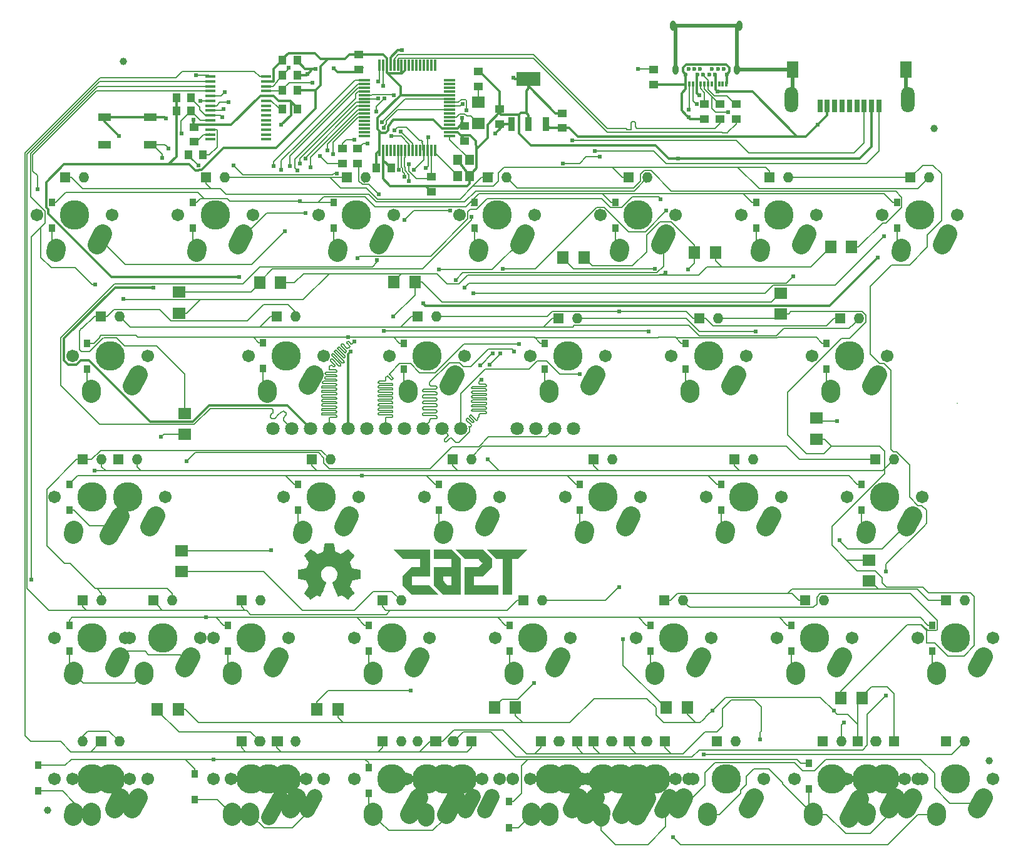
<source format=gbr>
G04 #@! TF.FileFunction,Copper,L2,Bot,Signal*
%FSLAX46Y46*%
G04 Gerber Fmt 4.6, Leading zero omitted, Abs format (unit mm)*
G04 Created by KiCad (PCBNEW 4.0.1-stable) date 2/1/2016 10:13:23 PM*
%MOMM*%
G01*
G04 APERTURE LIST*
%ADD10C,0.150000*%
%ADD11C,0.002540*%
%ADD12C,0.010000*%
%ADD13O,1.400000X1.400000*%
%ADD14R,1.400000X1.400000*%
%ADD15C,3.987810*%
%ADD16C,1.701810*%
%ADD17C,2.500000*%
%ADD18C,2.100000*%
%ADD19C,2.300000*%
%ADD20R,1.000000X1.250000*%
%ADD21R,1.250000X1.000000*%
%ADD22R,0.850900X1.000760*%
%ADD23R,1.800000X1.100000*%
%ADD24R,1.800860X1.597660*%
%ADD25R,1.430000X0.400000*%
%ADD26R,0.300000X1.500000*%
%ADD27R,1.500000X0.300000*%
%ADD28R,1.200000X1.400000*%
%ADD29R,1.597660X1.800860*%
%ADD30C,1.800000*%
%ADD31C,1.000000*%
%ADD32O,1.800000X3.500000*%
%ADD33R,0.700000X1.800000*%
%ADD34R,1.640000X2.200000*%
%ADD35C,2.000000*%
%ADD36O,0.800000X1.400000*%
%ADD37C,0.600000*%
%ADD38R,0.300000X0.700000*%
%ADD39R,0.950000X1.900000*%
%ADD40R,3.250000X1.900000*%
%ADD41C,0.609600*%
%ADD42C,0.152400*%
%ADD43C,0.304800*%
%ADD44C,0.508000*%
G04 APERTURE END LIST*
D10*
D11*
G36*
X60809000Y-93332740D02*
X60811540Y-93474980D01*
X60811540Y-93591820D01*
X60811540Y-93685800D01*
X60814080Y-93759460D01*
X60814080Y-93815340D01*
X60816620Y-93853440D01*
X60821700Y-93881380D01*
X60826780Y-93896620D01*
X60829320Y-93901700D01*
X60847100Y-93906780D01*
X60890280Y-93916940D01*
X60953780Y-93932180D01*
X61037600Y-93949960D01*
X61134120Y-93967740D01*
X61240800Y-93990600D01*
X61355100Y-94010920D01*
X61484640Y-94033780D01*
X61598940Y-94056640D01*
X61698000Y-94076960D01*
X61779280Y-94094740D01*
X61837700Y-94109980D01*
X61875800Y-94120140D01*
X61885960Y-94125220D01*
X61896120Y-94143000D01*
X61916440Y-94181100D01*
X61941840Y-94239520D01*
X61972320Y-94313180D01*
X62007880Y-94397000D01*
X62045980Y-94485900D01*
X62081540Y-94577340D01*
X62119640Y-94671320D01*
X62152660Y-94757680D01*
X62180600Y-94833880D01*
X62206000Y-94899920D01*
X62221240Y-94948180D01*
X62228860Y-94976120D01*
X62228860Y-94981200D01*
X62221240Y-94996440D01*
X62198380Y-95032000D01*
X62160280Y-95087880D01*
X62114560Y-95156460D01*
X62061220Y-95237740D01*
X61997720Y-95326640D01*
X61931680Y-95423160D01*
X61865640Y-95519680D01*
X61804680Y-95611120D01*
X61751340Y-95694940D01*
X61705620Y-95763520D01*
X61672600Y-95819400D01*
X61649740Y-95854960D01*
X61642120Y-95872740D01*
X61652280Y-95887980D01*
X61680220Y-95921000D01*
X61723400Y-95969260D01*
X61776740Y-96027680D01*
X61842780Y-96093720D01*
X61913900Y-96167380D01*
X61990100Y-96246120D01*
X62068840Y-96324860D01*
X62145040Y-96401060D01*
X62221240Y-96474720D01*
X62287280Y-96540760D01*
X62348240Y-96596640D01*
X62396500Y-96639820D01*
X62429520Y-96670300D01*
X62447300Y-96683000D01*
X62449840Y-96683000D01*
X62465080Y-96675380D01*
X62500640Y-96652520D01*
X62556520Y-96616960D01*
X62625100Y-96571240D01*
X62706380Y-96517900D01*
X62797820Y-96456940D01*
X62891800Y-96393440D01*
X62988320Y-96327400D01*
X63079760Y-96263900D01*
X63161040Y-96210560D01*
X63229620Y-96167380D01*
X63285500Y-96131820D01*
X63321060Y-96111500D01*
X63338840Y-96103880D01*
X63359160Y-96108960D01*
X63397260Y-96126740D01*
X63453140Y-96154680D01*
X63516640Y-96187700D01*
X63547120Y-96202940D01*
X63618240Y-96241040D01*
X63679200Y-96268980D01*
X63727460Y-96289300D01*
X63757940Y-96299460D01*
X63763020Y-96299460D01*
X63770640Y-96294380D01*
X63778260Y-96284220D01*
X63790960Y-96263900D01*
X63806200Y-96233420D01*
X63826520Y-96192780D01*
X63851920Y-96134360D01*
X63884940Y-96063240D01*
X63923040Y-95974340D01*
X63968760Y-95867660D01*
X64022100Y-95738120D01*
X64085600Y-95585720D01*
X64159260Y-95410460D01*
X64171960Y-95379980D01*
X64232920Y-95227580D01*
X64293880Y-95082800D01*
X64347220Y-94948180D01*
X64398020Y-94823720D01*
X64441200Y-94714500D01*
X64479300Y-94620520D01*
X64507240Y-94544320D01*
X64527560Y-94488440D01*
X64537720Y-94455420D01*
X64540260Y-94445260D01*
X64525020Y-94430020D01*
X64494540Y-94402080D01*
X64448820Y-94366520D01*
X64403100Y-94333500D01*
X64286260Y-94247140D01*
X64189740Y-94165860D01*
X64111000Y-94084580D01*
X64044960Y-93995680D01*
X63984000Y-93896620D01*
X63953520Y-93840740D01*
X63887480Y-93678180D01*
X63846840Y-93510540D01*
X63834140Y-93340360D01*
X63846840Y-93170180D01*
X63884940Y-93005080D01*
X63945900Y-92847600D01*
X64032260Y-92695200D01*
X64144020Y-92555500D01*
X64151640Y-92547880D01*
X64283720Y-92425960D01*
X64431040Y-92326900D01*
X64596140Y-92250700D01*
X64677420Y-92222760D01*
X64723140Y-92210060D01*
X64766320Y-92199900D01*
X64814580Y-92194820D01*
X64875540Y-92192280D01*
X64951740Y-92189740D01*
X64994920Y-92189740D01*
X65078740Y-92189740D01*
X65147320Y-92192280D01*
X65198120Y-92197360D01*
X65243840Y-92204980D01*
X65289560Y-92217680D01*
X65309880Y-92222760D01*
X65482600Y-92291340D01*
X65637540Y-92380240D01*
X65777240Y-92492000D01*
X65896620Y-92624080D01*
X65995680Y-92771400D01*
X66023620Y-92824740D01*
X66079500Y-92954280D01*
X66117600Y-93076200D01*
X66137920Y-93203200D01*
X66143000Y-93337820D01*
X66130300Y-93518160D01*
X66089660Y-93690880D01*
X66023620Y-93853440D01*
X65934720Y-94003300D01*
X65820420Y-94137920D01*
X65769620Y-94186180D01*
X65706120Y-94239520D01*
X65632460Y-94295400D01*
X65563880Y-94346200D01*
X65502920Y-94386840D01*
X65495300Y-94389380D01*
X65462280Y-94414780D01*
X65444500Y-94440180D01*
X65441960Y-94445260D01*
X65447040Y-94463040D01*
X65459740Y-94506220D01*
X65485140Y-94572260D01*
X65518160Y-94661160D01*
X65561340Y-94770380D01*
X65612140Y-94897380D01*
X65670560Y-95042160D01*
X65736600Y-95202180D01*
X65802640Y-95359660D01*
X65863600Y-95509520D01*
X65924560Y-95651760D01*
X65980440Y-95786380D01*
X66031240Y-95908300D01*
X66076960Y-96017520D01*
X66115060Y-96108960D01*
X66145540Y-96182620D01*
X66168400Y-96235960D01*
X66181100Y-96266440D01*
X66183640Y-96274060D01*
X66206500Y-96294380D01*
X66226820Y-96302000D01*
X66247140Y-96294380D01*
X66287780Y-96276600D01*
X66343660Y-96251200D01*
X66409700Y-96215640D01*
X66437640Y-96200400D01*
X66521460Y-96157220D01*
X66587500Y-96126740D01*
X66633220Y-96108960D01*
X66656080Y-96106420D01*
X66673860Y-96116580D01*
X66714500Y-96139440D01*
X66770380Y-96175000D01*
X66836420Y-96218180D01*
X66912620Y-96268980D01*
X66960880Y-96302000D01*
X67090420Y-96393440D01*
X67199640Y-96467100D01*
X67288540Y-96528060D01*
X67362200Y-96578860D01*
X67418080Y-96616960D01*
X67461260Y-96644900D01*
X67494280Y-96662680D01*
X67517140Y-96675380D01*
X67529840Y-96680460D01*
X67537460Y-96683000D01*
X67550160Y-96672840D01*
X67583180Y-96644900D01*
X67631440Y-96601720D01*
X67692400Y-96545840D01*
X67763520Y-96477260D01*
X67842260Y-96398520D01*
X67926080Y-96314700D01*
X67943860Y-96296920D01*
X68030220Y-96210560D01*
X68108960Y-96131820D01*
X68180080Y-96058160D01*
X68241040Y-95994660D01*
X68289300Y-95943860D01*
X68322320Y-95908300D01*
X68337560Y-95890520D01*
X68337560Y-95887980D01*
X68340100Y-95880360D01*
X68340100Y-95872740D01*
X68337560Y-95862580D01*
X68332480Y-95844800D01*
X68319780Y-95821940D01*
X68299460Y-95791460D01*
X68271520Y-95748280D01*
X68230880Y-95689860D01*
X68182620Y-95616200D01*
X68119120Y-95522220D01*
X68040380Y-95410460D01*
X68032760Y-95400300D01*
X67966720Y-95303780D01*
X67908300Y-95214880D01*
X67854960Y-95133600D01*
X67809240Y-95067560D01*
X67776220Y-95014220D01*
X67755900Y-94981200D01*
X67750820Y-94965960D01*
X67755900Y-94948180D01*
X67771140Y-94907540D01*
X67791460Y-94849120D01*
X67821940Y-94772920D01*
X67857500Y-94684020D01*
X67895600Y-94584960D01*
X67915920Y-94536700D01*
X67964180Y-94414780D01*
X68004820Y-94315720D01*
X68037840Y-94239520D01*
X68063240Y-94183640D01*
X68083560Y-94145540D01*
X68098800Y-94122680D01*
X68108960Y-94112520D01*
X68129280Y-94107440D01*
X68175000Y-94097280D01*
X68241040Y-94084580D01*
X68324860Y-94066800D01*
X68421380Y-94049020D01*
X68530600Y-94028700D01*
X68637280Y-94008380D01*
X68754120Y-93988060D01*
X68860800Y-93965200D01*
X68957320Y-93947420D01*
X69036060Y-93929640D01*
X69099560Y-93916940D01*
X69140200Y-93906780D01*
X69155440Y-93901700D01*
X69160520Y-93891540D01*
X69165600Y-93873760D01*
X69168140Y-93840740D01*
X69170680Y-93795020D01*
X69173220Y-93731520D01*
X69175760Y-93647700D01*
X69175760Y-93541020D01*
X69175760Y-93411480D01*
X69175760Y-93330200D01*
X69175760Y-92776480D01*
X69142740Y-92756160D01*
X69122420Y-92748540D01*
X69076700Y-92738380D01*
X69010660Y-92723140D01*
X68926840Y-92705360D01*
X68827780Y-92685040D01*
X68718560Y-92664720D01*
X68599180Y-92641860D01*
X68596640Y-92641860D01*
X68479800Y-92621540D01*
X68370580Y-92598680D01*
X68274060Y-92580900D01*
X68190240Y-92563120D01*
X68126740Y-92547880D01*
X68083560Y-92537720D01*
X68065780Y-92530100D01*
X68063240Y-92530100D01*
X68053080Y-92512320D01*
X68035300Y-92474220D01*
X68007360Y-92415800D01*
X67976880Y-92344680D01*
X67941320Y-92263400D01*
X67903220Y-92177040D01*
X67865120Y-92085600D01*
X67827020Y-91999240D01*
X67794000Y-91917960D01*
X67763520Y-91846840D01*
X67740660Y-91790960D01*
X67727960Y-91750320D01*
X67722880Y-91735080D01*
X67730500Y-91719840D01*
X67753360Y-91681740D01*
X67786380Y-91628400D01*
X67832100Y-91557280D01*
X67887980Y-91476000D01*
X67948940Y-91384560D01*
X68017520Y-91285500D01*
X68027680Y-91270260D01*
X68096260Y-91168660D01*
X68159760Y-91074680D01*
X68215640Y-90990860D01*
X68263900Y-90917200D01*
X68302000Y-90858780D01*
X68327400Y-90818140D01*
X68340100Y-90797820D01*
X68340100Y-90797820D01*
X68337560Y-90785120D01*
X68324860Y-90767340D01*
X68304540Y-90739400D01*
X68268980Y-90698760D01*
X68220720Y-90645420D01*
X68154680Y-90579380D01*
X68073400Y-90495560D01*
X67974340Y-90396500D01*
X67954020Y-90376180D01*
X67854960Y-90274580D01*
X67763520Y-90188220D01*
X67687320Y-90114560D01*
X67623820Y-90056140D01*
X67575560Y-90012960D01*
X67545080Y-89987560D01*
X67534920Y-89982480D01*
X67517140Y-89990100D01*
X67479040Y-90010420D01*
X67423160Y-90045980D01*
X67352040Y-90091700D01*
X67270760Y-90145040D01*
X67176780Y-90208540D01*
X67077720Y-90274580D01*
X67067560Y-90282200D01*
X66968500Y-90350780D01*
X66874520Y-90414280D01*
X66790700Y-90472700D01*
X66717040Y-90520960D01*
X66658620Y-90559060D01*
X66617980Y-90587000D01*
X66597660Y-90599700D01*
X66597660Y-90599700D01*
X66584960Y-90604780D01*
X66567180Y-90602240D01*
X66539240Y-90597160D01*
X66501140Y-90584460D01*
X66447800Y-90566680D01*
X66376680Y-90538740D01*
X66282700Y-90500640D01*
X66216660Y-90472700D01*
X66099820Y-90426980D01*
X66008380Y-90388880D01*
X65934720Y-90358400D01*
X65881380Y-90333000D01*
X65843280Y-90315220D01*
X65815340Y-90302520D01*
X65800100Y-90289820D01*
X65789940Y-90279660D01*
X65784860Y-90272040D01*
X65782320Y-90264420D01*
X65777240Y-90244100D01*
X65769620Y-90200920D01*
X65756920Y-90134880D01*
X65739140Y-90051060D01*
X65721360Y-89952000D01*
X65701040Y-89842780D01*
X65678180Y-89725940D01*
X65675640Y-89713240D01*
X65652780Y-89593860D01*
X65632460Y-89484640D01*
X65612140Y-89385580D01*
X65594360Y-89301760D01*
X65579120Y-89235720D01*
X65568960Y-89190000D01*
X65563880Y-89169680D01*
X65561340Y-89169680D01*
X65553720Y-89164600D01*
X65535940Y-89159520D01*
X65508000Y-89156980D01*
X65464820Y-89154440D01*
X65403860Y-89151900D01*
X65325120Y-89149360D01*
X65226060Y-89149360D01*
X65101600Y-89149360D01*
X64994920Y-89149360D01*
X64873000Y-89149360D01*
X64758700Y-89149360D01*
X64657100Y-89151900D01*
X64568200Y-89154440D01*
X64499620Y-89154440D01*
X64451360Y-89156980D01*
X64425960Y-89159520D01*
X64425960Y-89159520D01*
X64418340Y-89177300D01*
X64405640Y-89220480D01*
X64390400Y-89286520D01*
X64372620Y-89375420D01*
X64349760Y-89484640D01*
X64326900Y-89609100D01*
X64304040Y-89725940D01*
X64281180Y-89847860D01*
X64258320Y-89959620D01*
X64238000Y-90061220D01*
X64222760Y-90147580D01*
X64207520Y-90216160D01*
X64194820Y-90264420D01*
X64189740Y-90289820D01*
X64187200Y-90292360D01*
X64169420Y-90302520D01*
X64131320Y-90320300D01*
X64072900Y-90345700D01*
X64004320Y-90376180D01*
X63923040Y-90409200D01*
X63836680Y-90444760D01*
X63747780Y-90480320D01*
X63661420Y-90515880D01*
X63580140Y-90546360D01*
X63509020Y-90574300D01*
X63453140Y-90594620D01*
X63415040Y-90607320D01*
X63399800Y-90612400D01*
X63384560Y-90602240D01*
X63349000Y-90579380D01*
X63295660Y-90543820D01*
X63227080Y-90495560D01*
X63145800Y-90439680D01*
X63054360Y-90378720D01*
X62952760Y-90310140D01*
X62929900Y-90292360D01*
X62828300Y-90223780D01*
X62734320Y-90160280D01*
X62647960Y-90104400D01*
X62574300Y-90056140D01*
X62515880Y-90018040D01*
X62475240Y-89992640D01*
X62452380Y-89982480D01*
X62449840Y-89982480D01*
X62434600Y-89990100D01*
X62401580Y-90018040D01*
X62355860Y-90061220D01*
X62297440Y-90117100D01*
X62228860Y-90180600D01*
X62155200Y-90254260D01*
X62076460Y-90330460D01*
X62000260Y-90409200D01*
X61921520Y-90485400D01*
X61850400Y-90561600D01*
X61784360Y-90627640D01*
X61728480Y-90688600D01*
X61682760Y-90736860D01*
X61654820Y-90772420D01*
X61642120Y-90790200D01*
X61642120Y-90790200D01*
X61649740Y-90807980D01*
X61672600Y-90843540D01*
X61708160Y-90899420D01*
X61753880Y-90970540D01*
X61807220Y-91051820D01*
X61868180Y-91143260D01*
X61936760Y-91242320D01*
X61939300Y-91247400D01*
X62007880Y-91346460D01*
X62071380Y-91440440D01*
X62129800Y-91524260D01*
X62178060Y-91595380D01*
X62213620Y-91653800D01*
X62241560Y-91691900D01*
X62251720Y-91712220D01*
X62251720Y-91712220D01*
X62254260Y-91724920D01*
X62251720Y-91745240D01*
X62241560Y-91778260D01*
X62226320Y-91826520D01*
X62200920Y-91890020D01*
X62165360Y-91973840D01*
X62122180Y-92077980D01*
X62099320Y-92131320D01*
X62053600Y-92238000D01*
X62012960Y-92329440D01*
X61974860Y-92410720D01*
X61944380Y-92471680D01*
X61921520Y-92514860D01*
X61908820Y-92535180D01*
X61906280Y-92537720D01*
X61888500Y-92542800D01*
X61845320Y-92552960D01*
X61779280Y-92565660D01*
X61698000Y-92583440D01*
X61598940Y-92601220D01*
X61489720Y-92624080D01*
X61370340Y-92646940D01*
X61357640Y-92646940D01*
X61223020Y-92674880D01*
X61103640Y-92697740D01*
X61002040Y-92718060D01*
X60923300Y-92735840D01*
X60864880Y-92751080D01*
X60829320Y-92761240D01*
X60821700Y-92763780D01*
X60819160Y-92781560D01*
X60816620Y-92824740D01*
X60814080Y-92888240D01*
X60814080Y-92972060D01*
X60811540Y-93071120D01*
X60811540Y-93180340D01*
X60809000Y-93302260D01*
X60809000Y-93332740D01*
X60809000Y-93332740D01*
X60809000Y-93332740D01*
G37*
X60809000Y-93332740D02*
X60811540Y-93474980D01*
X60811540Y-93591820D01*
X60811540Y-93685800D01*
X60814080Y-93759460D01*
X60814080Y-93815340D01*
X60816620Y-93853440D01*
X60821700Y-93881380D01*
X60826780Y-93896620D01*
X60829320Y-93901700D01*
X60847100Y-93906780D01*
X60890280Y-93916940D01*
X60953780Y-93932180D01*
X61037600Y-93949960D01*
X61134120Y-93967740D01*
X61240800Y-93990600D01*
X61355100Y-94010920D01*
X61484640Y-94033780D01*
X61598940Y-94056640D01*
X61698000Y-94076960D01*
X61779280Y-94094740D01*
X61837700Y-94109980D01*
X61875800Y-94120140D01*
X61885960Y-94125220D01*
X61896120Y-94143000D01*
X61916440Y-94181100D01*
X61941840Y-94239520D01*
X61972320Y-94313180D01*
X62007880Y-94397000D01*
X62045980Y-94485900D01*
X62081540Y-94577340D01*
X62119640Y-94671320D01*
X62152660Y-94757680D01*
X62180600Y-94833880D01*
X62206000Y-94899920D01*
X62221240Y-94948180D01*
X62228860Y-94976120D01*
X62228860Y-94981200D01*
X62221240Y-94996440D01*
X62198380Y-95032000D01*
X62160280Y-95087880D01*
X62114560Y-95156460D01*
X62061220Y-95237740D01*
X61997720Y-95326640D01*
X61931680Y-95423160D01*
X61865640Y-95519680D01*
X61804680Y-95611120D01*
X61751340Y-95694940D01*
X61705620Y-95763520D01*
X61672600Y-95819400D01*
X61649740Y-95854960D01*
X61642120Y-95872740D01*
X61652280Y-95887980D01*
X61680220Y-95921000D01*
X61723400Y-95969260D01*
X61776740Y-96027680D01*
X61842780Y-96093720D01*
X61913900Y-96167380D01*
X61990100Y-96246120D01*
X62068840Y-96324860D01*
X62145040Y-96401060D01*
X62221240Y-96474720D01*
X62287280Y-96540760D01*
X62348240Y-96596640D01*
X62396500Y-96639820D01*
X62429520Y-96670300D01*
X62447300Y-96683000D01*
X62449840Y-96683000D01*
X62465080Y-96675380D01*
X62500640Y-96652520D01*
X62556520Y-96616960D01*
X62625100Y-96571240D01*
X62706380Y-96517900D01*
X62797820Y-96456940D01*
X62891800Y-96393440D01*
X62988320Y-96327400D01*
X63079760Y-96263900D01*
X63161040Y-96210560D01*
X63229620Y-96167380D01*
X63285500Y-96131820D01*
X63321060Y-96111500D01*
X63338840Y-96103880D01*
X63359160Y-96108960D01*
X63397260Y-96126740D01*
X63453140Y-96154680D01*
X63516640Y-96187700D01*
X63547120Y-96202940D01*
X63618240Y-96241040D01*
X63679200Y-96268980D01*
X63727460Y-96289300D01*
X63757940Y-96299460D01*
X63763020Y-96299460D01*
X63770640Y-96294380D01*
X63778260Y-96284220D01*
X63790960Y-96263900D01*
X63806200Y-96233420D01*
X63826520Y-96192780D01*
X63851920Y-96134360D01*
X63884940Y-96063240D01*
X63923040Y-95974340D01*
X63968760Y-95867660D01*
X64022100Y-95738120D01*
X64085600Y-95585720D01*
X64159260Y-95410460D01*
X64171960Y-95379980D01*
X64232920Y-95227580D01*
X64293880Y-95082800D01*
X64347220Y-94948180D01*
X64398020Y-94823720D01*
X64441200Y-94714500D01*
X64479300Y-94620520D01*
X64507240Y-94544320D01*
X64527560Y-94488440D01*
X64537720Y-94455420D01*
X64540260Y-94445260D01*
X64525020Y-94430020D01*
X64494540Y-94402080D01*
X64448820Y-94366520D01*
X64403100Y-94333500D01*
X64286260Y-94247140D01*
X64189740Y-94165860D01*
X64111000Y-94084580D01*
X64044960Y-93995680D01*
X63984000Y-93896620D01*
X63953520Y-93840740D01*
X63887480Y-93678180D01*
X63846840Y-93510540D01*
X63834140Y-93340360D01*
X63846840Y-93170180D01*
X63884940Y-93005080D01*
X63945900Y-92847600D01*
X64032260Y-92695200D01*
X64144020Y-92555500D01*
X64151640Y-92547880D01*
X64283720Y-92425960D01*
X64431040Y-92326900D01*
X64596140Y-92250700D01*
X64677420Y-92222760D01*
X64723140Y-92210060D01*
X64766320Y-92199900D01*
X64814580Y-92194820D01*
X64875540Y-92192280D01*
X64951740Y-92189740D01*
X64994920Y-92189740D01*
X65078740Y-92189740D01*
X65147320Y-92192280D01*
X65198120Y-92197360D01*
X65243840Y-92204980D01*
X65289560Y-92217680D01*
X65309880Y-92222760D01*
X65482600Y-92291340D01*
X65637540Y-92380240D01*
X65777240Y-92492000D01*
X65896620Y-92624080D01*
X65995680Y-92771400D01*
X66023620Y-92824740D01*
X66079500Y-92954280D01*
X66117600Y-93076200D01*
X66137920Y-93203200D01*
X66143000Y-93337820D01*
X66130300Y-93518160D01*
X66089660Y-93690880D01*
X66023620Y-93853440D01*
X65934720Y-94003300D01*
X65820420Y-94137920D01*
X65769620Y-94186180D01*
X65706120Y-94239520D01*
X65632460Y-94295400D01*
X65563880Y-94346200D01*
X65502920Y-94386840D01*
X65495300Y-94389380D01*
X65462280Y-94414780D01*
X65444500Y-94440180D01*
X65441960Y-94445260D01*
X65447040Y-94463040D01*
X65459740Y-94506220D01*
X65485140Y-94572260D01*
X65518160Y-94661160D01*
X65561340Y-94770380D01*
X65612140Y-94897380D01*
X65670560Y-95042160D01*
X65736600Y-95202180D01*
X65802640Y-95359660D01*
X65863600Y-95509520D01*
X65924560Y-95651760D01*
X65980440Y-95786380D01*
X66031240Y-95908300D01*
X66076960Y-96017520D01*
X66115060Y-96108960D01*
X66145540Y-96182620D01*
X66168400Y-96235960D01*
X66181100Y-96266440D01*
X66183640Y-96274060D01*
X66206500Y-96294380D01*
X66226820Y-96302000D01*
X66247140Y-96294380D01*
X66287780Y-96276600D01*
X66343660Y-96251200D01*
X66409700Y-96215640D01*
X66437640Y-96200400D01*
X66521460Y-96157220D01*
X66587500Y-96126740D01*
X66633220Y-96108960D01*
X66656080Y-96106420D01*
X66673860Y-96116580D01*
X66714500Y-96139440D01*
X66770380Y-96175000D01*
X66836420Y-96218180D01*
X66912620Y-96268980D01*
X66960880Y-96302000D01*
X67090420Y-96393440D01*
X67199640Y-96467100D01*
X67288540Y-96528060D01*
X67362200Y-96578860D01*
X67418080Y-96616960D01*
X67461260Y-96644900D01*
X67494280Y-96662680D01*
X67517140Y-96675380D01*
X67529840Y-96680460D01*
X67537460Y-96683000D01*
X67550160Y-96672840D01*
X67583180Y-96644900D01*
X67631440Y-96601720D01*
X67692400Y-96545840D01*
X67763520Y-96477260D01*
X67842260Y-96398520D01*
X67926080Y-96314700D01*
X67943860Y-96296920D01*
X68030220Y-96210560D01*
X68108960Y-96131820D01*
X68180080Y-96058160D01*
X68241040Y-95994660D01*
X68289300Y-95943860D01*
X68322320Y-95908300D01*
X68337560Y-95890520D01*
X68337560Y-95887980D01*
X68340100Y-95880360D01*
X68340100Y-95872740D01*
X68337560Y-95862580D01*
X68332480Y-95844800D01*
X68319780Y-95821940D01*
X68299460Y-95791460D01*
X68271520Y-95748280D01*
X68230880Y-95689860D01*
X68182620Y-95616200D01*
X68119120Y-95522220D01*
X68040380Y-95410460D01*
X68032760Y-95400300D01*
X67966720Y-95303780D01*
X67908300Y-95214880D01*
X67854960Y-95133600D01*
X67809240Y-95067560D01*
X67776220Y-95014220D01*
X67755900Y-94981200D01*
X67750820Y-94965960D01*
X67755900Y-94948180D01*
X67771140Y-94907540D01*
X67791460Y-94849120D01*
X67821940Y-94772920D01*
X67857500Y-94684020D01*
X67895600Y-94584960D01*
X67915920Y-94536700D01*
X67964180Y-94414780D01*
X68004820Y-94315720D01*
X68037840Y-94239520D01*
X68063240Y-94183640D01*
X68083560Y-94145540D01*
X68098800Y-94122680D01*
X68108960Y-94112520D01*
X68129280Y-94107440D01*
X68175000Y-94097280D01*
X68241040Y-94084580D01*
X68324860Y-94066800D01*
X68421380Y-94049020D01*
X68530600Y-94028700D01*
X68637280Y-94008380D01*
X68754120Y-93988060D01*
X68860800Y-93965200D01*
X68957320Y-93947420D01*
X69036060Y-93929640D01*
X69099560Y-93916940D01*
X69140200Y-93906780D01*
X69155440Y-93901700D01*
X69160520Y-93891540D01*
X69165600Y-93873760D01*
X69168140Y-93840740D01*
X69170680Y-93795020D01*
X69173220Y-93731520D01*
X69175760Y-93647700D01*
X69175760Y-93541020D01*
X69175760Y-93411480D01*
X69175760Y-93330200D01*
X69175760Y-92776480D01*
X69142740Y-92756160D01*
X69122420Y-92748540D01*
X69076700Y-92738380D01*
X69010660Y-92723140D01*
X68926840Y-92705360D01*
X68827780Y-92685040D01*
X68718560Y-92664720D01*
X68599180Y-92641860D01*
X68596640Y-92641860D01*
X68479800Y-92621540D01*
X68370580Y-92598680D01*
X68274060Y-92580900D01*
X68190240Y-92563120D01*
X68126740Y-92547880D01*
X68083560Y-92537720D01*
X68065780Y-92530100D01*
X68063240Y-92530100D01*
X68053080Y-92512320D01*
X68035300Y-92474220D01*
X68007360Y-92415800D01*
X67976880Y-92344680D01*
X67941320Y-92263400D01*
X67903220Y-92177040D01*
X67865120Y-92085600D01*
X67827020Y-91999240D01*
X67794000Y-91917960D01*
X67763520Y-91846840D01*
X67740660Y-91790960D01*
X67727960Y-91750320D01*
X67722880Y-91735080D01*
X67730500Y-91719840D01*
X67753360Y-91681740D01*
X67786380Y-91628400D01*
X67832100Y-91557280D01*
X67887980Y-91476000D01*
X67948940Y-91384560D01*
X68017520Y-91285500D01*
X68027680Y-91270260D01*
X68096260Y-91168660D01*
X68159760Y-91074680D01*
X68215640Y-90990860D01*
X68263900Y-90917200D01*
X68302000Y-90858780D01*
X68327400Y-90818140D01*
X68340100Y-90797820D01*
X68340100Y-90797820D01*
X68337560Y-90785120D01*
X68324860Y-90767340D01*
X68304540Y-90739400D01*
X68268980Y-90698760D01*
X68220720Y-90645420D01*
X68154680Y-90579380D01*
X68073400Y-90495560D01*
X67974340Y-90396500D01*
X67954020Y-90376180D01*
X67854960Y-90274580D01*
X67763520Y-90188220D01*
X67687320Y-90114560D01*
X67623820Y-90056140D01*
X67575560Y-90012960D01*
X67545080Y-89987560D01*
X67534920Y-89982480D01*
X67517140Y-89990100D01*
X67479040Y-90010420D01*
X67423160Y-90045980D01*
X67352040Y-90091700D01*
X67270760Y-90145040D01*
X67176780Y-90208540D01*
X67077720Y-90274580D01*
X67067560Y-90282200D01*
X66968500Y-90350780D01*
X66874520Y-90414280D01*
X66790700Y-90472700D01*
X66717040Y-90520960D01*
X66658620Y-90559060D01*
X66617980Y-90587000D01*
X66597660Y-90599700D01*
X66597660Y-90599700D01*
X66584960Y-90604780D01*
X66567180Y-90602240D01*
X66539240Y-90597160D01*
X66501140Y-90584460D01*
X66447800Y-90566680D01*
X66376680Y-90538740D01*
X66282700Y-90500640D01*
X66216660Y-90472700D01*
X66099820Y-90426980D01*
X66008380Y-90388880D01*
X65934720Y-90358400D01*
X65881380Y-90333000D01*
X65843280Y-90315220D01*
X65815340Y-90302520D01*
X65800100Y-90289820D01*
X65789940Y-90279660D01*
X65784860Y-90272040D01*
X65782320Y-90264420D01*
X65777240Y-90244100D01*
X65769620Y-90200920D01*
X65756920Y-90134880D01*
X65739140Y-90051060D01*
X65721360Y-89952000D01*
X65701040Y-89842780D01*
X65678180Y-89725940D01*
X65675640Y-89713240D01*
X65652780Y-89593860D01*
X65632460Y-89484640D01*
X65612140Y-89385580D01*
X65594360Y-89301760D01*
X65579120Y-89235720D01*
X65568960Y-89190000D01*
X65563880Y-89169680D01*
X65561340Y-89169680D01*
X65553720Y-89164600D01*
X65535940Y-89159520D01*
X65508000Y-89156980D01*
X65464820Y-89154440D01*
X65403860Y-89151900D01*
X65325120Y-89149360D01*
X65226060Y-89149360D01*
X65101600Y-89149360D01*
X64994920Y-89149360D01*
X64873000Y-89149360D01*
X64758700Y-89149360D01*
X64657100Y-89151900D01*
X64568200Y-89154440D01*
X64499620Y-89154440D01*
X64451360Y-89156980D01*
X64425960Y-89159520D01*
X64425960Y-89159520D01*
X64418340Y-89177300D01*
X64405640Y-89220480D01*
X64390400Y-89286520D01*
X64372620Y-89375420D01*
X64349760Y-89484640D01*
X64326900Y-89609100D01*
X64304040Y-89725940D01*
X64281180Y-89847860D01*
X64258320Y-89959620D01*
X64238000Y-90061220D01*
X64222760Y-90147580D01*
X64207520Y-90216160D01*
X64194820Y-90264420D01*
X64189740Y-90289820D01*
X64187200Y-90292360D01*
X64169420Y-90302520D01*
X64131320Y-90320300D01*
X64072900Y-90345700D01*
X64004320Y-90376180D01*
X63923040Y-90409200D01*
X63836680Y-90444760D01*
X63747780Y-90480320D01*
X63661420Y-90515880D01*
X63580140Y-90546360D01*
X63509020Y-90574300D01*
X63453140Y-90594620D01*
X63415040Y-90607320D01*
X63399800Y-90612400D01*
X63384560Y-90602240D01*
X63349000Y-90579380D01*
X63295660Y-90543820D01*
X63227080Y-90495560D01*
X63145800Y-90439680D01*
X63054360Y-90378720D01*
X62952760Y-90310140D01*
X62929900Y-90292360D01*
X62828300Y-90223780D01*
X62734320Y-90160280D01*
X62647960Y-90104400D01*
X62574300Y-90056140D01*
X62515880Y-90018040D01*
X62475240Y-89992640D01*
X62452380Y-89982480D01*
X62449840Y-89982480D01*
X62434600Y-89990100D01*
X62401580Y-90018040D01*
X62355860Y-90061220D01*
X62297440Y-90117100D01*
X62228860Y-90180600D01*
X62155200Y-90254260D01*
X62076460Y-90330460D01*
X62000260Y-90409200D01*
X61921520Y-90485400D01*
X61850400Y-90561600D01*
X61784360Y-90627640D01*
X61728480Y-90688600D01*
X61682760Y-90736860D01*
X61654820Y-90772420D01*
X61642120Y-90790200D01*
X61642120Y-90790200D01*
X61649740Y-90807980D01*
X61672600Y-90843540D01*
X61708160Y-90899420D01*
X61753880Y-90970540D01*
X61807220Y-91051820D01*
X61868180Y-91143260D01*
X61936760Y-91242320D01*
X61939300Y-91247400D01*
X62007880Y-91346460D01*
X62071380Y-91440440D01*
X62129800Y-91524260D01*
X62178060Y-91595380D01*
X62213620Y-91653800D01*
X62241560Y-91691900D01*
X62251720Y-91712220D01*
X62251720Y-91712220D01*
X62254260Y-91724920D01*
X62251720Y-91745240D01*
X62241560Y-91778260D01*
X62226320Y-91826520D01*
X62200920Y-91890020D01*
X62165360Y-91973840D01*
X62122180Y-92077980D01*
X62099320Y-92131320D01*
X62053600Y-92238000D01*
X62012960Y-92329440D01*
X61974860Y-92410720D01*
X61944380Y-92471680D01*
X61921520Y-92514860D01*
X61908820Y-92535180D01*
X61906280Y-92537720D01*
X61888500Y-92542800D01*
X61845320Y-92552960D01*
X61779280Y-92565660D01*
X61698000Y-92583440D01*
X61598940Y-92601220D01*
X61489720Y-92624080D01*
X61370340Y-92646940D01*
X61357640Y-92646940D01*
X61223020Y-92674880D01*
X61103640Y-92697740D01*
X61002040Y-92718060D01*
X60923300Y-92735840D01*
X60864880Y-92751080D01*
X60829320Y-92761240D01*
X60821700Y-92763780D01*
X60819160Y-92781560D01*
X60816620Y-92824740D01*
X60814080Y-92888240D01*
X60814080Y-92972060D01*
X60811540Y-93071120D01*
X60811540Y-93180340D01*
X60809000Y-93302260D01*
X60809000Y-93332740D01*
X60809000Y-93332740D01*
D12*
G36*
X86956240Y-90607320D02*
X87550535Y-91201680D01*
X88449760Y-91201680D01*
X88449760Y-95997200D01*
X89648640Y-95997200D01*
X89648640Y-91201680D01*
X90547866Y-91201680D01*
X91142160Y-90607320D01*
X91736455Y-90012960D01*
X86361946Y-90012960D01*
X86956240Y-90607320D01*
X86956240Y-90607320D01*
G37*
X86956240Y-90607320D02*
X87550535Y-91201680D01*
X88449760Y-91201680D01*
X88449760Y-95997200D01*
X89648640Y-95997200D01*
X89648640Y-91201680D01*
X90547866Y-91201680D01*
X91142160Y-90607320D01*
X91736455Y-90012960D01*
X86361946Y-90012960D01*
X86956240Y-90607320D01*
G36*
X82165866Y-90012960D02*
X82760160Y-90607320D01*
X83354455Y-91201680D01*
X85152968Y-91201680D01*
X85455165Y-91504002D01*
X85757362Y-91806325D01*
X85455039Y-92108522D01*
X85152716Y-92410720D01*
X83349440Y-92410720D01*
X83349440Y-95997200D01*
X87840160Y-95997200D01*
X87840160Y-94808480D01*
X84548320Y-94808480D01*
X84548320Y-93599440D01*
X85742185Y-93599440D01*
X86946081Y-92395416D01*
X86946080Y-91801055D01*
X86946080Y-91206695D01*
X85752216Y-90012959D01*
X83959041Y-90012959D01*
X82165866Y-90012960D01*
X82165866Y-90012960D01*
G37*
X82165866Y-90012960D02*
X82760160Y-90607320D01*
X83354455Y-91201680D01*
X85152968Y-91201680D01*
X85455165Y-91504002D01*
X85757362Y-91806325D01*
X85455039Y-92108522D01*
X85152716Y-92410720D01*
X83349440Y-92410720D01*
X83349440Y-95997200D01*
X87840160Y-95997200D01*
X87840160Y-94808480D01*
X84548320Y-94808480D01*
X84548320Y-93599440D01*
X85742185Y-93599440D01*
X86946081Y-92395416D01*
X86946080Y-91801055D01*
X86946080Y-91206695D01*
X85752216Y-90012959D01*
X83959041Y-90012959D01*
X82165866Y-90012960D01*
G36*
X79153360Y-90012960D02*
X79153360Y-91201680D01*
X81551120Y-91201680D01*
X81551120Y-92410720D01*
X79153360Y-92410720D01*
X79153360Y-94803464D01*
X79750293Y-95400332D01*
X80347225Y-95997200D01*
X82739840Y-95997200D01*
X82739840Y-93599440D01*
X81551120Y-93599440D01*
X81551120Y-94808480D01*
X80946725Y-94808480D01*
X80644403Y-94506283D01*
X80342080Y-94204087D01*
X80342080Y-93599440D01*
X81551120Y-93599440D01*
X82739840Y-93599440D01*
X82739840Y-91206695D01*
X81545976Y-90012959D01*
X80349668Y-90012959D01*
X79153360Y-90012960D01*
X79153360Y-90012960D01*
G37*
X79153360Y-90012960D02*
X79153360Y-91201680D01*
X81551120Y-91201680D01*
X81551120Y-92410720D01*
X79153360Y-92410720D01*
X79153360Y-94803464D01*
X79750293Y-95400332D01*
X80347225Y-95997200D01*
X82739840Y-95997200D01*
X82739840Y-93599440D01*
X81551120Y-93599440D01*
X81551120Y-94808480D01*
X80946725Y-94808480D01*
X80644403Y-94506283D01*
X80342080Y-94204087D01*
X80342080Y-93599440D01*
X81551120Y-93599440D01*
X82739840Y-93599440D01*
X82739840Y-91206695D01*
X81545976Y-90012959D01*
X80349668Y-90012959D01*
X79153360Y-90012960D01*
G36*
X74357840Y-90607320D02*
X74952135Y-91201680D01*
X77355040Y-91201680D01*
X77355040Y-92410720D01*
X76151016Y-92410720D01*
X74957280Y-93604584D01*
X74957280Y-94803464D01*
X75554213Y-95400332D01*
X76151145Y-95997200D01*
X79727335Y-95997200D01*
X79133040Y-95402840D01*
X78538746Y-94808480D01*
X76146000Y-94808480D01*
X76146000Y-93599440D01*
X78543760Y-93599440D01*
X78543760Y-90012960D01*
X73763546Y-90012960D01*
X74357840Y-90607320D01*
X74357840Y-90607320D01*
G37*
X74357840Y-90607320D02*
X74952135Y-91201680D01*
X77355040Y-91201680D01*
X77355040Y-92410720D01*
X76151016Y-92410720D01*
X74957280Y-93604584D01*
X74957280Y-94803464D01*
X75554213Y-95400332D01*
X76151145Y-95997200D01*
X79727335Y-95997200D01*
X79133040Y-95402840D01*
X78538746Y-94808480D01*
X76146000Y-94808480D01*
X76146000Y-93599440D01*
X78543760Y-93599440D01*
X78543760Y-90012960D01*
X73763546Y-90012960D01*
X74357840Y-90607320D01*
D13*
X138874000Y-115951000D03*
D14*
X141414000Y-115951000D03*
D15*
X140144000Y-121031000D03*
D16*
X145224000Y-121031000D03*
X135064000Y-121031000D03*
D17*
X143143547Y-125030954D02*
X143954453Y-123571046D01*
X137604276Y-126110328D02*
X137643724Y-125531672D01*
D13*
X107918000Y-115951000D03*
D14*
X110458000Y-115951000D03*
D13*
X108077000Y-115951000D03*
D14*
X105537000Y-115951000D03*
D13*
X103156000Y-115951000D03*
D14*
X105696000Y-115951000D03*
D13*
X103315000Y-115951000D03*
D14*
X100775000Y-115951000D03*
D13*
X96012000Y-115951000D03*
D14*
X98552000Y-115951000D03*
D15*
X106807000Y-121031000D03*
D16*
X111887000Y-121031000D03*
D18*
X109997432Y-125205793D02*
X111002568Y-123396207D01*
D15*
X104426000Y-121031000D03*
D16*
X99346000Y-121031000D03*
D17*
X106651760Y-125967052D02*
X107948240Y-123632948D01*
D19*
X101773474Y-126210097D02*
X101826526Y-125431903D01*
D15*
X102045000Y-121031000D03*
D17*
X104551760Y-125867052D02*
X105848240Y-123532948D01*
D15*
X97282000Y-121031000D03*
D16*
X92202000Y-121031000D03*
D17*
X99751760Y-125867052D02*
X101048240Y-123532948D01*
X94742276Y-126110328D02*
X94781724Y-125531672D01*
D15*
X109188000Y-121031000D03*
D16*
X114268000Y-121031000D03*
D17*
X112187547Y-125030954D02*
X112998453Y-123571046D01*
D13*
X81725000Y-115951000D03*
D14*
X84265000Y-115951000D03*
D15*
X82995000Y-121031000D03*
D16*
X88075000Y-121031000D03*
D18*
X85997432Y-125205793D02*
X87002568Y-123396207D01*
D20*
X47974000Y-36703000D03*
X45974000Y-36703000D03*
D21*
X96570800Y-33054800D03*
X96570800Y-31054800D03*
D20*
X58690000Y-23876000D03*
X60690000Y-23876000D03*
D21*
X85217000Y-27416000D03*
X85217000Y-25416000D03*
D15*
X133001000Y-121031000D03*
D16*
X127921000Y-121031000D03*
D17*
X135271641Y-126311294D02*
X136728359Y-123688706D01*
X130461276Y-126110328D02*
X130500724Y-125531672D01*
D15*
X137763000Y-121031000D03*
D16*
X142843000Y-121031000D03*
D17*
X140762547Y-125030954D02*
X141573453Y-123571046D01*
D22*
X103696000Y-43078400D03*
X103696000Y-46578520D03*
D15*
X106807000Y-44831000D03*
D16*
X111887000Y-44831000D03*
X101727000Y-44831000D03*
D17*
X109806547Y-48830954D02*
X110617453Y-47371046D01*
X104267276Y-49910328D02*
X104306724Y-49331672D01*
D15*
X97282000Y-63881000D03*
D16*
X102362000Y-63881000D03*
X92202000Y-63881000D03*
D17*
X100281547Y-67880954D02*
X101092453Y-66421046D01*
X94742276Y-68960328D02*
X94781724Y-68381672D01*
D23*
X34619000Y-35301800D03*
X34619000Y-31601800D03*
X40819000Y-35301800D03*
X40819000Y-31601800D03*
D15*
X73469000Y-121031000D03*
D16*
X68389000Y-121031000D03*
D17*
X75851760Y-125867052D02*
X77148240Y-123532948D01*
X70929276Y-126110328D02*
X70968724Y-125531672D01*
D15*
X32988000Y-121031000D03*
D16*
X38068000Y-121031000D03*
X27908000Y-121031000D03*
D17*
X35987547Y-125030954D02*
X36798453Y-123571046D01*
X30448276Y-126110328D02*
X30487724Y-125531672D01*
D15*
X35370000Y-121031000D03*
D16*
X40450000Y-121031000D03*
X30290000Y-121031000D03*
D17*
X38369547Y-125030954D02*
X39180453Y-123571046D01*
X32830276Y-126110328D02*
X32869724Y-125531672D01*
D15*
X35370000Y-63881000D03*
D16*
X40450000Y-63881000D03*
X30290000Y-63881000D03*
D17*
X38369547Y-67880954D02*
X39180453Y-66421046D01*
X32830276Y-68960328D02*
X32869724Y-68381672D01*
D15*
X87757000Y-44831000D03*
D16*
X92837000Y-44831000D03*
X82677000Y-44831000D03*
D17*
X90756547Y-48830954D02*
X91567453Y-47371046D01*
X85217276Y-49910328D02*
X85256724Y-49331672D01*
D24*
X126111000Y-55349140D03*
X126111000Y-58188860D03*
D25*
X56500000Y-26128000D03*
X56500000Y-26778000D03*
X56500000Y-27428000D03*
X56500000Y-28078000D03*
X56500000Y-28728000D03*
X56500000Y-29378000D03*
X56500000Y-30028000D03*
X56500000Y-30678000D03*
X56500000Y-31328000D03*
X56500000Y-31978000D03*
X56500000Y-32628000D03*
X56500000Y-33278000D03*
X56500000Y-33928000D03*
X56500000Y-34578000D03*
X48910000Y-34578000D03*
X48910000Y-33928000D03*
X48910000Y-33278000D03*
X48910000Y-32628000D03*
X48910000Y-31978000D03*
X48910000Y-31328000D03*
X48910000Y-30678000D03*
X48910000Y-30028000D03*
X48910000Y-29378000D03*
X48910000Y-28728000D03*
X48910000Y-28078000D03*
X48910000Y-27428000D03*
X48910000Y-26778000D03*
X48910000Y-26128000D03*
D15*
X125857000Y-44831000D03*
D16*
X130937000Y-44831000D03*
X120777000Y-44831000D03*
D17*
X128856547Y-48830954D02*
X129667453Y-47371046D01*
X123317276Y-49910328D02*
X123356724Y-49331672D01*
D13*
X127127000Y-39751000D03*
D14*
X124587000Y-39751000D03*
D15*
X149669000Y-101981000D03*
D16*
X154749000Y-101981000D03*
X144589000Y-101981000D03*
D17*
X152668547Y-105980954D02*
X153479453Y-104521046D01*
X147129276Y-107060328D02*
X147168724Y-106481672D01*
D15*
X94901000Y-121031000D03*
D16*
X99981000Y-121031000D03*
X89821000Y-121031000D03*
D17*
X97900547Y-125030954D02*
X98711453Y-123571046D01*
X92361276Y-126110328D02*
X92400724Y-125531672D01*
D15*
X130619000Y-101981000D03*
D16*
X135699000Y-101981000D03*
X125539000Y-101981000D03*
D17*
X133618547Y-105980954D02*
X134429453Y-104521046D01*
X128079276Y-107060328D02*
X128118724Y-106481672D01*
D15*
X111570000Y-101981000D03*
D16*
X116650000Y-101981000D03*
X106490000Y-101981000D03*
D17*
X114569547Y-105980954D02*
X115380453Y-104521046D01*
X109030276Y-107060328D02*
X109069724Y-106481672D01*
D15*
X54420000Y-101981000D03*
D16*
X59500000Y-101981000D03*
X49340000Y-101981000D03*
D17*
X57419547Y-105980954D02*
X58230453Y-104521046D01*
X51880276Y-107060328D02*
X51919724Y-106481672D01*
D15*
X42513000Y-101981000D03*
D16*
X47593000Y-101981000D03*
X37433000Y-101981000D03*
D17*
X45512547Y-105980954D02*
X46323453Y-104521046D01*
X39973276Y-107060328D02*
X40012724Y-106481672D01*
D15*
X32988000Y-101981000D03*
D16*
X38068000Y-101981000D03*
X27908000Y-101981000D03*
D17*
X35987547Y-105980954D02*
X36798453Y-104521046D01*
X30448276Y-107060328D02*
X30487724Y-106481672D01*
D15*
X73469000Y-101981000D03*
D16*
X78549000Y-101981000D03*
X68389000Y-101981000D03*
D17*
X76468547Y-105980954D02*
X77279453Y-104521046D01*
X70929276Y-107060328D02*
X70968724Y-106481672D01*
D15*
X92519000Y-101981000D03*
D16*
X97599000Y-101981000D03*
X87439000Y-101981000D03*
D17*
X95518547Y-105980954D02*
X96329453Y-104521046D01*
X89979276Y-107060328D02*
X90018724Y-106481672D01*
D15*
X63945000Y-82931000D03*
D16*
X69025000Y-82931000D03*
X58865000Y-82931000D03*
D17*
X66944547Y-86930954D02*
X67755453Y-85471046D01*
X61405276Y-88010328D02*
X61444724Y-87431672D01*
D15*
X32988000Y-82931000D03*
D16*
X27908000Y-82931000D03*
D17*
X35271641Y-88111294D02*
X36728359Y-85488706D01*
X30448276Y-88010328D02*
X30487724Y-87431672D01*
D15*
X37751000Y-82931000D03*
D16*
X42831000Y-82931000D03*
D17*
X40750547Y-86930954D02*
X41561453Y-85471046D01*
D15*
X82995000Y-82931000D03*
D16*
X88075000Y-82931000D03*
X77915000Y-82931000D03*
D17*
X85994547Y-86930954D02*
X86805453Y-85471046D01*
X80455276Y-88010328D02*
X80494724Y-87431672D01*
D15*
X102045000Y-82931000D03*
D16*
X107125000Y-82931000D03*
X96965000Y-82931000D03*
D17*
X105044547Y-86930954D02*
X105855453Y-85471046D01*
X99505276Y-88010328D02*
X99544724Y-87431672D01*
D15*
X140144000Y-82931000D03*
D16*
X145224000Y-82931000D03*
X135064000Y-82931000D03*
D17*
X143143547Y-86930954D02*
X143954453Y-85471046D01*
X137604276Y-88010328D02*
X137643724Y-87431672D01*
D15*
X78232000Y-63881000D03*
D16*
X83312000Y-63881000D03*
X73152000Y-63881000D03*
D17*
X81231547Y-67880954D02*
X82042453Y-66421046D01*
X75692276Y-68960328D02*
X75731724Y-68381672D01*
D15*
X116332000Y-63881000D03*
D16*
X121412000Y-63881000D03*
X111252000Y-63881000D03*
D17*
X119331547Y-67880954D02*
X120142453Y-66421046D01*
X113792276Y-68960328D02*
X113831724Y-68381672D01*
D15*
X144907000Y-44831000D03*
D16*
X149987000Y-44831000D03*
X139827000Y-44831000D03*
D17*
X147906547Y-48830954D02*
X148717453Y-47371046D01*
X142367276Y-49910328D02*
X142406724Y-49331672D01*
D15*
X135382000Y-63881000D03*
D16*
X140462000Y-63881000D03*
X130302000Y-63881000D03*
D17*
X138381547Y-67880954D02*
X139192453Y-66421046D01*
X132842276Y-68960328D02*
X132881724Y-68381672D01*
D15*
X30607000Y-44831000D03*
D16*
X35687000Y-44831000D03*
X25527000Y-44831000D03*
D17*
X33606547Y-48830954D02*
X34417453Y-47371046D01*
X28067276Y-49910328D02*
X28106724Y-49331672D01*
D15*
X49657000Y-44831000D03*
D16*
X54737000Y-44831000D03*
X44577000Y-44831000D03*
D17*
X52656547Y-48830954D02*
X53467453Y-47371046D01*
X47117276Y-49910328D02*
X47156724Y-49331672D01*
D15*
X68707000Y-44831000D03*
D16*
X73787000Y-44831000D03*
X63627000Y-44831000D03*
D17*
X71706547Y-48830954D02*
X72517453Y-47371046D01*
X66167276Y-49910328D02*
X66206724Y-49331672D01*
D26*
X71815000Y-24603000D03*
X72315000Y-24603000D03*
X72815000Y-24603000D03*
X73315000Y-24603000D03*
X73815000Y-24603000D03*
X74315000Y-24603000D03*
X74815000Y-24603000D03*
X75315000Y-24603000D03*
X75815000Y-24603000D03*
X76315000Y-24603000D03*
X76815000Y-24603000D03*
X77315000Y-24603000D03*
X77815000Y-24603000D03*
X78315000Y-24603000D03*
X78815000Y-24603000D03*
X79315000Y-24603000D03*
D27*
X81315000Y-26603000D03*
X81315000Y-27103000D03*
X81315000Y-27603000D03*
X81315000Y-28103000D03*
X81315000Y-28603000D03*
X81315000Y-29103000D03*
X81315000Y-29603000D03*
X81315000Y-30103000D03*
X81315000Y-30603000D03*
X81315000Y-31103000D03*
X81315000Y-31603000D03*
X81315000Y-32103000D03*
X81315000Y-32603000D03*
X81315000Y-33103000D03*
X81315000Y-33603000D03*
X81315000Y-34103000D03*
D26*
X79315000Y-36103000D03*
X78815000Y-36103000D03*
X78315000Y-36103000D03*
X77815000Y-36103000D03*
X77315000Y-36103000D03*
X76815000Y-36103000D03*
X76315000Y-36103000D03*
X75815000Y-36103000D03*
X75315000Y-36103000D03*
X74815000Y-36103000D03*
X74315000Y-36103000D03*
X73815000Y-36103000D03*
X73315000Y-36103000D03*
X72815000Y-36103000D03*
X72315000Y-36103000D03*
X71815000Y-36103000D03*
D27*
X69815000Y-34103000D03*
X69815000Y-33603000D03*
X69815000Y-33103000D03*
X69815000Y-32603000D03*
X69815000Y-32103000D03*
X69815000Y-31603000D03*
X69815000Y-31103000D03*
X69815000Y-30603000D03*
X69815000Y-30103000D03*
X69815000Y-29603000D03*
X69815000Y-29103000D03*
X69815000Y-28603000D03*
X69815000Y-28103000D03*
X69815000Y-27603000D03*
X69815000Y-27103000D03*
X69815000Y-26603000D03*
D28*
X82385000Y-39581000D03*
X83985000Y-39581000D03*
X83985000Y-37381000D03*
X82385000Y-37381000D03*
D13*
X60452000Y-58501000D03*
D14*
X57912000Y-58501000D03*
D13*
X55690000Y-96901000D03*
D14*
X53150000Y-96901000D03*
D13*
X79502000Y-58501000D03*
D14*
X76962000Y-58501000D03*
D13*
X74739000Y-96901000D03*
D14*
X72199000Y-96901000D03*
D13*
X98552000Y-58801000D03*
D14*
X96012000Y-58801000D03*
D13*
X93789000Y-96901000D03*
D14*
X91249000Y-96901000D03*
D13*
X117602000Y-58801000D03*
D14*
X115062000Y-58801000D03*
D13*
X43783000Y-96901000D03*
D14*
X41243000Y-96901000D03*
D13*
X36640000Y-58501000D03*
D14*
X34100000Y-58501000D03*
D13*
X141414000Y-77851000D03*
D14*
X138874000Y-77851000D03*
D13*
X112840000Y-96901000D03*
D14*
X110300000Y-96901000D03*
D13*
X122364000Y-77851000D03*
D14*
X119824000Y-77851000D03*
D13*
X69977000Y-39751000D03*
D14*
X67437000Y-39751000D03*
D13*
X103315000Y-77851000D03*
D14*
X100775000Y-77851000D03*
D13*
X84265000Y-77851000D03*
D14*
X81725000Y-77851000D03*
D13*
X139033000Y-115951000D03*
D14*
X136493000Y-115951000D03*
D13*
X108077000Y-39751000D03*
D14*
X105537000Y-39751000D03*
D13*
X65215000Y-77851000D03*
D14*
X62675000Y-77851000D03*
D13*
X96171000Y-115951000D03*
D14*
X93631000Y-115951000D03*
D13*
X89027000Y-39751000D03*
D14*
X86487000Y-39751000D03*
D13*
X39021000Y-77851000D03*
D14*
X36481000Y-77851000D03*
D13*
X74739000Y-115951000D03*
D14*
X72199000Y-115951000D03*
D13*
X146177000Y-39751000D03*
D14*
X143637000Y-39751000D03*
D13*
X55531000Y-115951000D03*
D14*
X58071000Y-115951000D03*
D13*
X50927500Y-39751000D03*
D14*
X48387500Y-39751000D03*
D13*
X31718000Y-115951000D03*
D14*
X34258000Y-115951000D03*
D13*
X31877000Y-39751000D03*
D14*
X29337000Y-39751000D03*
D13*
X131889000Y-96901000D03*
D14*
X129349000Y-96901000D03*
D13*
X136652000Y-58801000D03*
D14*
X134112000Y-58801000D03*
D22*
X29877000Y-81178400D03*
X29877000Y-84678520D03*
X60834000Y-81178400D03*
X60834000Y-84678520D03*
X79884000Y-81178400D03*
X79884000Y-84678520D03*
X98934000Y-81178400D03*
X98934000Y-84678520D03*
X118000000Y-81178400D03*
X118000000Y-84678520D03*
X137033000Y-81178400D03*
X137033000Y-84678520D03*
X32260000Y-62128400D03*
X32260000Y-65628520D03*
X56071000Y-62058400D03*
X56071000Y-65558520D03*
X75121000Y-62128400D03*
X75121000Y-65628520D03*
X113221000Y-62128400D03*
X113221000Y-65628520D03*
X132267000Y-62128400D03*
X132267000Y-65628520D03*
X27495500Y-43078400D03*
X27495500Y-46578520D03*
X46545500Y-43078400D03*
X46545500Y-46578520D03*
X122746000Y-43078400D03*
X122746000Y-46578520D03*
X84645500Y-43078400D03*
X84645500Y-46578520D03*
X65595500Y-43078400D03*
X65595500Y-46578520D03*
X94171000Y-62128400D03*
X94171000Y-65628520D03*
X25654000Y-119151400D03*
X25654000Y-122651520D03*
X46824900Y-120307100D03*
X46824900Y-123807220D03*
X70345300Y-119468900D03*
X70345300Y-122969020D03*
X89357200Y-124071380D03*
X89357200Y-127571500D03*
X129921000Y-118897400D03*
X129921000Y-122397520D03*
X141796000Y-43078400D03*
X141796000Y-46578520D03*
X29877000Y-100228400D03*
X29877000Y-103728520D03*
X51310000Y-100228400D03*
X51310000Y-103728520D03*
X70358000Y-100228400D03*
X70358000Y-103728520D03*
X89408000Y-100228400D03*
X89408000Y-103728520D03*
X108460000Y-100228400D03*
X108460000Y-103728520D03*
X127508000Y-100228400D03*
X127508000Y-103728520D03*
D15*
X121094000Y-82931000D03*
D16*
X126174000Y-82931000D03*
X116014000Y-82931000D03*
D17*
X124093547Y-86930954D02*
X124904453Y-85471046D01*
X118554276Y-88010328D02*
X118593724Y-87431672D01*
D15*
X59182000Y-63811000D03*
D16*
X64262000Y-63811000D03*
X54102000Y-63811000D03*
D17*
X62181547Y-67810954D02*
X62992453Y-66351046D01*
X56642276Y-68890328D02*
X56681724Y-68311672D01*
D13*
X34258000Y-77851000D03*
D14*
X31718000Y-77851000D03*
D13*
X34258000Y-96901000D03*
D14*
X31718000Y-96901000D03*
D22*
X146558000Y-100228400D03*
X146558000Y-103728520D03*
D13*
X150939000Y-96901000D03*
D14*
X148399000Y-96901000D03*
D24*
X85217000Y-32407860D03*
X85217000Y-29568140D03*
X130937000Y-72240140D03*
X130937000Y-75079860D03*
D29*
X113433860Y-111379000D03*
X110594140Y-111379000D03*
X137055860Y-110109000D03*
X134216140Y-110109000D03*
X44599860Y-111633000D03*
X41760140Y-111633000D03*
X66189860Y-111633000D03*
X63350140Y-111633000D03*
X90192860Y-111379000D03*
X87353140Y-111379000D03*
X76603860Y-53848000D03*
X73764140Y-53848000D03*
D24*
X138049000Y-91417140D03*
X138049000Y-94256860D03*
D29*
X117243860Y-49911000D03*
X114404140Y-49911000D03*
X58442860Y-53975000D03*
X55603140Y-53975000D03*
X135658860Y-49149000D03*
X132819140Y-49149000D03*
D24*
X45466000Y-71605140D03*
X45466000Y-74444860D03*
D29*
X99463860Y-50546000D03*
X96624140Y-50546000D03*
D24*
X45085000Y-92986860D03*
X45085000Y-90147140D03*
X44704000Y-55222140D03*
X44704000Y-58061860D03*
D15*
X118713000Y-121031000D03*
D16*
X123793000Y-121031000D03*
X113633000Y-121031000D03*
D17*
X121712547Y-125030954D02*
X122523453Y-123571046D01*
X116173276Y-126110328D02*
X116212724Y-125531672D01*
D15*
X149669000Y-121031000D03*
D16*
X154749000Y-121031000D03*
X144589000Y-121031000D03*
D17*
X152668547Y-125030954D02*
X153479453Y-123571046D01*
X147129276Y-126110328D02*
X147168724Y-125531672D01*
D15*
X80613000Y-121031000D03*
D16*
X85693000Y-121031000D03*
X75533000Y-121031000D03*
D18*
X83397432Y-125205793D02*
X84402568Y-123396207D01*
D19*
X78066474Y-126210097D02*
X78119526Y-125431903D01*
D15*
X78232000Y-121031000D03*
D17*
X80851760Y-125867052D02*
X82148240Y-123532948D01*
D13*
X134271000Y-115951000D03*
D14*
X131731000Y-115951000D03*
D13*
X119983000Y-115951000D03*
D14*
X117443000Y-115951000D03*
D13*
X150939000Y-115951000D03*
D14*
X148399000Y-115951000D03*
D13*
X81883000Y-115951000D03*
D14*
X79343000Y-115951000D03*
D13*
X76962000Y-115951000D03*
D14*
X79502000Y-115951000D03*
D13*
X55690000Y-115951000D03*
D14*
X53150000Y-115951000D03*
D13*
X36640000Y-115951000D03*
D14*
X34100000Y-115951000D03*
D13*
X60452000Y-115951000D03*
D14*
X57912000Y-115951000D03*
D30*
X57404000Y-73660000D03*
X59944000Y-73660000D03*
X62484000Y-73660000D03*
X65024000Y-73660000D03*
X67564000Y-73660000D03*
X70104000Y-73660000D03*
X72644000Y-73660000D03*
X75184000Y-73660000D03*
X77724000Y-73660000D03*
X80264000Y-73660000D03*
X82804000Y-73660000D03*
X90424000Y-73660000D03*
X92964000Y-73660000D03*
X95504000Y-73660000D03*
X98044000Y-73660000D03*
D21*
X83312000Y-32782000D03*
X83312000Y-34782000D03*
X88036400Y-32521400D03*
X88036400Y-30521400D03*
X68986400Y-23130000D03*
X68986400Y-25130000D03*
D20*
X60690000Y-25908000D03*
X58690000Y-25908000D03*
X58690000Y-30480000D03*
X60690000Y-30480000D03*
X60690000Y-27940000D03*
X58690000Y-27940000D03*
D21*
X117894100Y-29822900D03*
X117894100Y-31822900D03*
X120040400Y-29835600D03*
X120040400Y-31835600D03*
X78867000Y-39640000D03*
X78867000Y-41640000D03*
D20*
X73390000Y-38481000D03*
X71390000Y-38481000D03*
D21*
X66802000Y-35830000D03*
X66802000Y-37830000D03*
X68834000Y-35830000D03*
X68834000Y-37830000D03*
D20*
X44355000Y-28956000D03*
X46355000Y-28956000D03*
X44339000Y-30734000D03*
X46339000Y-30734000D03*
D21*
X46736000Y-34909000D03*
X46736000Y-32909000D03*
D31*
X37211000Y-24028400D03*
X146799300Y-33147000D03*
X26974800Y-125209300D03*
X154254200Y-118516400D03*
D32*
X143282000Y-29200000D03*
X127482000Y-29200000D03*
D33*
X135382000Y-30100000D03*
X136382000Y-30100000D03*
X137382000Y-30100000D03*
X138382000Y-30100000D03*
X139382000Y-30100000D03*
X134382000Y-30100000D03*
X133382000Y-30100000D03*
X132382000Y-30100000D03*
X131382000Y-30100000D03*
D34*
X143052000Y-25200000D03*
X127712000Y-25200000D03*
D21*
X115785900Y-31822900D03*
X115785900Y-29822900D03*
X108877100Y-25174700D03*
X108877100Y-27174700D03*
D15*
X54420000Y-121031000D03*
D16*
X49340000Y-121031000D03*
D18*
X56854646Y-126141891D02*
X58345354Y-123458109D01*
D17*
X51880276Y-126110328D02*
X51919724Y-125531672D01*
D15*
X59182000Y-121031000D03*
D16*
X64262000Y-121031000D03*
D35*
X62073154Y-125249503D02*
X63126846Y-123352497D01*
D15*
X56801000Y-121031000D03*
D16*
X61881000Y-121031000D03*
X51721000Y-121031000D03*
D17*
X59800547Y-125030954D02*
X60611453Y-123571046D01*
X54261276Y-126110328D02*
X54300724Y-125531672D01*
D36*
X111510000Y-19250000D03*
X120490000Y-19250000D03*
X111870000Y-25200000D03*
X120130000Y-25200000D03*
D37*
X113600000Y-25100000D03*
X115200000Y-25100000D03*
X118400000Y-25100000D03*
X117600000Y-25100000D03*
X116800000Y-25100000D03*
X114400000Y-25100000D03*
X113200000Y-25800000D03*
X114800000Y-25800000D03*
X115600000Y-25800000D03*
X116400000Y-25800000D03*
X117200000Y-25800000D03*
X118800000Y-25800000D03*
D38*
X118750000Y-27110000D03*
X118250000Y-27110000D03*
X117750000Y-27110000D03*
X117250000Y-27110000D03*
X116750000Y-27110000D03*
X116250000Y-27110000D03*
X115750000Y-27110000D03*
X115250000Y-27110000D03*
X114750000Y-27110000D03*
X114250000Y-27110000D03*
X113750000Y-27110000D03*
X113250000Y-27110000D03*
D39*
X91998800Y-32564800D03*
X89698800Y-32564800D03*
X94298800Y-32564800D03*
D40*
X91998800Y-26464800D03*
D41*
X131076700Y-32610100D03*
X115074700Y-28651200D03*
X117551200Y-28130500D03*
X77724000Y-56769000D03*
X67945000Y-63246000D03*
X139192000Y-50546000D03*
X122682000Y-60579000D03*
X84289927Y-45076645D03*
X115697000Y-117729000D03*
X104241599Y-95123000D03*
X92710000Y-108077000D03*
X50698400Y-30530800D03*
X104267000Y-57861201D03*
X76014949Y-109093000D03*
X51435000Y-29591000D03*
X113538000Y-52197000D03*
X115062000Y-58801000D03*
X140335000Y-109728000D03*
X140335000Y-92964000D03*
X57150000Y-90093800D03*
X47609400Y-29378000D03*
X134620000Y-113411000D03*
X50927000Y-28194000D03*
X25552400Y-41351200D03*
X86487000Y-77851000D03*
X33248600Y-79375000D03*
X100775000Y-77851000D03*
X33362900Y-54190900D03*
X37160200Y-56172100D03*
X24714231Y-94056200D03*
X24714233Y-94056200D03*
X104775000Y-102108000D03*
X110490000Y-52578000D03*
X109093000Y-52070000D03*
X42291000Y-74803000D03*
X73660000Y-58547000D03*
X133273800Y-111810800D03*
X46990000Y-25933400D03*
X116840000Y-111760000D03*
X133731000Y-72644000D03*
X123317000Y-115697000D03*
X62738000Y-26924000D03*
X73380600Y-34137600D03*
X75819000Y-40259000D03*
X140081000Y-47655913D03*
X84531200Y-55346600D03*
X75184004Y-39624000D03*
X134024000Y-88773000D03*
X127787400Y-53086000D03*
X83286600Y-54635400D03*
X74422000Y-38735000D03*
X82143600Y-53568600D03*
X64770000Y-36068002D03*
X62483996Y-38354000D03*
X61849000Y-44577000D03*
X79857580Y-52197000D03*
X65532000Y-36576000D03*
X61849000Y-37211000D03*
X59055000Y-46990000D03*
X61087000Y-37846000D03*
X61087000Y-42926000D03*
X60692057Y-38782191D03*
X67564000Y-61353684D03*
X59667474Y-38226313D03*
X69469000Y-80010000D03*
X48387000Y-99187000D03*
X48387000Y-99187000D03*
X58547000Y-38735000D03*
X57531000Y-38227000D03*
X49403000Y-118364000D03*
X83591400Y-30632400D03*
X97917000Y-34754676D03*
X108204000Y-60579000D03*
X72390000Y-60477410D03*
X114703688Y-29845000D03*
X109842300Y-42659300D03*
X72301100Y-27343099D03*
X68834000Y-50673000D03*
X85598000Y-67056000D03*
X75184000Y-45466000D03*
X81407000Y-44221410D03*
X71647055Y-29083000D03*
X78105000Y-38481000D03*
X88138000Y-63500000D03*
X86741000Y-65024000D03*
X50571400Y-31572200D03*
X78384400Y-34264600D03*
X72491600Y-29083000D03*
X71424800Y-30835600D03*
X45085000Y-33782000D03*
X76454000Y-38735004D03*
X87121998Y-63500000D03*
X85471000Y-65151000D03*
X73837800Y-33375600D03*
X59562996Y-24892000D03*
X74676000Y-33502600D03*
X63754000Y-36830000D03*
X68441798Y-61887094D03*
X71501000Y-50927000D03*
X71755000Y-42037000D03*
X100926900Y-36182300D03*
X83057980Y-29809931D03*
X90678000Y-62230000D03*
X113665000Y-30556200D03*
X71628000Y-26797000D03*
X90042996Y-63246000D03*
X88519000Y-52070000D03*
X110617000Y-44196000D03*
X101600000Y-36957000D03*
X98933000Y-66294000D03*
X96647000Y-37820590D03*
X73749361Y-28664360D03*
X83019900Y-31711900D03*
X87503000Y-33782000D03*
X52832000Y-53213000D03*
X63169800Y-25069800D03*
X89890600Y-26276269D03*
X65596780Y-24956780D03*
X74879200Y-22555200D03*
X113626900Y-31610300D03*
X112179100Y-37211000D03*
X58547000Y-32639000D03*
X62103000Y-25781000D03*
X36576000Y-34163000D03*
X41275000Y-54610000D03*
X46659800Y-31953200D03*
X42926000Y-31725023D03*
X43307000Y-35814000D03*
X75759713Y-37912949D03*
X45720000Y-78105000D03*
X42418000Y-37084000D03*
X52070000Y-38100000D03*
X47362969Y-38141941D03*
X66040000Y-39217590D03*
X111544100Y-128917700D03*
X68453000Y-34671000D03*
X72186800Y-32232600D03*
X72364600Y-33070800D03*
X70205600Y-35153600D03*
X106781600Y-25082500D03*
X118935500Y-30911800D03*
D42*
X149987000Y-70241200D02*
X149981900Y-70236100D01*
X149981900Y-70236100D02*
X149987000Y-70241200D01*
D43*
X117551200Y-34201100D02*
X128308100Y-34201100D01*
X128308100Y-34201100D02*
X129485700Y-34201100D01*
X117551200Y-28130500D02*
X122237500Y-28130500D01*
X122237500Y-28130500D02*
X128308100Y-34201100D01*
X129485700Y-34201100D02*
X131076700Y-32610100D01*
X131076700Y-32610100D02*
X132382000Y-31304800D01*
X132382000Y-31304800D02*
X132382000Y-30100000D01*
X114769901Y-28346401D02*
X115074700Y-28651200D01*
X114750000Y-28326500D02*
X114769901Y-28346401D01*
X114750000Y-27110000D02*
X114750000Y-28326500D01*
X117250000Y-27829300D02*
X117551200Y-28130500D01*
X117250000Y-27110000D02*
X117250000Y-27829300D01*
X117982252Y-34201100D02*
X117551200Y-34201100D01*
X98646900Y-34201100D02*
X117120148Y-34201100D01*
X97500600Y-33054800D02*
X98646900Y-34201100D01*
X126873000Y-34201100D02*
X117982252Y-34201100D01*
X96570800Y-33054800D02*
X97500600Y-33054800D01*
X117120148Y-34201100D02*
X117551200Y-34201100D01*
X117200000Y-25800000D02*
X117250000Y-25850000D01*
X117250000Y-25850000D02*
X117250000Y-27110000D01*
X114800000Y-25800000D02*
X114750000Y-25850000D01*
X114750000Y-25850000D02*
X114750000Y-27110000D01*
X96570800Y-33054800D02*
X94788800Y-33054800D01*
X94788800Y-33054800D02*
X94298800Y-32564800D01*
X77724000Y-56769000D02*
X78028799Y-57073799D01*
X67564000Y-73660000D02*
X67564000Y-63627000D01*
X67564000Y-63627000D02*
X67945000Y-63246000D01*
X94308800Y-32554800D02*
X94298800Y-32564800D01*
X78028799Y-57073799D02*
X132664201Y-57073799D01*
X132664201Y-57073799D02*
X139192000Y-50546000D01*
D42*
X116128052Y-117729000D02*
X115697000Y-117729000D01*
X149161000Y-117729000D02*
X116128052Y-117729000D01*
X150939000Y-115951000D02*
X149161000Y-117729000D01*
X98552000Y-58801000D02*
X113309400Y-58801000D01*
X98552000Y-58801000D02*
X113269788Y-58801000D01*
X113269788Y-58801000D02*
X115047788Y-60579000D01*
X115047788Y-60579000D02*
X122250948Y-60579000D01*
X122250948Y-60579000D02*
X122682000Y-60579000D01*
X115087400Y-60579000D02*
X122682000Y-60579000D01*
X113309400Y-58801000D02*
X115087400Y-60579000D01*
X77676823Y-52120801D02*
X84289927Y-45507697D01*
X84289927Y-45507697D02*
X84289927Y-45076645D01*
X55603140Y-53873400D02*
X57355739Y-52120801D01*
X55603140Y-53975000D02*
X55603140Y-53873400D01*
X57355739Y-52120801D02*
X77676823Y-52120801D01*
X102362000Y-96901000D02*
X104140000Y-95123000D01*
X104140000Y-95123000D02*
X104241599Y-95123000D01*
X93789000Y-96901000D02*
X102362000Y-96901000D01*
X87353140Y-111379000D02*
X87353140Y-111277400D01*
X87353140Y-111277400D02*
X88380571Y-110249969D01*
X88380571Y-110249969D02*
X90537031Y-110249969D01*
X90537031Y-110249969D02*
X92405201Y-108381799D01*
X92405201Y-108381799D02*
X92710000Y-108077000D01*
X121412000Y-38354000D02*
X120269000Y-38354000D01*
X120269000Y-38354000D02*
X103287600Y-38354000D01*
X146177000Y-39751000D02*
X144640621Y-41287379D01*
X144640621Y-41287379D02*
X123202379Y-41287379D01*
X123202379Y-41287379D02*
X120269000Y-38354000D01*
X124042400Y-38354000D02*
X121412000Y-38354000D01*
X124587000Y-39751000D02*
X124587000Y-38898600D01*
X124587000Y-38898600D02*
X124042400Y-38354000D01*
X88646000Y-38354000D02*
X102616000Y-38354000D01*
X105537000Y-39751000D02*
X104684600Y-39751000D01*
X104684600Y-39751000D02*
X103287600Y-38354000D01*
X103287600Y-38354000D02*
X102616000Y-38354000D01*
X87884000Y-40259000D02*
X87884000Y-39116000D01*
X87884000Y-39116000D02*
X88646000Y-38354000D01*
X87212400Y-40930600D02*
X87884000Y-40259000D01*
X84455000Y-40930600D02*
X85634600Y-39751000D01*
X82713600Y-42672000D02*
X84455000Y-40930600D01*
X84455000Y-40930600D02*
X87212400Y-40930600D01*
X50927500Y-39751000D02*
X65151000Y-39751000D01*
X65151000Y-39751000D02*
X67437000Y-39751000D01*
X65786000Y-40386000D02*
X65151000Y-39751000D01*
X69999670Y-41148000D02*
X71523670Y-42672000D01*
X65786000Y-40386000D02*
X66548000Y-41148000D01*
X66548000Y-41148000D02*
X69999670Y-41148000D01*
X48910000Y-30678000D02*
X50551200Y-30678000D01*
X50551200Y-30678000D02*
X50698400Y-30530800D01*
X71523670Y-42672000D02*
X82713600Y-42672000D01*
X85634600Y-39751000D02*
X86487000Y-39751000D01*
X44704000Y-55222140D02*
X54457600Y-55222140D01*
X54457600Y-55222140D02*
X55603140Y-54076600D01*
X55603140Y-54076600D02*
X55603140Y-53975000D01*
X67437000Y-39751000D02*
X65786000Y-39751000D01*
X65786000Y-39751000D02*
X50927500Y-39751000D01*
X87187000Y-39127200D02*
X87110800Y-39127200D01*
X140335000Y-109728000D02*
X137807700Y-112255300D01*
X137807700Y-112255300D02*
X137807700Y-116447782D01*
X137807700Y-116447782D02*
X137161482Y-117094000D01*
X137161482Y-117094000D02*
X115062000Y-117094000D01*
X115062000Y-117094000D02*
X114096802Y-118059198D01*
X114096802Y-118059198D02*
X90284298Y-118059198D01*
X90284298Y-118059198D02*
X86918800Y-114693700D01*
X86918800Y-114693700D02*
X83140300Y-114693700D01*
X83140300Y-114693700D02*
X82582999Y-115251001D01*
X82582999Y-115251001D02*
X81883000Y-115951000D01*
X45085000Y-92986860D02*
X56235600Y-92986860D01*
X56235600Y-92986860D02*
X56235600Y-93040200D01*
X56235600Y-93040200D02*
X61417200Y-98221800D01*
X61417200Y-98221800D02*
X68465700Y-98221800D01*
X68465700Y-98221800D02*
X70993000Y-95694500D01*
X70993000Y-95694500D02*
X73532500Y-95694500D01*
X73532500Y-95694500D02*
X74739000Y-96901000D01*
X143637000Y-39751000D02*
X145288000Y-38100000D01*
X138176000Y-54483000D02*
X138176000Y-63627000D01*
X145288000Y-38100000D02*
X146685000Y-38100000D01*
X146685000Y-38100000D02*
X147828000Y-39243000D01*
X145440400Y-86868000D02*
X140335000Y-91973400D01*
X147828000Y-39243000D02*
X147828000Y-45593000D01*
X147828000Y-45593000D02*
X145923000Y-47498000D01*
X139446000Y-64897000D02*
X140081000Y-64897000D01*
X145923000Y-47498000D02*
X145923000Y-49149000D01*
X143510000Y-78613000D02*
X143510000Y-82931000D01*
X140970000Y-76454000D02*
X141351000Y-76835000D01*
X145923000Y-49149000D02*
X143510000Y-51562000D01*
X143510000Y-51562000D02*
X141097000Y-51562000D01*
X141097000Y-51562000D02*
X138176000Y-54483000D01*
X145161000Y-84074000D02*
X145796000Y-84709000D01*
X138176000Y-63627000D02*
X139446000Y-64897000D01*
X140970000Y-65786000D02*
X140970000Y-76454000D01*
X140081000Y-64897000D02*
X140970000Y-65786000D01*
X141351000Y-76835000D02*
X141732000Y-76835000D01*
X141732000Y-76835000D02*
X143510000Y-78613000D01*
X143510000Y-82931000D02*
X144653000Y-84074000D01*
X145440400Y-86842600D02*
X145440400Y-86868000D01*
X144653000Y-84074000D02*
X145161000Y-84074000D01*
X145796000Y-84709000D02*
X145796000Y-86487000D01*
X145796000Y-86487000D02*
X145440400Y-86842600D01*
X140335000Y-91973400D02*
X140335000Y-92964000D01*
X132243802Y-59816798D02*
X133259600Y-58801000D01*
X133259600Y-58801000D02*
X134112000Y-58801000D01*
X115914400Y-58801000D02*
X116904998Y-59791598D01*
X116904998Y-59791598D02*
X125224034Y-59791598D01*
X125224034Y-59791598D02*
X125249234Y-59816798D01*
X125249234Y-59816798D02*
X132243802Y-59816798D01*
X115062000Y-58801000D02*
X115914400Y-58801000D01*
X111438577Y-45892607D02*
X111424607Y-45892607D01*
X100606860Y-51689000D02*
X99463860Y-50546000D01*
X106045000Y-51689000D02*
X100606860Y-51689000D01*
X107950000Y-49784000D02*
X106045000Y-51689000D01*
X107950000Y-47498000D02*
X107950000Y-49784000D01*
X109728000Y-45720000D02*
X107950000Y-47498000D01*
X111252000Y-45720000D02*
X109728000Y-45720000D01*
X111424607Y-45892607D02*
X111252000Y-45720000D01*
X95140317Y-57861201D02*
X104267000Y-57861201D01*
X104267000Y-57861201D02*
X113269801Y-57861201D01*
X114404140Y-49911000D02*
X114404140Y-51330860D01*
X114404140Y-51330860D02*
X113538000Y-52197000D01*
X111438577Y-45892607D02*
X114404140Y-48858170D01*
X114404140Y-48858170D02*
X114404140Y-49911000D01*
X79502000Y-58501000D02*
X94500518Y-58501000D01*
X94500518Y-58501000D02*
X95140317Y-57861201D01*
X113269801Y-57861201D02*
X114209600Y-58801000D01*
X114209600Y-58801000D02*
X115062000Y-58801000D01*
X64837310Y-109093000D02*
X76014949Y-109093000D01*
X63350140Y-111633000D02*
X63350140Y-110580170D01*
X63350140Y-110580170D02*
X64837310Y-109093000D01*
X48910000Y-30028000D02*
X49777400Y-30028000D01*
X49777400Y-30028000D02*
X50214400Y-29591000D01*
X50214400Y-29591000D02*
X51435000Y-29591000D01*
X127127000Y-39751000D02*
X136906000Y-39751000D01*
X136906000Y-39751000D02*
X138836400Y-39751000D01*
X138836400Y-39751000D02*
X143637000Y-39751000D01*
X140335000Y-109728000D02*
X140307756Y-109701759D01*
X54407300Y-114668300D02*
X54254400Y-114668300D01*
X54254400Y-114668300D02*
X44693840Y-114668300D01*
X55690000Y-115951000D02*
X54407300Y-114668300D01*
X44693840Y-114668300D02*
X41760140Y-111734600D01*
X41760140Y-111734600D02*
X41760140Y-111633000D01*
X50039010Y-90147140D02*
X57096660Y-90147140D01*
X57096660Y-90147140D02*
X57150000Y-90093800D01*
X45085000Y-90147140D02*
X50039010Y-90147140D01*
X84265000Y-77851000D02*
X84265000Y-77533000D01*
X84265000Y-77533000D02*
X85725000Y-76073000D01*
X128651000Y-77851000D02*
X138874000Y-77851000D01*
X126873000Y-76073000D02*
X128651000Y-77851000D01*
X85725000Y-76073000D02*
X126873000Y-76073000D01*
X60452000Y-58501000D02*
X60452000Y-57912000D01*
X60452000Y-57912000D02*
X59436000Y-56896000D01*
X56134000Y-56896000D02*
X53940709Y-59089291D01*
X59436000Y-56896000D02*
X56134000Y-56896000D01*
X84265000Y-77851000D02*
X84265000Y-77787000D01*
X37334034Y-62487967D02*
X41652033Y-62487967D01*
X45466000Y-66301934D02*
X45466000Y-71605140D01*
X41652033Y-62487967D02*
X45466000Y-66301934D01*
X31605949Y-60142651D02*
X31551349Y-60142651D01*
X34493198Y-61391802D02*
X34493198Y-61417198D01*
X32639000Y-63246000D02*
X34493198Y-61391802D01*
X31496000Y-63246000D02*
X32639000Y-63246000D01*
X31242000Y-62992000D02*
X31496000Y-63246000D01*
X31242000Y-60452000D02*
X31242000Y-62992000D01*
X31551349Y-60142651D02*
X31242000Y-60452000D01*
X34100000Y-58501000D02*
X33247600Y-58501000D01*
X33247600Y-58501000D02*
X31605949Y-60142651D01*
X36576000Y-61729933D02*
X37334034Y-62487967D01*
X34544000Y-61391802D02*
X36245802Y-61391802D01*
X36245802Y-61391802D02*
X36576000Y-61722000D01*
X36576000Y-61722000D02*
X36576000Y-61729933D01*
X34100000Y-58501000D02*
X34952400Y-58501000D01*
X43620689Y-59089291D02*
X53940709Y-59089291D01*
X42103797Y-57572399D02*
X43620689Y-59089291D01*
X35881001Y-57572399D02*
X42103797Y-57572399D01*
X34952400Y-58501000D02*
X35881001Y-57572399D01*
X108077000Y-39751000D02*
X106275729Y-41552271D01*
X106275729Y-41552271D02*
X84817446Y-41552271D01*
X84817446Y-41552271D02*
X83313514Y-43056203D01*
X83313514Y-43056203D02*
X71414348Y-43056203D01*
X70393318Y-42035173D02*
X51099718Y-42035173D01*
X71414348Y-43056203D02*
X70393318Y-42035173D01*
X51099718Y-42035173D02*
X50311173Y-41246628D01*
X50311173Y-41246628D02*
X49149000Y-41246628D01*
X31685028Y-41246628D02*
X49149000Y-41246628D01*
X48387500Y-39751000D02*
X48387500Y-40603400D01*
X48387500Y-40603400D02*
X49030728Y-41246628D01*
X49030728Y-41246628D02*
X49149000Y-41246628D01*
X29337000Y-39751000D02*
X30189400Y-39751000D01*
X30189400Y-39751000D02*
X31685028Y-41246628D01*
X48910000Y-29378000D02*
X47609400Y-29378000D01*
X107938300Y-40350200D02*
X107859900Y-40367600D01*
X108101500Y-40340900D02*
X107938300Y-40350200D01*
X108181900Y-40349400D02*
X108101500Y-40340900D01*
X60452000Y-115951000D02*
X60452000Y-116586000D01*
X34258000Y-96901000D02*
X34258000Y-95911051D01*
X34258000Y-95911051D02*
X33596949Y-95250000D01*
X33596949Y-95250000D02*
X33401000Y-95250000D01*
X43121949Y-95250000D02*
X33401000Y-95250000D01*
X29210000Y-91853000D02*
X26828494Y-89471494D01*
X33401000Y-95250000D02*
X30004000Y-91853000D01*
X30004000Y-91853000D02*
X29210000Y-91853000D01*
X126467634Y-60122802D02*
X135330198Y-60122802D01*
X94042002Y-59918598D02*
X97942402Y-59918598D01*
X94016600Y-59944000D02*
X94042002Y-59918598D01*
X97942402Y-59918598D02*
X98131399Y-59729601D01*
X135330198Y-60122802D02*
X135952001Y-59500999D01*
X115045752Y-61112402D02*
X125478034Y-61112402D01*
X125478034Y-61112402D02*
X126467634Y-60122802D01*
X113662951Y-59729601D02*
X115045752Y-61112402D01*
X135952001Y-59500999D02*
X136652000Y-58801000D01*
X98131399Y-59729601D02*
X113662951Y-59729601D01*
X90294966Y-59918598D02*
X93991198Y-59918598D01*
X74666600Y-59944000D02*
X90269564Y-59944000D01*
X93991198Y-59918598D02*
X94016600Y-59944000D01*
X90269564Y-59944000D02*
X90294966Y-59918598D01*
X134271000Y-115951000D02*
X134271000Y-113760000D01*
X134271000Y-113760000D02*
X134620000Y-113411000D01*
X35243000Y-114554000D02*
X36640000Y-115951000D01*
X43783000Y-96901000D02*
X43783000Y-95911051D01*
X43783000Y-95911051D02*
X43121949Y-95250000D01*
X26828494Y-89471494D02*
X26828494Y-81888106D01*
X26828494Y-81888106D02*
X30865600Y-77851000D01*
X30865600Y-77851000D02*
X31718000Y-77851000D01*
X135658860Y-49149000D02*
X136610090Y-49149000D01*
X136610090Y-49149000D02*
X139848584Y-45910506D01*
X139848584Y-45910506D02*
X140301206Y-45910506D01*
X140301206Y-45910506D02*
X142450051Y-43761661D01*
X135658860Y-49149000D02*
X135658860Y-49250600D01*
X142404331Y-43807381D02*
X142450051Y-43761661D01*
X142450051Y-43761661D02*
X142450051Y-42395139D01*
X142450051Y-42395139D02*
X141647101Y-41592189D01*
X141647101Y-41592189D02*
X111292519Y-41592189D01*
X111292519Y-41592189D02*
X108522729Y-38822399D01*
X108522729Y-38822399D02*
X107631271Y-38822399D01*
X107631271Y-38822399D02*
X107148399Y-39305271D01*
X107148399Y-39305271D02*
X107148399Y-40196729D01*
X107148399Y-40196729D02*
X106145232Y-41199896D01*
X106145232Y-41199896D02*
X90475896Y-41199896D01*
X90475896Y-41199896D02*
X89027000Y-39751000D01*
X94016600Y-59944000D02*
X95159600Y-58801000D01*
X95159600Y-58801000D02*
X96012000Y-58801000D01*
X55616600Y-59944000D02*
X74666600Y-59944000D01*
X74666600Y-59944000D02*
X76109600Y-58501000D01*
X76109600Y-58501000D02*
X76962000Y-58501000D01*
X38083000Y-59944000D02*
X55616600Y-59944000D01*
X55616600Y-59944000D02*
X57059600Y-58501000D01*
X57059600Y-58501000D02*
X57912000Y-58501000D01*
X36640000Y-58501000D02*
X38083000Y-59944000D01*
X34130777Y-76603893D02*
X63967893Y-76603893D01*
X63967893Y-76603893D02*
X65215000Y-77851000D01*
X31718000Y-77851000D02*
X32883670Y-77851000D01*
X32883670Y-77851000D02*
X34130777Y-76603893D01*
X48910000Y-28728000D02*
X50393000Y-28728000D01*
X50393000Y-28728000D02*
X50927000Y-28194000D01*
X31718000Y-115951000D02*
X31718000Y-115221000D01*
X32385000Y-114554000D02*
X35243000Y-114554000D01*
X31718000Y-115221000D02*
X32385000Y-114554000D01*
X25552400Y-41351200D02*
X25552400Y-39497000D01*
X25552400Y-39497000D02*
X24942810Y-38887410D01*
X24942810Y-38887410D02*
X24942810Y-36649988D01*
X24942810Y-36649988D02*
X33514798Y-28078000D01*
X33514798Y-28078000D02*
X48910000Y-28078000D01*
X86487000Y-77851000D02*
X88011000Y-79375000D01*
X143534011Y-100181529D02*
X143150471Y-100181529D01*
X145012529Y-100181529D02*
X143534011Y-100181529D01*
X134216140Y-109115860D02*
X134216140Y-110109000D01*
X143150471Y-100181529D02*
X134216140Y-109115860D01*
X145796000Y-102616000D02*
X145796000Y-100965000D01*
X139827000Y-94488000D02*
X140411190Y-95072190D01*
X139827000Y-93853000D02*
X139827000Y-94488000D01*
X138846559Y-92872559D02*
X139827000Y-93853000D01*
X138775441Y-92872559D02*
X136433559Y-92872559D01*
X136433559Y-92872559D02*
X134978140Y-91417140D01*
X150622000Y-104394000D02*
X150876000Y-104394000D01*
X145288000Y-95072190D02*
X140411190Y-95072190D01*
X151765000Y-95885000D02*
X147701000Y-95885000D01*
X152273000Y-96393000D02*
X151765000Y-95885000D01*
X152273000Y-102489000D02*
X152273000Y-96393000D01*
X145288000Y-95123000D02*
X146050000Y-95885000D01*
X146050000Y-95885000D02*
X147701000Y-95885000D01*
X145288000Y-95072190D02*
X145288000Y-95123000D01*
X145796000Y-102616000D02*
X146939000Y-102616000D01*
X146939000Y-102616000D02*
X148717000Y-104394000D01*
X148717000Y-104394000D02*
X150622000Y-104394000D01*
X150876000Y-104394000D02*
X152273000Y-102997000D01*
X152273000Y-102997000D02*
X152273000Y-102489000D01*
X138775441Y-92872559D02*
X138846559Y-92872559D01*
X145796000Y-100965000D02*
X145012529Y-100181529D01*
X133018525Y-89408000D02*
X133018525Y-89457525D01*
X133018525Y-86868000D02*
X140112705Y-79773820D01*
X140112705Y-79773820D02*
X140112705Y-78740000D01*
X133018525Y-89408000D02*
X133018525Y-86868000D01*
X133018525Y-89457525D02*
X134978140Y-91417140D01*
X134978140Y-91417140D02*
X138049000Y-91417140D01*
X132969000Y-76059030D02*
X132969000Y-76073000D01*
X132969000Y-76073000D02*
X131953000Y-77089000D01*
X131953000Y-77089000D02*
X129540000Y-77089000D01*
X129540000Y-77089000D02*
X127000000Y-74549000D01*
X127000000Y-74549000D02*
X127000000Y-68732712D01*
X127000000Y-68732712D02*
X134287573Y-61445139D01*
X134287573Y-61445139D02*
X135382191Y-61445139D01*
X135382191Y-61445139D02*
X137580601Y-59246729D01*
X127480291Y-57872399D02*
X127163830Y-58188860D01*
X137580601Y-59246729D02*
X137580601Y-58355271D01*
X137580601Y-58355271D02*
X137097729Y-57872399D01*
X137097729Y-57872399D02*
X127480291Y-57872399D01*
X127163830Y-58188860D02*
X126111000Y-58188860D01*
X131989830Y-75079860D02*
X132969000Y-76059030D01*
X140112705Y-76739705D02*
X139432030Y-76059030D01*
X139432030Y-76059030D02*
X132969000Y-76059030D01*
X140112705Y-78486000D02*
X140112705Y-76922399D01*
X140112705Y-78740000D02*
X140112705Y-78486000D01*
X140112705Y-78486000D02*
X140112705Y-76739705D01*
X145012529Y-100181529D02*
X145173817Y-100181529D01*
X113539999Y-97600999D02*
X112840000Y-96901000D01*
X113768601Y-97829601D02*
X113539999Y-97600999D01*
X130469551Y-97829601D02*
X113768601Y-97829601D01*
X130960399Y-97338753D02*
X130469551Y-97829601D01*
X130960399Y-96455271D02*
X130960399Y-97338753D01*
X131443271Y-95972399D02*
X130960399Y-96455271D01*
X143639311Y-95972399D02*
X131443271Y-95972399D01*
X147212051Y-99545139D02*
X143639311Y-95972399D01*
X147212051Y-100838626D02*
X147212051Y-99545139D01*
X147093296Y-100957381D02*
X147212051Y-100838626D01*
X145949669Y-100957381D02*
X147093296Y-100957381D01*
X145173817Y-100181529D02*
X145949669Y-100957381D01*
X119824000Y-77851000D02*
X119824000Y-78703400D01*
X140112705Y-79152295D02*
X140112705Y-78740000D01*
X138049000Y-91417140D02*
X137320022Y-91417140D01*
X82423000Y-79375000D02*
X88011000Y-79375000D01*
X88011000Y-79375000D02*
X101473000Y-79375000D01*
X120523000Y-79375000D02*
X137668000Y-79375000D01*
X137668000Y-79375000D02*
X139890000Y-79375000D01*
X139890000Y-79375000D02*
X140112705Y-79152295D01*
X117602000Y-58801000D02*
X125498860Y-58801000D01*
X125498860Y-58801000D02*
X126111000Y-58188860D01*
X130937000Y-75079860D02*
X130835400Y-75079860D01*
X130937000Y-75079860D02*
X131989830Y-75079860D01*
X101473000Y-79375000D02*
X120523000Y-79375000D01*
X119824000Y-78703400D02*
X120495600Y-79375000D01*
X120495600Y-79375000D02*
X120523000Y-79375000D01*
X100775000Y-77851000D02*
X100775000Y-78703400D01*
X100775000Y-78703400D02*
X101446600Y-79375000D01*
X101446600Y-79375000D02*
X101473000Y-79375000D01*
X63373000Y-79375000D02*
X82423000Y-79375000D01*
X81725000Y-77851000D02*
X81725000Y-78703400D01*
X81725000Y-78703400D02*
X82396600Y-79375000D01*
X82396600Y-79375000D02*
X82423000Y-79375000D01*
X39624000Y-79375000D02*
X63373000Y-79375000D01*
X62675000Y-77851000D02*
X62675000Y-78703400D01*
X62675000Y-78703400D02*
X63346600Y-79375000D01*
X63346600Y-79375000D02*
X63373000Y-79375000D01*
X34798000Y-79375000D02*
X39624000Y-79375000D01*
X39021000Y-77851000D02*
X39021000Y-78840949D01*
X39021000Y-78840949D02*
X39555051Y-79375000D01*
X39555051Y-79375000D02*
X39624000Y-79375000D01*
X33248600Y-79375000D02*
X34798000Y-79375000D01*
X34258000Y-77851000D02*
X34258000Y-78840949D01*
X34258000Y-78840949D02*
X34792051Y-79375000D01*
X34792051Y-79375000D02*
X34798000Y-79375000D01*
X139890000Y-79375000D02*
X141414000Y-77851000D01*
X69812600Y-40355900D02*
X69759900Y-40367600D01*
X69977000Y-40343900D02*
X69922600Y-40343900D01*
X69922600Y-40343900D02*
X69812600Y-40355900D01*
X127039601Y-95972399D02*
X112090200Y-95972399D01*
X110300000Y-96901000D02*
X111152400Y-96901000D01*
X111152400Y-96901000D02*
X112081001Y-95972399D01*
X112081001Y-95972399D02*
X112090200Y-95972399D01*
X33362900Y-54190900D02*
X32931848Y-54190900D01*
X32931848Y-54190900D02*
X30658548Y-51917600D01*
X30658548Y-51917600D02*
X27406600Y-51917600D01*
X27406600Y-51917600D02*
X26024260Y-50535260D01*
X26024260Y-50535260D02*
X26024260Y-46494700D01*
X26606506Y-45912454D02*
X26024260Y-46494700D01*
X26024260Y-46494700D02*
X24714231Y-47804729D01*
X47557690Y-56261000D02*
X37249100Y-56261000D01*
X37249100Y-56261000D02*
X37160200Y-56172100D01*
X24714231Y-47804729D02*
X24714231Y-93625148D01*
X26606506Y-44312836D02*
X26606506Y-45912454D01*
X24714231Y-93625148D02*
X24714231Y-94056200D01*
X24638000Y-42344330D02*
X26606506Y-44312836D01*
X24638000Y-36523732D02*
X24638000Y-42344330D01*
X33733732Y-27428000D02*
X24638000Y-36523732D01*
X48910000Y-27428000D02*
X33733732Y-27428000D01*
X110594140Y-111379000D02*
X110490000Y-111379000D01*
X110490000Y-111379000D02*
X104775000Y-105664000D01*
X104775000Y-104895798D02*
X104775000Y-102108000D01*
X104775000Y-105664000D02*
X104775000Y-104895798D01*
X117243860Y-49911000D02*
X117243860Y-50949860D01*
X117243860Y-50949860D02*
X118110000Y-51816000D01*
X114300000Y-52908211D02*
X114985789Y-52908211D01*
X130152140Y-51816000D02*
X132819140Y-49149000D01*
X116078000Y-51816000D02*
X118110000Y-51816000D01*
X118110000Y-51816000D02*
X130152140Y-51816000D01*
X114985789Y-52908211D02*
X116078000Y-51816000D01*
X144272000Y-95377000D02*
X144526000Y-95377000D01*
X146050000Y-96901000D02*
X148399000Y-96901000D01*
X144526000Y-95377000D02*
X146050000Y-96901000D01*
X74791571Y-52718969D02*
X65024000Y-52718969D01*
X65024000Y-52718969D02*
X61565430Y-52718969D01*
X47557690Y-56261000D02*
X61481969Y-56261000D01*
X61481969Y-56261000D02*
X65024000Y-52718969D01*
X44704000Y-58061860D02*
X45756830Y-58061860D01*
X45756830Y-58061860D02*
X47557690Y-56261000D01*
X61565430Y-52718969D02*
X60309399Y-53975000D01*
X60309399Y-53975000D02*
X58442860Y-53975000D01*
X82399633Y-54102001D02*
X82549999Y-54102001D01*
X82549999Y-54102001D02*
X83743789Y-52908211D01*
X83743789Y-52908211D02*
X109601000Y-52908211D01*
X109601000Y-52908211D02*
X114300000Y-52908211D01*
X110490000Y-52578000D02*
X110185201Y-52882799D01*
X110185201Y-52882799D02*
X109626412Y-52882799D01*
X109626412Y-52882799D02*
X109601000Y-52908211D01*
X96624140Y-50546000D02*
X96624140Y-50647600D01*
X96624140Y-50647600D02*
X98046540Y-52070000D01*
X98046540Y-52070000D02*
X108661948Y-52070000D01*
X108661948Y-52070000D02*
X109093000Y-52070000D01*
X73764140Y-53848000D02*
X73764140Y-53746400D01*
X73764140Y-53746400D02*
X74791571Y-52718969D01*
X79590135Y-52718969D02*
X80973167Y-54102001D01*
X74791571Y-52718969D02*
X79590135Y-52718969D01*
X80973167Y-54102001D02*
X82399633Y-54102001D01*
X144272000Y-95377000D02*
X139700000Y-95377000D01*
X139700000Y-95377000D02*
X127635000Y-95377000D01*
X138049000Y-94256860D02*
X138150600Y-94256860D01*
X138150600Y-94256860D02*
X139270740Y-95377000D01*
X139270740Y-95377000D02*
X139700000Y-95377000D01*
X129349000Y-96901000D02*
X128496600Y-96901000D01*
X128496600Y-96901000D02*
X127567999Y-95972399D01*
X127567999Y-95972399D02*
X127039601Y-95972399D01*
X127635000Y-95377000D02*
X127039601Y-95972399D01*
X42291000Y-74803000D02*
X42649140Y-74444860D01*
X42649140Y-74444860D02*
X45466000Y-74444860D01*
X53848000Y-98246044D02*
X54407956Y-98806000D01*
X54407956Y-98806000D02*
X72719044Y-98806000D01*
X72719044Y-98806000D02*
X73279000Y-98246044D01*
X33952666Y-26778000D02*
X24180811Y-36549855D01*
X27127899Y-98247899D02*
X32212499Y-98247899D01*
X24180811Y-36549855D02*
X24180811Y-95300811D01*
X24180811Y-95300811D02*
X27127899Y-98247899D01*
X48910000Y-26778000D02*
X33952666Y-26778000D01*
X76603860Y-53848000D02*
X76603860Y-55603140D01*
X76603860Y-55603140D02*
X73660000Y-58547000D01*
X126111000Y-55349140D02*
X126009400Y-55349140D01*
X126009400Y-55349140D02*
X124818139Y-56540401D01*
X124818139Y-56540401D02*
X80247491Y-56540401D01*
X80247491Y-56540401D02*
X77555090Y-53848000D01*
X77555090Y-53848000D02*
X76603860Y-53848000D01*
X73279000Y-98246044D02*
X89051556Y-98246044D01*
X72199000Y-96901000D02*
X72199000Y-97753400D01*
X72199000Y-97753400D02*
X72691644Y-98246044D01*
X72691644Y-98246044D02*
X73279000Y-98246044D01*
X42392112Y-98246044D02*
X53848000Y-98246044D01*
X53150000Y-96901000D02*
X53150000Y-97753400D01*
X53150000Y-97753400D02*
X53642644Y-98246044D01*
X53642644Y-98246044D02*
X53848000Y-98246044D01*
X89051556Y-98246044D02*
X90396600Y-96901000D01*
X90396600Y-96901000D02*
X91249000Y-96901000D01*
X42392112Y-98246044D02*
X42291000Y-98247899D01*
X31718000Y-96901000D02*
X31718000Y-97753400D01*
X31718000Y-97753400D02*
X32212499Y-98247899D01*
X32212499Y-98247899D02*
X42291000Y-98247899D01*
X41243000Y-96901000D02*
X42392112Y-98246044D01*
X141414000Y-115951000D02*
X141414000Y-109473500D01*
X141414000Y-109473500D02*
X140462000Y-108521500D01*
X140462000Y-108521500D02*
X138366500Y-108521500D01*
X138366500Y-108521500D02*
X137055860Y-109832140D01*
X137055860Y-109832140D02*
X137055860Y-110109000D01*
X131445000Y-109982000D02*
X133273800Y-111810800D01*
X133273800Y-111810800D02*
X133731000Y-112268000D01*
X91567000Y-113411000D02*
X97561400Y-113411000D01*
X97561400Y-113411000D02*
X100812600Y-110159800D01*
X100812600Y-110159800D02*
X107988100Y-110159800D01*
X107988100Y-110159800D02*
X109207300Y-111379000D01*
X109207300Y-111379000D02*
X109207300Y-112369600D01*
X109207300Y-112369600D02*
X110248700Y-113411000D01*
X110248700Y-113411000D02*
X111277400Y-113411000D01*
X111277400Y-113411000D02*
X114554000Y-113411000D01*
X48715400Y-25933400D02*
X48910000Y-26128000D01*
X46990000Y-25933400D02*
X48715400Y-25933400D01*
X127508000Y-109982000D02*
X131445000Y-109982000D01*
X115570000Y-113030000D02*
X115189000Y-113411000D01*
X115189000Y-113411000D02*
X115062000Y-113411000D01*
X116205000Y-112395000D02*
X115570000Y-113030000D01*
X135128000Y-112268000D02*
X136493000Y-113633000D01*
X133731000Y-112268000D02*
X135128000Y-112268000D01*
X118618000Y-109982000D02*
X127508000Y-109982000D01*
X116205000Y-112395000D02*
X116840000Y-111760000D01*
X116840000Y-111760000D02*
X118618000Y-109982000D01*
X136493000Y-113633000D02*
X136493000Y-110671860D01*
X136493000Y-115951000D02*
X136493000Y-113633000D01*
X136493000Y-110671860D02*
X137055860Y-110109000D01*
X113433860Y-111379000D02*
X113433860Y-112290860D01*
X113433860Y-112290860D02*
X114554000Y-113411000D01*
X47329090Y-113411000D02*
X67056000Y-113411000D01*
X67056000Y-113411000D02*
X91567000Y-113411000D01*
X66189860Y-111633000D02*
X66189860Y-112685830D01*
X66189860Y-112685830D02*
X66915030Y-113411000D01*
X66915030Y-113411000D02*
X67056000Y-113411000D01*
X90192860Y-111379000D02*
X90192860Y-112431830D01*
X90192860Y-112431830D02*
X91172030Y-113411000D01*
X91172030Y-113411000D02*
X91567000Y-113411000D01*
X114554000Y-113411000D02*
X115062000Y-113411000D01*
X115062000Y-113411000D02*
X115189000Y-113411000D01*
X44599860Y-111633000D02*
X45551090Y-111633000D01*
X45551090Y-111633000D02*
X47329090Y-113411000D01*
X106438700Y-117602000D02*
X111277400Y-117602000D01*
X111277400Y-117602000D02*
X112903000Y-117602000D01*
X110458000Y-115951000D02*
X110458000Y-116803400D01*
X110458000Y-116803400D02*
X111256600Y-117602000D01*
X111256600Y-117602000D02*
X111277400Y-117602000D01*
X101676200Y-117602000D02*
X106438700Y-117602000D01*
X105696000Y-115951000D02*
X105696000Y-116803400D01*
X105696000Y-116803400D02*
X106438700Y-117546100D01*
X106438700Y-117546100D02*
X106438700Y-117602000D01*
X99275900Y-117602000D02*
X101676200Y-117602000D01*
X100775000Y-115951000D02*
X100775000Y-116803400D01*
X100775000Y-116803400D02*
X101573600Y-117602000D01*
X101573600Y-117602000D02*
X101676200Y-117602000D01*
X92824300Y-117602000D02*
X99275900Y-117602000D01*
X98552000Y-115951000D02*
X98552000Y-116803400D01*
X98552000Y-116803400D02*
X99275900Y-117527300D01*
X99275900Y-117527300D02*
X99275900Y-117602000D01*
X91668600Y-117602000D02*
X92824300Y-117602000D01*
X93631000Y-115951000D02*
X93631000Y-116803400D01*
X93631000Y-116803400D02*
X92832400Y-117602000D01*
X92832400Y-117602000D02*
X92824300Y-117602000D01*
X79502000Y-115951000D02*
X80354400Y-115951000D01*
X88455489Y-114388889D02*
X91668600Y-117602000D01*
X80354400Y-115951000D02*
X81916511Y-114388889D01*
X81916511Y-114388889D02*
X88455489Y-114388889D01*
X112903000Y-117602000D02*
X115824000Y-114681000D01*
X115824000Y-114681000D02*
X117475000Y-114681000D01*
X117475000Y-114681000D02*
X118237000Y-113919000D01*
X118237000Y-113919000D02*
X118237000Y-111506000D01*
X118237000Y-111506000D02*
X119380000Y-110363000D01*
X119380000Y-110363000D02*
X122555000Y-110363000D01*
X122555000Y-110363000D02*
X123444000Y-111252000D01*
X123444000Y-111252000D02*
X123444000Y-114554000D01*
X123444000Y-114554000D02*
X123317000Y-114681000D01*
X123317000Y-114681000D02*
X123317000Y-115697000D01*
X84265000Y-115951000D02*
X84265000Y-116803400D01*
X84265000Y-116803400D02*
X83668018Y-117400382D01*
X83668018Y-117400382D02*
X77200218Y-117400382D01*
X71450200Y-117400382D02*
X76936600Y-117400382D01*
X76936600Y-117400382D02*
X77041218Y-117400382D01*
X79502000Y-115951000D02*
X78649600Y-115951000D01*
X78649600Y-115951000D02*
X77200218Y-117400382D01*
X77200218Y-117400382D02*
X76936600Y-117400382D01*
X61923618Y-117400382D02*
X71450200Y-117400382D01*
X72199000Y-115951000D02*
X72199000Y-116803400D01*
X72199000Y-116803400D02*
X71602018Y-117400382D01*
X71602018Y-117400382D02*
X71450200Y-117400382D01*
X54696612Y-117400382D02*
X58610500Y-117400382D01*
X58610500Y-117400382D02*
X59637618Y-117400382D01*
X57912000Y-115951000D02*
X57912000Y-116803400D01*
X57912000Y-116803400D02*
X58508982Y-117400382D01*
X58508982Y-117400382D02*
X58610500Y-117400382D01*
X58071000Y-115951000D02*
X58071000Y-115411000D01*
X32766000Y-117348000D02*
X54114700Y-117348000D01*
X53150000Y-115951000D02*
X53150000Y-116803400D01*
X54114700Y-117348000D02*
X54644230Y-117348000D01*
X53150000Y-116803400D02*
X53694600Y-117348000D01*
X53694600Y-117348000D02*
X54114700Y-117348000D01*
X32766000Y-117348000D02*
X30099000Y-117348000D01*
X23876000Y-36423600D02*
X34061400Y-26238200D01*
X30099000Y-117348000D02*
X28702000Y-115951000D01*
X28702000Y-115951000D02*
X24663400Y-115951000D01*
X34061400Y-26238200D02*
X44297599Y-26238200D01*
X24663400Y-115951000D02*
X23876000Y-115163600D01*
X23876000Y-115163600D02*
X23876000Y-36423600D01*
X45135800Y-25399999D02*
X54904599Y-25399999D01*
X44297599Y-26238200D02*
X45135800Y-25399999D01*
X54904599Y-25399999D02*
X55632600Y-26128000D01*
X55632600Y-26128000D02*
X56500000Y-26128000D01*
X84265000Y-115951000D02*
X84582000Y-115951000D01*
X133731000Y-72644000D02*
X131340860Y-72644000D01*
X59637618Y-117400382D02*
X61923618Y-117400382D01*
X54644230Y-117348000D02*
X54696612Y-117400382D01*
X34258000Y-115951000D02*
X34163000Y-115951000D01*
X34163000Y-115951000D02*
X32766000Y-117348000D01*
X131340860Y-72644000D02*
X130937000Y-72240140D01*
D44*
X111870000Y-25200000D02*
X111870000Y-19610000D01*
X111870000Y-19610000D02*
X111510000Y-19250000D01*
X120130000Y-25200000D02*
X120130000Y-19610000D01*
X120130000Y-19610000D02*
X120490000Y-19250000D01*
X120490000Y-19250000D02*
X119582000Y-19250000D01*
X119582000Y-19250000D02*
X111510000Y-19250000D01*
X120130000Y-25200000D02*
X121038000Y-25200000D01*
X121038000Y-25200000D02*
X127712000Y-25200000D01*
X143052000Y-25200000D02*
X143052000Y-28970000D01*
X143052000Y-28970000D02*
X143282000Y-29200000D01*
X127712000Y-25200000D02*
X127712000Y-28970000D01*
X127712000Y-28970000D02*
X127482000Y-29200000D01*
D42*
X60816000Y-26924000D02*
X61087000Y-26924000D01*
X61087000Y-26924000D02*
X62306948Y-26924000D01*
X58690000Y-27940000D02*
X58690000Y-27815000D01*
X58690000Y-27815000D02*
X59581000Y-26924000D01*
X59581000Y-26924000D02*
X61087000Y-26924000D01*
X56500000Y-28078000D02*
X58552000Y-28078000D01*
X58552000Y-28078000D02*
X58690000Y-27940000D01*
X62306948Y-26924000D02*
X62738000Y-26924000D01*
X73380600Y-34137600D02*
X74752000Y-34137600D01*
X74752000Y-34137600D02*
X75815000Y-35200600D01*
X75815000Y-35200600D02*
X75815000Y-36103000D01*
X75226311Y-38318810D02*
X75260212Y-38352711D01*
X75315000Y-37005400D02*
X75226311Y-37094089D01*
X75315000Y-36103000D02*
X75315000Y-37005400D01*
X75226311Y-37094089D02*
X75226311Y-38318810D01*
X75260212Y-38352711D02*
X75260212Y-38783776D01*
X75260212Y-38783776D02*
X75819000Y-39342564D01*
X75819000Y-39342564D02*
X75819000Y-39827948D01*
X75819000Y-39827948D02*
X75819000Y-40259000D01*
X84531200Y-55346600D02*
X124002798Y-55346600D01*
X124002798Y-55346600D02*
X125027689Y-54321709D01*
X125027689Y-54321709D02*
X133415204Y-54321709D01*
X133415204Y-54321709D02*
X140081000Y-47655913D01*
X74815000Y-36103000D02*
X74815000Y-38338566D01*
X74815000Y-38338566D02*
X74955401Y-38478967D01*
X74955401Y-38964345D02*
X75184004Y-39192948D01*
X74955401Y-38478967D02*
X74955401Y-38964345D01*
X75184004Y-39192948D02*
X75184004Y-39624000D01*
X134024000Y-88773000D02*
X134024000Y-88812000D01*
X139834000Y-89916000D02*
X143549000Y-86201000D01*
X135128000Y-89916000D02*
X139834000Y-89916000D01*
X134024000Y-88812000D02*
X135128000Y-89916000D01*
X83286600Y-54635400D02*
X83905100Y-54016900D01*
X83905100Y-54016900D02*
X126856500Y-54016900D01*
X126856500Y-54016900D02*
X127482601Y-53390799D01*
X127482601Y-53390799D02*
X127787400Y-53086000D01*
X137624000Y-125821000D02*
X136549468Y-124746468D01*
X136549468Y-124746468D02*
X136253532Y-124746468D01*
X136253532Y-124746468D02*
X136000000Y-125000000D01*
X74315000Y-36103000D02*
X74315000Y-38628000D01*
X74315000Y-38628000D02*
X74422000Y-38735000D01*
X82143600Y-53568600D02*
X83108798Y-52603402D01*
X83108798Y-52603402D02*
X109349033Y-52603401D01*
X109349033Y-52603401D02*
X110212000Y-51740434D01*
X110212000Y-51740434D02*
X110212000Y-50110178D01*
X110212000Y-50110178D02*
X110212000Y-48101000D01*
X134652000Y-125230000D02*
X135243000Y-125821000D01*
X69815000Y-31103000D02*
X68912600Y-31103000D01*
X64770000Y-35636950D02*
X64770000Y-36068002D01*
X64770000Y-35245600D02*
X64770000Y-35636950D01*
X68912600Y-31103000D02*
X64770000Y-35245600D01*
X57600000Y-124600000D02*
X59801000Y-124600000D01*
X59801000Y-124600000D02*
X60100000Y-124301000D01*
X62483996Y-37031604D02*
X62483996Y-37922948D01*
X62483996Y-37922948D02*
X62483996Y-38354000D01*
X69815000Y-30603000D02*
X68912600Y-30603000D01*
X68912600Y-30603000D02*
X62483996Y-37031604D01*
X54566190Y-46596810D02*
X53062000Y-48101000D01*
X56586000Y-44577000D02*
X54566190Y-46596810D01*
X61849000Y-44577000D02*
X56586000Y-44577000D01*
X153074000Y-124301000D02*
X148951700Y-124301000D01*
X144970500Y-118364000D02*
X143712690Y-118364000D01*
X146875500Y-120269000D02*
X144970500Y-118364000D01*
X146875500Y-122224800D02*
X146875500Y-120269000D01*
X148951700Y-124301000D02*
X146875500Y-122224800D01*
X112593000Y-124301000D02*
X113366800Y-124301000D01*
X113366800Y-124301000D02*
X115849400Y-121818400D01*
X132168900Y-118364000D02*
X143712690Y-118364000D01*
X130632200Y-119900700D02*
X132168900Y-118364000D01*
X129006600Y-119900700D02*
X130632200Y-119900700D01*
X127914394Y-118808494D02*
X129006600Y-119900700D01*
X115849400Y-120142000D02*
X117182906Y-118808494D01*
X115849400Y-121818400D02*
X115849400Y-120142000D01*
X117182906Y-118808494D02*
X127914394Y-118808494D01*
X101800000Y-125821000D02*
X101800000Y-127936600D01*
X101800000Y-127936600D02*
X103733600Y-129870200D01*
X103733600Y-129870200D02*
X108102400Y-129870200D01*
X108102400Y-129870200D02*
X110500000Y-127472600D01*
X110500000Y-127472600D02*
X110500000Y-126224508D01*
X110500000Y-126224508D02*
X110500000Y-124301000D01*
X91162000Y-48101000D02*
X87066000Y-52197000D01*
X80288632Y-52197000D02*
X79857580Y-52197000D01*
X87066000Y-52197000D02*
X80288632Y-52197000D01*
X65532000Y-34983600D02*
X65532000Y-36144948D01*
X69815000Y-31603000D02*
X68912600Y-31603000D01*
X68912600Y-31603000D02*
X65532000Y-34983600D01*
X65532000Y-36144948D02*
X65532000Y-36576000D01*
X68802564Y-30103000D02*
X61849000Y-37056564D01*
X69815000Y-30103000D02*
X68802564Y-30103000D01*
X61849000Y-37056564D02*
X61849000Y-37211000D01*
X54559201Y-51485799D02*
X58750201Y-47294799D01*
X58750201Y-47294799D02*
X59055000Y-46990000D01*
X34012000Y-48101000D02*
X37396799Y-51485799D01*
X37396799Y-51485799D02*
X54559201Y-51485799D01*
X40576506Y-104203506D02*
X40119810Y-103746810D01*
X40119810Y-103746810D02*
X37897190Y-103746810D01*
X37897190Y-103746810D02*
X36393000Y-105251000D01*
X45918000Y-105251000D02*
X44870506Y-104203506D01*
X44870506Y-104203506D02*
X40576506Y-104203506D01*
X85236050Y-41910000D02*
X87388690Y-41910000D01*
X83458050Y-43688000D02*
X85236050Y-41910000D01*
X87388690Y-41910000D02*
X101949750Y-41910000D01*
X69815000Y-29603000D02*
X68667566Y-29603000D01*
X68667566Y-29603000D02*
X61087000Y-37183566D01*
X61087000Y-37183566D02*
X61087000Y-37414948D01*
X61087000Y-37414948D02*
X61087000Y-37846000D01*
X120999750Y-41910000D02*
X140049750Y-41910000D01*
X140049750Y-41910000D02*
X141218150Y-43078400D01*
X141218150Y-43078400D02*
X141796000Y-43078400D01*
X101949750Y-41910000D02*
X120999750Y-41910000D01*
X120999750Y-41910000D02*
X122168150Y-43078400D01*
X122168150Y-43078400D02*
X122746000Y-43078400D01*
X101949750Y-41910000D02*
X103118150Y-43078400D01*
X103118150Y-43078400D02*
X103696000Y-43078400D01*
X65595500Y-43078400D02*
X63500000Y-43078400D01*
X63500000Y-43078400D02*
X61239400Y-43078400D01*
X69898983Y-42339983D02*
X64238417Y-42339983D01*
X64238417Y-42339983D02*
X63500000Y-43078400D01*
X83458050Y-43688000D02*
X71247000Y-43688000D01*
X71247000Y-43688000D02*
X69898983Y-42339983D01*
X84645500Y-43078400D02*
X84067650Y-43078400D01*
X84067650Y-43078400D02*
X83458050Y-43688000D01*
X61239400Y-43078400D02*
X61087000Y-42926000D01*
X47244000Y-41783000D02*
X29368750Y-41783000D01*
X29368750Y-41783000D02*
X28073350Y-43078400D01*
X28073350Y-43078400D02*
X27495500Y-43078400D01*
X48069494Y-42608494D02*
X47244000Y-41783000D01*
X48387000Y-42608494D02*
X47593256Y-42608494D01*
X51241973Y-42608494D02*
X48387000Y-42608494D01*
X48387000Y-42608494D02*
X48069494Y-42608494D01*
X61087000Y-42926000D02*
X51559479Y-42926000D01*
X51559479Y-42926000D02*
X51241973Y-42608494D01*
X47593256Y-42608494D02*
X47123350Y-43078400D01*
X47123350Y-43078400D02*
X46545500Y-43078400D01*
X84296200Y-43502600D02*
X84645500Y-43078400D01*
X84645500Y-43078400D02*
X84994800Y-42654200D01*
X125604290Y-61417213D02*
X125667819Y-61353684D01*
X125667819Y-61353684D02*
X130914434Y-61353684D01*
X131689150Y-62128400D02*
X132267000Y-62128400D01*
X111931963Y-61417213D02*
X125604290Y-61417213D01*
X111868434Y-61353684D02*
X111931963Y-61417213D01*
X130914434Y-61353684D02*
X131689150Y-62128400D01*
X109476034Y-61366402D02*
X109488752Y-61353684D01*
X109488752Y-61353684D02*
X111868434Y-61353684D01*
X92831152Y-61366402D02*
X109476034Y-61366402D01*
X92818434Y-61353684D02*
X92831152Y-61366402D01*
X68580000Y-28435600D02*
X68580000Y-29083000D01*
X68580000Y-29083000D02*
X60387258Y-37275742D01*
X68912600Y-28103000D02*
X68580000Y-28435600D01*
X60387258Y-38477392D02*
X60692057Y-38782191D01*
X69815000Y-28103000D02*
X68912600Y-28103000D01*
X60387258Y-37275742D02*
X60387258Y-38477392D01*
X33931323Y-61363323D02*
X33931323Y-61318677D01*
X38862000Y-61087000D02*
X39128684Y-61353684D01*
X34163000Y-61087000D02*
X38862000Y-61087000D01*
X33931323Y-61318677D02*
X34163000Y-61087000D01*
X54788434Y-61353684D02*
X67564000Y-61353684D01*
X67564000Y-61353684D02*
X73768434Y-61353684D01*
X111868434Y-61353684D02*
X112643150Y-62128400D01*
X112643150Y-62128400D02*
X113221000Y-62128400D01*
X73768434Y-61353684D02*
X92818434Y-61353684D01*
X92818434Y-61353684D02*
X93593150Y-62128400D01*
X93593150Y-62128400D02*
X94171000Y-62128400D01*
X73768434Y-61353684D02*
X74543150Y-62128400D01*
X74543150Y-62128400D02*
X75121000Y-62128400D01*
X32260000Y-62128400D02*
X33166246Y-62128400D01*
X33166246Y-62128400D02*
X33931323Y-61363323D01*
X39128684Y-61353684D02*
X54788434Y-61353684D01*
X54788434Y-61353684D02*
X55493150Y-62058400D01*
X55493150Y-62058400D02*
X56071000Y-62058400D01*
X59667474Y-37795261D02*
X59667474Y-38226313D01*
X59667474Y-36848126D02*
X59667474Y-37795261D01*
X68912600Y-27603000D02*
X59667474Y-36848126D01*
X69815000Y-27603000D02*
X68912600Y-27603000D01*
X59087750Y-80010000D02*
X69469000Y-80010000D01*
X69469000Y-80010000D02*
X78137750Y-80010000D01*
X116253750Y-80010000D02*
X135286750Y-80010000D01*
X135286750Y-80010000D02*
X136455150Y-81178400D01*
X136455150Y-81178400D02*
X137033000Y-81178400D01*
X97187750Y-80010000D02*
X116253750Y-80010000D01*
X116253750Y-80010000D02*
X117422150Y-81178400D01*
X117422150Y-81178400D02*
X118000000Y-81178400D01*
X78137750Y-80010000D02*
X97187750Y-80010000D01*
X97187750Y-80010000D02*
X98356150Y-81178400D01*
X98356150Y-81178400D02*
X98934000Y-81178400D01*
X78137750Y-80010000D02*
X79306150Y-81178400D01*
X79306150Y-81178400D02*
X79884000Y-81178400D01*
X30970470Y-80010000D02*
X59087750Y-80010000D01*
X59087750Y-80010000D02*
X60256150Y-81178400D01*
X60256150Y-81178400D02*
X60834000Y-81178400D01*
X29877000Y-81178400D02*
X29877000Y-81103470D01*
X29877000Y-81103470D02*
X30970470Y-80010000D01*
X61214000Y-34801600D02*
X58547000Y-37468600D01*
X58547000Y-38735000D02*
X58547000Y-37468600D01*
X30265620Y-99187000D02*
X48387000Y-99187000D01*
X48387000Y-99187000D02*
X49690750Y-99187000D01*
X69815000Y-27103000D02*
X68912600Y-27103000D01*
X68912600Y-27103000D02*
X61214000Y-34801600D01*
X125888750Y-99187000D02*
X144938750Y-99187000D01*
X144938750Y-99187000D02*
X145980150Y-100228400D01*
X145980150Y-100228400D02*
X146558000Y-100228400D01*
X106840750Y-99187000D02*
X125888750Y-99187000D01*
X125888750Y-99187000D02*
X126930150Y-100228400D01*
X126930150Y-100228400D02*
X127508000Y-100228400D01*
X87788750Y-99187000D02*
X106840750Y-99187000D01*
X106840750Y-99187000D02*
X107882150Y-100228400D01*
X107882150Y-100228400D02*
X108460000Y-100228400D01*
X68738750Y-99187000D02*
X87788750Y-99187000D01*
X87788750Y-99187000D02*
X88830150Y-100228400D01*
X88830150Y-100228400D02*
X89408000Y-100228400D01*
X49690750Y-99187000D02*
X68738750Y-99187000D01*
X68738750Y-99187000D02*
X69780150Y-100228400D01*
X69780150Y-100228400D02*
X70358000Y-100228400D01*
X49690750Y-99187000D02*
X50732150Y-100228400D01*
X50732150Y-100228400D02*
X51310000Y-100228400D01*
X29877000Y-100228400D02*
X29877000Y-99575620D01*
X29877000Y-99575620D02*
X30265620Y-99187000D01*
X89357200Y-124071380D02*
X89935050Y-124071380D01*
X89935050Y-124071380D02*
X91033600Y-122972830D01*
X91033600Y-122972830D02*
X91033600Y-119189500D01*
X91033600Y-119189500D02*
X91859100Y-118364000D01*
X91224100Y-118364000D02*
X91859100Y-118364000D01*
X91859100Y-118364000D02*
X99822750Y-118364000D01*
X76009750Y-118364000D02*
X91224100Y-118364000D01*
X91508580Y-118364000D02*
X91224100Y-118364000D01*
X52197750Y-118364000D02*
X69710300Y-118364000D01*
X70345300Y-119468900D02*
X70345300Y-118816120D01*
X69710300Y-118364000D02*
X72009000Y-118364000D01*
X70345300Y-118816120D02*
X69893180Y-118364000D01*
X69893180Y-118364000D02*
X69710300Y-118364000D01*
X30138620Y-118364000D02*
X45453300Y-118364000D01*
X45453300Y-118364000D02*
X47625000Y-118364000D01*
X46824900Y-120307100D02*
X46824900Y-119654320D01*
X46824900Y-119654320D02*
X45534580Y-118364000D01*
X45534580Y-118364000D02*
X45453300Y-118364000D01*
X129921000Y-118897400D02*
X128803400Y-118897400D01*
X128803400Y-118897400D02*
X128270000Y-118364000D01*
X99822750Y-118364000D02*
X128270000Y-118364000D01*
X25654000Y-119151400D02*
X29351220Y-119151400D01*
X29351220Y-119151400D02*
X30138620Y-118364000D01*
X68520000Y-26603000D02*
X57531000Y-37592000D01*
X69815000Y-26603000D02*
X68520000Y-26603000D01*
X57531000Y-37592000D02*
X57531000Y-38227000D01*
X49403000Y-118364000D02*
X52197750Y-118364000D01*
X72009000Y-118364000D02*
X76009750Y-118364000D01*
X47625000Y-118364000D02*
X49403000Y-118364000D01*
X98348052Y-34754676D02*
X97917000Y-34754676D01*
X120098676Y-34754676D02*
X98348052Y-34754676D01*
X121793000Y-36449000D02*
X120098676Y-34754676D01*
X137382000Y-35072482D02*
X136005482Y-36449000D01*
X137382000Y-30100000D02*
X137382000Y-35072482D01*
X136005482Y-36449000D02*
X121793000Y-36449000D01*
X82510566Y-29603000D02*
X82928967Y-29184599D01*
X81315000Y-29603000D02*
X82510566Y-29603000D01*
X82928967Y-29184599D02*
X83441033Y-29184599D01*
X83441033Y-29184599D02*
X83591400Y-29334966D01*
X83591400Y-29334966D02*
X83591400Y-30632400D01*
X72390000Y-60477410D02*
X108102410Y-60477410D01*
X108102410Y-60477410D02*
X108204000Y-60579000D01*
X114398889Y-29540201D02*
X114703688Y-29845000D01*
X114250000Y-29391312D02*
X114398889Y-29540201D01*
X114250000Y-27110000D02*
X114250000Y-29391312D01*
X109537501Y-42354501D02*
X109842300Y-42659300D01*
X105994189Y-42354501D02*
X109537501Y-42354501D01*
X104541309Y-43807381D02*
X105994189Y-42354501D01*
X103087669Y-43807381D02*
X104541309Y-43807381D01*
X101888782Y-42608494D02*
X103087669Y-43807381D01*
X86396072Y-42608494D02*
X101888782Y-42608494D01*
X84071967Y-44043599D02*
X84960967Y-44043599D01*
X83756506Y-44359060D02*
X84071967Y-44043599D01*
X84960967Y-44043599D02*
X86396072Y-42608494D01*
X83756506Y-45349164D02*
X83756506Y-44359060D01*
X78737469Y-50368201D02*
X83756506Y-45349164D01*
X69138799Y-50368201D02*
X78737469Y-50368201D01*
X68834000Y-50673000D02*
X69138799Y-50368201D01*
X72315000Y-24603000D02*
X72315000Y-27329199D01*
X72315000Y-27329199D02*
X72301100Y-27343099D01*
X80593672Y-75198876D02*
X80593672Y-75243662D01*
X84308294Y-70637392D02*
X84297022Y-70605181D01*
X84271951Y-73213804D02*
X84264664Y-73198673D01*
X84308294Y-71246992D02*
X84297022Y-71214781D01*
X80264000Y-73660000D02*
X81026000Y-74422000D01*
X83996101Y-74138229D02*
X83996101Y-73350424D01*
X85411688Y-71641889D02*
X85445601Y-71638069D01*
X81026000Y-74422000D02*
X81053923Y-74457014D01*
X85137790Y-72384871D02*
X85137790Y-72368076D01*
X85293201Y-71790469D02*
X85297021Y-71756556D01*
X84350582Y-68013717D02*
X84379478Y-67995561D01*
X83565732Y-72475738D02*
X83558137Y-72442468D01*
X81053923Y-74457014D02*
X81073355Y-74497365D01*
X86140801Y-69809269D02*
X86174713Y-69805448D01*
X81073355Y-74497365D02*
X81083321Y-74541028D01*
X81556669Y-74959761D02*
X81591685Y-74987685D01*
X84297022Y-69385981D02*
X84293201Y-69352069D01*
X81026000Y-74704842D02*
X80650993Y-75079848D01*
X81083321Y-74541028D02*
X81083321Y-74585814D01*
X81427869Y-74930363D02*
X81472655Y-74930363D01*
X83996783Y-72044687D02*
X83989188Y-72011417D01*
X84945404Y-72560462D02*
X84962199Y-72560462D01*
X86259952Y-68952249D02*
X86235820Y-68928117D01*
X81083321Y-74585814D02*
X81073355Y-74629477D01*
X84254193Y-73291608D02*
X84264664Y-73278478D01*
X84411689Y-70110248D02*
X84379478Y-70098976D01*
X84411689Y-71329448D02*
X84379478Y-71318176D01*
X80593672Y-75243662D02*
X80603638Y-75287325D01*
X84264664Y-73198673D02*
X84254193Y-73185542D01*
X80814807Y-75420012D02*
X80858470Y-75410046D01*
X84379478Y-71043561D02*
X84411689Y-71032289D01*
X81073355Y-74629477D02*
X81053923Y-74669827D01*
X86289380Y-69690781D02*
X86293201Y-69656869D01*
X80650993Y-75079848D02*
X80623070Y-75114863D01*
X80726358Y-75410046D02*
X80770021Y-75420012D01*
X86259952Y-71390649D02*
X86235820Y-71366517D01*
X81053923Y-74669827D02*
X81026000Y-74704842D01*
X84379478Y-70708576D02*
X84350582Y-70690420D01*
X80623070Y-75114863D02*
X80603638Y-75155213D01*
X83565731Y-72375070D02*
X83580538Y-72344323D01*
X85116295Y-72429506D02*
X85126766Y-72416376D01*
X86293201Y-69047269D02*
X86289380Y-69013356D01*
X80603638Y-75287325D02*
X80623070Y-75327676D01*
X84326450Y-69866649D02*
X84350582Y-69842517D01*
X83977236Y-73379573D02*
X83994031Y-73379573D01*
X80603638Y-75155213D02*
X80593672Y-75198876D01*
X84308294Y-69285945D02*
X84326450Y-69257049D01*
X86206924Y-68574976D02*
X86235820Y-68556820D01*
X81343856Y-74959761D02*
X81384206Y-74940329D01*
X83628498Y-72296365D02*
X83659245Y-72281558D01*
X86293201Y-70266469D02*
X86289380Y-70232556D01*
X84010404Y-73383310D02*
X84025536Y-73390597D01*
X84059549Y-71865314D02*
X84090296Y-71850507D01*
X84379478Y-67995561D02*
X84411689Y-67984289D01*
X80623070Y-75327676D02*
X80650993Y-75362691D01*
X83989189Y-71977289D02*
X83996782Y-71944019D01*
X84379478Y-71318176D02*
X84350582Y-71300020D01*
X84445601Y-71333269D02*
X84411689Y-71329448D01*
X80858470Y-75410046D02*
X80898820Y-75390614D01*
X84293201Y-69352069D02*
X84297022Y-69318156D01*
X80650993Y-75362691D02*
X80686007Y-75390614D01*
X85094799Y-72278804D02*
X85094799Y-72262009D01*
X86278108Y-70200345D02*
X86259952Y-70171449D01*
X80898820Y-75390614D02*
X80933835Y-75362691D01*
X80686007Y-75390614D02*
X80726358Y-75410046D01*
X84083302Y-73422564D02*
X84100097Y-73422564D01*
X84411689Y-68281448D02*
X84379478Y-68270176D01*
X84379478Y-70098976D02*
X84350582Y-70080820D01*
X84545725Y-72782542D02*
X84560532Y-72751795D01*
X84326450Y-68647449D02*
X84350582Y-68623317D01*
X85350581Y-67642420D02*
X85326449Y-67618288D01*
X86289380Y-70909981D02*
X86293201Y-70876069D01*
X81591685Y-74987685D02*
X82169000Y-75565000D01*
X86206924Y-71348361D02*
X86174713Y-71337089D01*
X84275688Y-73230178D02*
X84271951Y-73213804D01*
X86206924Y-67690761D02*
X86174713Y-67679489D01*
X86140801Y-67675669D02*
X85445601Y-67675669D01*
X85308293Y-67589392D02*
X85297021Y-67557181D01*
X80770021Y-75420012D02*
X80814807Y-75420012D01*
X86174713Y-71024648D02*
X86206924Y-71013376D01*
X84297022Y-69995581D02*
X84293201Y-69961669D01*
X80933835Y-75362691D02*
X81308841Y-74987684D01*
X84123568Y-71842912D02*
X84157694Y-71842913D01*
X86140801Y-70723669D02*
X84445601Y-70723669D01*
X84978572Y-72556725D02*
X84993704Y-72549438D01*
X81308841Y-74987684D02*
X81343856Y-74959761D01*
X84379478Y-68270176D02*
X84350582Y-68252020D01*
X84411689Y-70719848D02*
X84379478Y-70708576D01*
X81384206Y-74940329D02*
X81427869Y-74930363D01*
X81472655Y-74930363D02*
X81516318Y-74940329D01*
X83601817Y-72533167D02*
X83580539Y-72506485D01*
X84308294Y-70505145D02*
X84326450Y-70476249D01*
X81516318Y-74940329D02*
X81556669Y-74959761D01*
X84326450Y-69447088D02*
X84308294Y-69418192D01*
X84335606Y-72830501D02*
X84366353Y-72845308D01*
X84326450Y-70476249D02*
X84350582Y-70452117D01*
X82169000Y-75565000D02*
X82569330Y-75565000D01*
X82569330Y-75565000D02*
X83996101Y-74138229D01*
X85576041Y-67077959D02*
X85598000Y-67056000D01*
X84100097Y-73422564D02*
X84116470Y-73418827D01*
X85293201Y-67360799D02*
X85576041Y-67077959D01*
X84497770Y-72830500D02*
X84524450Y-72809223D01*
X84913899Y-72549438D02*
X84929031Y-72556725D01*
X84524450Y-72809223D02*
X84524448Y-72809222D01*
X86259952Y-67733049D02*
X86235820Y-67708917D01*
X84445601Y-69199669D02*
X86140801Y-69199669D01*
X83996101Y-73350424D02*
X83945731Y-73390597D01*
X83945731Y-73390597D02*
X83960863Y-73383310D01*
X83960863Y-73383310D02*
X83977236Y-73379573D01*
X84308294Y-69895545D02*
X84326450Y-69866649D01*
X84568127Y-72718523D02*
X84568126Y-72684397D01*
X84379478Y-68879776D02*
X84350582Y-68861620D01*
X84297022Y-68166781D02*
X84293201Y-68132869D01*
X84131602Y-73411540D02*
X84144733Y-73401069D01*
X85098536Y-72295177D02*
X85094799Y-72278804D01*
X83994031Y-73379573D02*
X84010404Y-73383310D01*
X85116295Y-72217373D02*
X85293201Y-72040469D01*
X84025536Y-73390597D02*
X84051797Y-73411540D01*
X84379478Y-69824361D02*
X84411689Y-69813089D01*
X84051797Y-73411540D02*
X84066929Y-73418827D01*
X84560533Y-72651125D02*
X84545726Y-72620378D01*
X86206924Y-70403776D02*
X86235820Y-70385620D01*
X84350582Y-68252020D02*
X84326450Y-68227888D01*
X86140801Y-67980469D02*
X86174713Y-67976648D01*
X84190966Y-71850506D02*
X84221713Y-71865313D01*
X86174713Y-71337089D02*
X86140801Y-71333269D01*
X84271951Y-73263346D02*
X84275688Y-73246973D01*
X83558137Y-72442468D02*
X83558138Y-72408340D01*
X84066929Y-73418827D02*
X84083302Y-73422564D01*
X84116470Y-73418827D02*
X84131602Y-73411540D01*
X84929031Y-72556725D02*
X84945404Y-72560462D01*
X84144733Y-73401069D02*
X84254193Y-73291608D01*
X84433751Y-72852902D02*
X84467023Y-72845307D01*
X84264664Y-73278478D02*
X84271951Y-73263346D01*
X86206924Y-71013376D02*
X86235820Y-70995220D01*
X84411689Y-69813089D02*
X84445601Y-69809269D01*
X84275688Y-73246973D02*
X84275688Y-73230178D01*
X84254193Y-73185542D02*
X83601817Y-72533167D01*
X86278108Y-70942192D02*
X86289380Y-70909981D01*
X83558138Y-72408340D02*
X83565731Y-72375070D01*
X86140801Y-68590069D02*
X86174713Y-68586248D01*
X86174713Y-70415048D02*
X86206924Y-70403776D01*
X83580539Y-72506485D02*
X83565732Y-72475738D01*
X84248394Y-71886591D02*
X84900769Y-72538967D01*
X86278108Y-68371545D02*
X86259952Y-68342649D01*
X86278108Y-70332592D02*
X86289380Y-70300381D01*
X83580538Y-72344323D02*
X83601817Y-72317641D01*
X83759915Y-72281557D02*
X83790662Y-72296364D01*
X83601817Y-72317641D02*
X83628498Y-72296365D01*
X83659245Y-72281558D02*
X83692517Y-72273963D01*
X83692517Y-72273963D02*
X83726643Y-72273964D01*
X83726643Y-72273964D02*
X83759915Y-72281557D01*
X86289380Y-68403756D02*
X86278108Y-68371545D01*
X83790662Y-72296364D02*
X83817343Y-72317642D01*
X86278108Y-71419545D02*
X86259952Y-71390649D01*
X85094799Y-72262009D02*
X85098536Y-72245636D01*
X86289380Y-69622956D02*
X86278108Y-69590745D01*
X83817343Y-72317642D02*
X84308924Y-72809223D01*
X84308924Y-72809223D02*
X84335606Y-72830501D01*
X84524448Y-72809222D02*
X84545725Y-72782542D01*
X84366353Y-72845308D02*
X84399625Y-72852901D01*
X86140801Y-70114069D02*
X84445601Y-70114069D01*
X83989188Y-72011417D02*
X83989189Y-71977289D01*
X84293201Y-68132869D02*
X84297022Y-68098956D01*
X84399625Y-72852901D02*
X84433751Y-72852902D01*
X84467023Y-72845307D02*
X84497770Y-72830500D01*
X85134053Y-72351702D02*
X85126766Y-72336571D01*
X84560532Y-72751795D02*
X84568127Y-72718523D01*
X84568126Y-72684397D02*
X84560533Y-72651125D01*
X84326450Y-68037849D02*
X84350582Y-68013717D01*
X84350582Y-69842517D02*
X84379478Y-69824361D01*
X84545726Y-72620378D02*
X84524448Y-72593696D01*
X84524448Y-72593696D02*
X84032868Y-72102116D01*
X86293201Y-70876069D02*
X86289380Y-70842156D01*
X84032868Y-72102116D02*
X84011590Y-72075434D01*
X83996782Y-71944019D02*
X84011589Y-71913272D01*
X84011590Y-72075434D02*
X83996783Y-72044687D01*
X85134053Y-72401244D02*
X85137790Y-72384871D01*
X84962199Y-72560462D02*
X84978572Y-72556725D01*
X84411689Y-68891048D02*
X84379478Y-68879776D01*
X86235820Y-67708917D02*
X86206924Y-67690761D01*
X84297022Y-70537356D02*
X84308294Y-70505145D01*
X84011589Y-71913272D02*
X84032868Y-71886590D01*
X84032868Y-71886590D02*
X84059549Y-71865314D01*
X86140801Y-71028469D02*
X86174713Y-71024648D01*
X84090296Y-71850507D02*
X84123568Y-71842912D01*
X85297021Y-71756556D02*
X85308293Y-71724345D01*
X84157694Y-71842913D02*
X84190966Y-71850506D01*
X84326450Y-68837488D02*
X84308294Y-68808592D01*
X84221713Y-71865313D02*
X84248394Y-71886591D01*
X84297022Y-71214781D02*
X84293201Y-71180869D01*
X84445601Y-69809269D02*
X86140801Y-69809269D01*
X84308294Y-71114745D02*
X84326450Y-71085849D01*
X84900769Y-72538967D02*
X84913899Y-72549438D01*
X84993704Y-72549438D02*
X85006835Y-72538967D01*
X84350582Y-70452117D02*
X84379478Y-70433961D01*
X85006835Y-72538967D02*
X85116295Y-72429506D01*
X85126766Y-72416376D02*
X85134053Y-72401244D01*
X85137790Y-72368076D02*
X85134053Y-72351702D01*
X85126766Y-72336571D02*
X85105823Y-72310309D01*
X84326450Y-69257049D02*
X84350582Y-69232917D01*
X85105823Y-72310309D02*
X85098536Y-72295177D01*
X85098536Y-72245636D02*
X85105823Y-72230504D01*
X85105823Y-72230504D02*
X85116295Y-72217373D01*
X84297022Y-69318156D02*
X84308294Y-69285945D01*
X85293201Y-72040469D02*
X85293201Y-71790469D01*
X84308294Y-70027792D02*
X84297022Y-69995581D01*
X85308293Y-71724345D02*
X85326449Y-71695449D01*
X86289380Y-67794156D02*
X86278108Y-67761945D01*
X86259952Y-71580688D02*
X86278108Y-71551792D01*
X85326449Y-71695449D02*
X85350581Y-71671317D01*
X85350581Y-71671317D02*
X85379477Y-71653161D01*
X85379477Y-71653161D02*
X85411688Y-71641889D01*
X85445601Y-71638069D02*
X86140801Y-71638069D01*
X86140801Y-71638069D02*
X86174713Y-71634248D01*
X86235820Y-68556820D02*
X86259952Y-68532688D01*
X86174713Y-71634248D02*
X86206924Y-71622976D01*
X86206924Y-71622976D02*
X86235820Y-71604820D01*
X86235820Y-71604820D02*
X86259952Y-71580688D01*
X86206924Y-70738761D02*
X86174713Y-70727489D01*
X86278108Y-71551792D02*
X86289380Y-71519581D01*
X86140801Y-69199669D02*
X86174713Y-69195848D01*
X84350582Y-69232917D02*
X84379478Y-69214761D01*
X86289380Y-71519581D02*
X86293201Y-71485669D01*
X85293201Y-67523269D02*
X85293201Y-67360799D01*
X86293201Y-71485669D02*
X86289380Y-71451756D01*
X86289380Y-71451756D02*
X86278108Y-71419545D01*
X86278108Y-70809945D02*
X86259952Y-70781049D01*
X86235820Y-71366517D02*
X86206924Y-71348361D01*
X85326449Y-67618288D02*
X85308293Y-67589392D01*
X86140801Y-71333269D02*
X84445601Y-71333269D01*
X84350582Y-71300020D02*
X84326450Y-71275888D01*
X84326450Y-71275888D02*
X84308294Y-71246992D01*
X86235820Y-69166420D02*
X86259952Y-69142288D01*
X84293201Y-71180869D02*
X84297022Y-71146956D01*
X84297022Y-71146956D02*
X84308294Y-71114745D01*
X84326450Y-71085849D02*
X84350582Y-71061717D01*
X84445601Y-70723669D02*
X84411689Y-70719848D01*
X84350582Y-71061717D02*
X84379478Y-71043561D01*
X84411689Y-71032289D02*
X84445601Y-71028469D01*
X86289380Y-70300381D02*
X86293201Y-70266469D01*
X84445601Y-71028469D02*
X86140801Y-71028469D01*
X86235820Y-70995220D02*
X86259952Y-70971088D01*
X84293201Y-69961669D02*
X84297022Y-69927756D01*
X86259952Y-70971088D02*
X86278108Y-70942192D01*
X86289380Y-70842156D02*
X86278108Y-70809945D01*
X86259952Y-70781049D02*
X86235820Y-70756917D01*
X86235820Y-70756917D02*
X86206924Y-70738761D01*
X86174713Y-70727489D02*
X86140801Y-70723669D01*
X86289380Y-70232556D02*
X86278108Y-70200345D01*
X84350582Y-70690420D02*
X84326450Y-70666288D01*
X84379478Y-69489376D02*
X84350582Y-69471220D01*
X84326450Y-70666288D02*
X84308294Y-70637392D01*
X86174713Y-68289089D02*
X86140801Y-68285269D01*
X84445601Y-68285269D02*
X84411689Y-68281448D01*
X84297022Y-70605181D02*
X84293201Y-70571269D01*
X86259952Y-69561849D02*
X86235820Y-69537717D01*
X84293201Y-70571269D02*
X84297022Y-70537356D01*
X84379478Y-70433961D02*
X84411689Y-70422689D01*
X84411689Y-70422689D02*
X84445601Y-70418869D01*
X86235820Y-69776020D02*
X86259952Y-69751888D01*
X84445601Y-70418869D02*
X86140801Y-70418869D01*
X84445601Y-67980469D02*
X86140801Y-67980469D01*
X86140801Y-70418869D02*
X86174713Y-70415048D01*
X86235820Y-70385620D02*
X86259952Y-70361488D01*
X86259952Y-70361488D02*
X86278108Y-70332592D01*
X86259952Y-70171449D02*
X86235820Y-70147317D01*
X86235820Y-70147317D02*
X86206924Y-70129161D01*
X86206924Y-70129161D02*
X86174713Y-70117889D01*
X84411689Y-68593889D02*
X84445601Y-68590069D01*
X86174713Y-70117889D02*
X86140801Y-70114069D01*
X86235820Y-68928117D02*
X86206924Y-68909961D01*
X84445601Y-70114069D02*
X84411689Y-70110248D01*
X84350582Y-70080820D02*
X84326450Y-70056688D01*
X84326450Y-70056688D02*
X84308294Y-70027792D01*
X84297022Y-69927756D02*
X84308294Y-69895545D01*
X86174713Y-69805448D02*
X86206924Y-69794176D01*
X86278108Y-69113392D02*
X86289380Y-69081181D01*
X86206924Y-69794176D02*
X86235820Y-69776020D01*
X86259952Y-69751888D02*
X86278108Y-69722992D01*
X86278108Y-69722992D02*
X86289380Y-69690781D01*
X86293201Y-69656869D02*
X86289380Y-69622956D01*
X86278108Y-69590745D02*
X86259952Y-69561849D01*
X86235820Y-69537717D02*
X86206924Y-69519561D01*
X86206924Y-69519561D02*
X86174713Y-69508289D01*
X86174713Y-69508289D02*
X86140801Y-69504469D01*
X84308294Y-68808592D02*
X84297022Y-68776381D01*
X86140801Y-69504469D02*
X84445601Y-69504469D01*
X84445601Y-69504469D02*
X84411689Y-69500648D01*
X84411689Y-69500648D02*
X84379478Y-69489376D01*
X84350582Y-69471220D02*
X84326450Y-69447088D01*
X84308294Y-69418192D02*
X84297022Y-69385981D01*
X84379478Y-69214761D02*
X84411689Y-69203489D01*
X84411689Y-69203489D02*
X84445601Y-69199669D01*
X86174713Y-69195848D02*
X86206924Y-69184576D01*
X86206924Y-69184576D02*
X86235820Y-69166420D01*
X86259952Y-69142288D02*
X86278108Y-69113392D01*
X86289380Y-69081181D02*
X86293201Y-69047269D01*
X86289380Y-69013356D02*
X86278108Y-68981145D01*
X86278108Y-68981145D02*
X86259952Y-68952249D01*
X86206924Y-68909961D02*
X86174713Y-68898689D01*
X86174713Y-68898689D02*
X86140801Y-68894869D01*
X86140801Y-68894869D02*
X84445601Y-68894869D01*
X84445601Y-68894869D02*
X84411689Y-68891048D01*
X84350582Y-68861620D02*
X84326450Y-68837488D01*
X84297022Y-68776381D02*
X84293201Y-68742469D01*
X84293201Y-68742469D02*
X84297022Y-68708556D01*
X84297022Y-68708556D02*
X84308294Y-68676345D01*
X84308294Y-68676345D02*
X84326450Y-68647449D01*
X84350582Y-68623317D02*
X84379478Y-68605161D01*
X84379478Y-68605161D02*
X84411689Y-68593889D01*
X84445601Y-68590069D02*
X86140801Y-68590069D01*
X86174713Y-68586248D02*
X86206924Y-68574976D01*
X86259952Y-68532688D02*
X86278108Y-68503792D01*
X86278108Y-68503792D02*
X86289380Y-68471581D01*
X86289380Y-68471581D02*
X86293201Y-68437669D01*
X86293201Y-68437669D02*
X86289380Y-68403756D01*
X86259952Y-68342649D02*
X86235820Y-68318517D01*
X86235820Y-68318517D02*
X86206924Y-68300361D01*
X86206924Y-68300361D02*
X86174713Y-68289089D01*
X86140801Y-68285269D02*
X84445601Y-68285269D01*
X84326450Y-68227888D02*
X84308294Y-68198992D01*
X84308294Y-68198992D02*
X84297022Y-68166781D01*
X84297022Y-68098956D02*
X84308294Y-68066745D01*
X84308294Y-68066745D02*
X84326450Y-68037849D01*
X84411689Y-67984289D02*
X84445601Y-67980469D01*
X86174713Y-67976648D02*
X86206924Y-67965376D01*
X86206924Y-67965376D02*
X86235820Y-67947220D01*
X86235820Y-67947220D02*
X86259952Y-67923088D01*
X86259952Y-67923088D02*
X86278108Y-67894192D01*
X86278108Y-67894192D02*
X86289380Y-67861981D01*
X86289380Y-67861981D02*
X86293201Y-67828069D01*
X86293201Y-67828069D02*
X86289380Y-67794156D01*
X86278108Y-67761945D02*
X86259952Y-67733049D01*
X86174713Y-67679489D02*
X86140801Y-67675669D01*
X85445601Y-67675669D02*
X85411688Y-67671848D01*
X85411688Y-67671848D02*
X85379477Y-67660576D01*
X85379477Y-67660576D02*
X85350581Y-67642420D01*
X85297021Y-67557181D02*
X85293201Y-67523269D01*
X81407000Y-44221410D02*
X76428590Y-44221410D01*
X76428590Y-44221410D02*
X75184000Y-45466000D01*
X69815000Y-29103000D02*
X71627055Y-29103000D01*
X71627055Y-29103000D02*
X71647055Y-29083000D01*
X78384400Y-34264600D02*
X78315000Y-34334000D01*
X78315000Y-34334000D02*
X78315000Y-34910170D01*
X78315000Y-34910170D02*
X78315000Y-36103000D01*
X48233518Y-31328000D02*
X47512518Y-30607000D01*
X46355000Y-28956000D02*
X46355000Y-29081000D01*
X46355000Y-29081000D02*
X47512518Y-30238518D01*
X47512518Y-30238518D02*
X47512518Y-30607000D01*
X48910000Y-31328000D02*
X48233518Y-31328000D01*
X78105000Y-38481000D02*
X78409799Y-38176201D01*
X78409799Y-36197799D02*
X78315000Y-36103000D01*
X78409799Y-38176201D02*
X78409799Y-36197799D01*
X86741000Y-65024000D02*
X88138000Y-63627000D01*
X88138000Y-63627000D02*
X88138000Y-63500000D01*
X48910000Y-31328000D02*
X50327200Y-31328000D01*
X50327200Y-31328000D02*
X50571400Y-31572200D01*
X71424800Y-30835600D02*
X71424800Y-30149800D01*
X71424800Y-30149800D02*
X72491600Y-29083000D01*
X77815000Y-36103000D02*
X77693601Y-35981601D01*
X77693601Y-35170119D02*
X77597000Y-35073518D01*
X77569362Y-34994534D02*
X77574167Y-34973481D01*
X77693601Y-35981601D02*
X77693601Y-35170119D01*
X77597000Y-35073518D02*
X77583536Y-35056635D01*
X77583536Y-35056635D02*
X77574167Y-35037180D01*
X77574167Y-35037180D02*
X77569362Y-35016127D01*
X77619833Y-34900804D02*
X77624638Y-34879752D01*
X77610464Y-34920259D02*
X77619833Y-34900804D01*
X77624638Y-34879752D02*
X77624638Y-34858158D01*
X77569362Y-35016127D02*
X77569362Y-34994534D01*
X77574167Y-34973481D02*
X77583536Y-34954026D01*
X77583536Y-34954026D02*
X77610464Y-34920259D01*
X74244201Y-32969199D02*
X73837800Y-33375600D01*
X77619833Y-34837106D02*
X77610464Y-34817650D01*
X77245098Y-34721615D02*
X77165947Y-34642465D01*
X77624638Y-34858158D02*
X77619833Y-34837106D01*
X77610464Y-34817650D02*
X77597000Y-34800768D01*
X77281436Y-34744448D02*
X77261980Y-34735079D01*
X77261980Y-34735079D02*
X77245098Y-34721615D01*
X77597000Y-34800768D02*
X77517847Y-34721615D01*
X77517847Y-34721615D02*
X77500965Y-34708152D01*
X77460457Y-34693978D02*
X77438864Y-34693978D01*
X77481510Y-34698783D02*
X77460457Y-34693978D01*
X77500965Y-34708152D02*
X77481510Y-34698783D01*
X77438864Y-34693978D02*
X77417811Y-34698783D01*
X77417811Y-34698783D02*
X77398356Y-34708152D01*
X77398356Y-34708152D02*
X77364589Y-34735079D01*
X77364589Y-34735079D02*
X77345134Y-34744448D01*
X77165947Y-34642465D02*
X75492681Y-32969199D01*
X77345134Y-34744448D02*
X77324082Y-34749253D01*
X77324082Y-34749253D02*
X77302488Y-34749253D01*
X77302488Y-34749253D02*
X77281436Y-34744448D01*
X75492681Y-32969199D02*
X74244201Y-32969199D01*
X46339000Y-30750000D02*
X46339000Y-30734000D01*
X44958000Y-32131000D02*
X46339000Y-30750000D01*
X44958000Y-33655000D02*
X44958000Y-32131000D01*
X45085000Y-33782000D02*
X44958000Y-33655000D01*
X48910000Y-31978000D02*
X47566000Y-31978000D01*
X47566000Y-31978000D02*
X46347000Y-30759000D01*
X46347000Y-30759000D02*
X46347000Y-30734000D01*
X76475959Y-38713045D02*
X76454000Y-38735004D01*
X77815000Y-37374004D02*
X76475959Y-38713045D01*
X77815000Y-36103000D02*
X77815000Y-37374004D01*
X86817199Y-63804799D02*
X87121998Y-63500000D01*
X85775799Y-64846199D02*
X86817199Y-63804799D01*
X85471000Y-65151000D02*
X85775799Y-64846199D01*
X56500000Y-27428000D02*
X57408629Y-27428000D01*
X57408629Y-27428000D02*
X58037600Y-26799029D01*
X58037600Y-26799029D02*
X58037600Y-26685400D01*
X58037600Y-26685400D02*
X58690000Y-26033000D01*
X58690000Y-26033000D02*
X58690000Y-25908000D01*
X59562996Y-24892000D02*
X59562996Y-25035004D01*
X59562996Y-25035004D02*
X58690000Y-25908000D01*
X76315000Y-36103000D02*
X76315000Y-35141600D01*
X76315000Y-35141600D02*
X74676000Y-33502600D01*
X66802000Y-37830000D02*
X64754000Y-37830000D01*
X64754000Y-37830000D02*
X63754000Y-36830000D01*
X64500000Y-37576000D02*
X63754000Y-36830000D01*
X65937723Y-69087720D02*
X65966619Y-69069564D01*
X67571558Y-62757334D02*
X67580311Y-62750353D01*
X65905512Y-67879792D02*
X65937723Y-67868520D01*
X65142487Y-65746192D02*
X65110276Y-65734920D01*
X65024000Y-72303213D02*
X65027820Y-72269300D01*
X67580311Y-62750353D02*
X67590399Y-62745495D01*
X66008907Y-71932289D02*
X65990751Y-71903393D01*
X66020179Y-71964500D02*
X66008907Y-71932289D01*
X65937723Y-69422705D02*
X65905512Y-69411433D01*
X65905512Y-66050992D02*
X65937723Y-66039720D01*
X65871600Y-66054813D02*
X65905512Y-66050992D01*
X66008907Y-71454936D02*
X66020179Y-71422725D01*
X66020179Y-68374725D02*
X66024000Y-68340813D01*
X67590399Y-62745495D02*
X67601315Y-62743003D01*
X65258203Y-65092032D02*
X65291474Y-65084438D01*
X64039093Y-70540536D02*
X64027821Y-70508325D01*
X65024000Y-73660000D02*
X65024000Y-72303213D01*
X66648927Y-62265753D02*
X66675608Y-62244477D01*
X66008907Y-72064536D02*
X66020179Y-72032325D01*
X64110277Y-70337105D02*
X64142488Y-70325833D01*
X66497031Y-65224730D02*
X66527778Y-65209923D01*
X66463760Y-65232324D02*
X66497031Y-65224730D01*
X65081380Y-72184061D02*
X65110276Y-72165905D01*
X65990751Y-68855393D02*
X65966619Y-68831261D01*
X67864774Y-62603764D02*
X67869632Y-62593677D01*
X64110277Y-71830920D02*
X64081381Y-71812764D01*
X65027820Y-72269300D02*
X65039092Y-72237089D01*
X64057249Y-71788632D02*
X64039093Y-71759736D01*
X64110277Y-68508305D02*
X64142488Y-68497033D01*
X64142488Y-70325833D02*
X64176400Y-70322013D01*
X65966619Y-67850364D02*
X65990751Y-67826232D01*
X64176400Y-71846013D02*
X64142488Y-71842192D01*
X64139093Y-67360289D02*
X64157249Y-67331393D01*
X64157249Y-67331393D02*
X64181381Y-67307261D01*
X64039093Y-71759736D02*
X64027821Y-71727525D01*
X65039092Y-72237089D02*
X65057248Y-72208193D01*
X64124000Y-67426413D02*
X64127821Y-67392500D01*
X65176400Y-72150813D02*
X65871600Y-72150813D01*
X64081381Y-71574461D02*
X64110277Y-71556305D01*
X65905512Y-68489392D02*
X65937723Y-68478120D01*
X65057248Y-72208193D02*
X65081380Y-72184061D01*
X65024000Y-65597613D02*
X65024000Y-65304892D01*
X65110276Y-72165905D02*
X65142487Y-72154633D01*
X64039093Y-71627489D02*
X64057249Y-71598593D01*
X65966619Y-71269661D02*
X65937723Y-71251505D01*
X66985510Y-64542067D02*
X65786824Y-63343382D01*
X65905512Y-70927792D02*
X65937723Y-70916520D01*
X65871600Y-67883613D02*
X65905512Y-67879792D01*
X64081381Y-69983964D02*
X64057249Y-69959832D01*
X65142487Y-72154633D02*
X65176400Y-72150813D01*
X64081381Y-70355261D02*
X64110277Y-70337105D01*
X66008907Y-67187736D02*
X66020179Y-67155525D01*
X66020179Y-67155525D02*
X66024000Y-67121613D01*
X64039093Y-69798689D02*
X64057249Y-69769793D01*
X67683221Y-62771664D02*
X67694137Y-62769172D01*
X65765546Y-63316700D02*
X65750739Y-63285953D01*
X64027821Y-69898725D02*
X64024000Y-69864813D01*
X64027821Y-69289125D02*
X64024000Y-69255213D01*
X65871600Y-71541213D02*
X65905512Y-71537392D01*
X65871600Y-68798013D02*
X64176400Y-68798013D01*
X65871600Y-72150813D02*
X65905512Y-72146992D01*
X65966619Y-71507964D02*
X65990751Y-71483832D01*
X65937723Y-71526120D02*
X65966619Y-71507964D01*
X66008907Y-67665089D02*
X65990751Y-67636193D01*
X65905512Y-72146992D02*
X65937723Y-72135720D01*
X65369849Y-63783108D02*
X65355042Y-63752361D01*
X65391128Y-63809788D02*
X65369849Y-63783108D01*
X66554459Y-64973118D02*
X65391128Y-63809788D01*
X65937723Y-72135720D02*
X65966619Y-72117564D01*
X65966619Y-72117564D02*
X65990751Y-72093432D01*
X65990751Y-69655032D02*
X66008907Y-69626136D01*
X65871600Y-65750013D02*
X65176400Y-65750013D01*
X64081381Y-71812764D02*
X64057249Y-71788632D01*
X66217876Y-62696804D02*
X66244557Y-62675528D01*
X65990751Y-72093432D02*
X66008907Y-72064536D01*
X64127821Y-67392500D02*
X64139093Y-67360289D01*
X66406721Y-62675527D02*
X66433402Y-62696805D01*
X66375974Y-62660720D02*
X66406721Y-62675527D01*
X66008907Y-70845336D02*
X66020179Y-70813125D01*
X65990751Y-70874232D02*
X66008907Y-70845336D01*
X65937723Y-67868520D02*
X65966619Y-67850364D01*
X66174196Y-62821631D02*
X66174197Y-62787503D01*
X64276400Y-67274013D02*
X65871600Y-67274013D01*
X66020179Y-72032325D02*
X66024000Y-71998413D01*
X65937723Y-66374705D02*
X65905512Y-66363433D01*
X64039093Y-71017889D02*
X64057249Y-70988993D01*
X66024000Y-71998413D02*
X66020179Y-71964500D01*
X65990751Y-70264632D02*
X66008907Y-70235736D01*
X64057249Y-71598593D02*
X64081381Y-71574461D01*
X64057249Y-68740632D02*
X64039093Y-68711736D01*
X64039093Y-68711736D02*
X64027821Y-68679525D01*
X65990751Y-71903393D02*
X65966619Y-71879261D01*
X64027821Y-71117925D02*
X64024000Y-71084013D01*
X67169803Y-63885602D02*
X67154996Y-63854855D01*
X65905512Y-69411433D02*
X65871600Y-69407613D01*
X65966619Y-71879261D02*
X65937723Y-71861105D01*
X65990751Y-67826232D02*
X66008907Y-67797336D01*
X65937723Y-71861105D02*
X65905512Y-71849833D01*
X65871600Y-71846013D02*
X64176400Y-71846013D01*
X65905512Y-71849833D02*
X65871600Y-71846013D01*
X64142488Y-71842192D02*
X64110277Y-71830920D01*
X64110277Y-71221320D02*
X64081381Y-71203164D01*
X64081381Y-71203164D02*
X64057249Y-71179032D01*
X64142488Y-71232592D02*
X64110277Y-71221320D01*
X66958829Y-64778872D02*
X66985510Y-64757594D01*
X64027821Y-71727525D02*
X64024000Y-71693613D01*
X65937723Y-69697320D02*
X65966619Y-69679164D01*
X64507249Y-66302232D02*
X64489093Y-66273336D01*
X64531381Y-66326364D02*
X64507249Y-66302232D01*
X64024000Y-71693613D02*
X64027821Y-71659700D01*
X64081381Y-68526461D02*
X64110277Y-68508305D01*
X68145729Y-62183166D02*
X68441798Y-61887094D01*
X65937723Y-70032305D02*
X65905512Y-70021033D01*
X65966619Y-70050461D02*
X65937723Y-70032305D01*
X65990751Y-70074593D02*
X65966619Y-70050461D01*
X64057249Y-70988993D02*
X64081381Y-70964861D01*
X64027821Y-71659700D02*
X64039093Y-71627489D01*
X65325601Y-65084438D02*
X65358872Y-65092032D01*
X65990751Y-71293793D02*
X65966619Y-71269661D01*
X64110277Y-71556305D02*
X64142488Y-71545033D01*
X67857793Y-62541807D02*
X67470583Y-62154597D01*
X64142488Y-71545033D02*
X64176400Y-71541213D01*
X64176400Y-71541213D02*
X65871600Y-71541213D01*
X65643799Y-65274467D02*
X65677070Y-65266873D01*
X65905512Y-71537392D02*
X65937723Y-71526120D01*
X65905512Y-69098992D02*
X65937723Y-69087720D01*
X65990751Y-71483832D02*
X66008907Y-71454936D01*
X65990751Y-68435832D02*
X66008907Y-68406936D01*
X66020179Y-71422725D02*
X66024000Y-71388813D01*
X66024000Y-71388813D02*
X66020179Y-71354900D01*
X66024000Y-68340813D02*
X66020179Y-68306900D01*
X66020179Y-71354900D02*
X66008907Y-71322689D01*
X66008907Y-71322689D02*
X65990751Y-71293793D01*
X66008907Y-68274689D02*
X65990751Y-68245793D01*
X65937723Y-71251505D02*
X65905512Y-71240233D01*
X65905512Y-71240233D02*
X65871600Y-71236413D01*
X65871600Y-71236413D02*
X64176400Y-71236413D01*
X65576401Y-65266873D02*
X65609672Y-65274467D01*
X64176400Y-71236413D02*
X64142488Y-71232592D01*
X67008892Y-64087379D02*
X67043019Y-64087379D01*
X64057249Y-71179032D02*
X64039093Y-71150136D01*
X64039093Y-71150136D02*
X64027821Y-71117925D01*
X65990751Y-66416993D02*
X65966619Y-66392861D01*
X64027821Y-71050100D02*
X64039093Y-71017889D01*
X64027821Y-68069925D02*
X64024000Y-68036013D01*
X64024000Y-71084013D02*
X64027821Y-71050100D01*
X64176400Y-69712413D02*
X65871600Y-69712413D01*
X65778177Y-65140088D02*
X65778177Y-65105961D01*
X65770583Y-65173359D02*
X65778177Y-65140088D01*
X65755776Y-65204106D02*
X65770583Y-65173359D01*
X64110277Y-67898705D02*
X64142488Y-67887433D01*
X64081381Y-70964861D02*
X64110277Y-70946705D01*
X65458446Y-64308157D02*
X66338933Y-65188645D01*
X64142488Y-70935433D02*
X64176400Y-70931613D01*
X64110277Y-70946705D02*
X64142488Y-70935433D01*
X64176400Y-70931613D02*
X65871600Y-70931613D01*
X64142488Y-69403792D02*
X64110277Y-69392520D01*
X65937723Y-70306920D02*
X65966619Y-70288764D01*
X65905512Y-70318192D02*
X65937723Y-70306920D01*
X65871600Y-70322013D02*
X65905512Y-70318192D01*
X64057249Y-69350232D02*
X64039093Y-69321336D01*
X66769984Y-64757594D02*
X66796666Y-64778872D01*
X65606654Y-63594263D02*
X66769984Y-64757594D01*
X65871600Y-70931613D02*
X65905512Y-70927792D01*
X65990751Y-70684193D02*
X65966619Y-70660061D01*
X65333620Y-64264478D02*
X65367746Y-64264479D01*
X67869632Y-62560649D02*
X67864774Y-62550561D01*
X64242488Y-67574992D02*
X64210277Y-67563720D01*
X64081381Y-67916861D02*
X64110277Y-67898705D01*
X65966619Y-70898364D02*
X65990751Y-70874232D01*
X65937723Y-70916520D02*
X65966619Y-70898364D01*
X64039093Y-69321336D02*
X64027821Y-69289125D01*
X65448556Y-63558179D02*
X65481828Y-63550584D01*
X66020179Y-70813125D02*
X66024000Y-70779213D01*
X66008907Y-70713089D02*
X65990751Y-70684193D01*
X64142488Y-69716233D02*
X64176400Y-69712413D01*
X64027821Y-69830900D02*
X64039093Y-69798689D01*
X66275304Y-62660721D02*
X66308576Y-62653126D01*
X66020179Y-70745300D02*
X66008907Y-70713089D01*
X66024000Y-70779213D02*
X66020179Y-70745300D01*
X67318980Y-63292753D02*
X67332942Y-63275245D01*
X65905512Y-70630633D02*
X65871600Y-70626813D01*
X65937723Y-70641905D02*
X65905512Y-70630633D01*
X65966619Y-70660061D02*
X65937723Y-70641905D01*
X64176400Y-70626813D02*
X64142488Y-70622992D01*
X65871600Y-70626813D02*
X64176400Y-70626813D01*
X64142488Y-70622992D02*
X64110277Y-70611720D01*
X66598137Y-65063818D02*
X66590543Y-65030547D01*
X64024000Y-70474413D02*
X64027821Y-70440500D01*
X65966619Y-67612061D02*
X65937723Y-67593905D01*
X64081381Y-70593564D02*
X64057249Y-70569432D01*
X64110277Y-70611720D02*
X64081381Y-70593564D01*
X64057249Y-70569432D02*
X64039093Y-70540536D01*
X64176400Y-67883613D02*
X65871600Y-67883613D01*
X64027821Y-70508325D02*
X64024000Y-70474413D01*
X64027821Y-70440500D02*
X64039093Y-70408289D01*
X64039093Y-70408289D02*
X64057249Y-70379393D01*
X64057249Y-70379393D02*
X64081381Y-70355261D01*
X66020179Y-70203525D02*
X66024000Y-70169613D01*
X64176400Y-70322013D02*
X65871600Y-70322013D01*
X64181381Y-67307261D02*
X64210277Y-67289105D01*
X64210277Y-67289105D02*
X64242488Y-67277833D01*
X64057249Y-69959832D02*
X64039093Y-69930936D01*
X65966619Y-70288764D02*
X65990751Y-70264632D01*
X66008907Y-70235736D02*
X66020179Y-70203525D01*
X66020179Y-70135700D02*
X66008907Y-70103489D01*
X66024000Y-70169613D02*
X66020179Y-70135700D01*
X66796666Y-64778872D02*
X66827413Y-64793679D01*
X66008907Y-68406936D02*
X66020179Y-68374725D01*
X64210277Y-67563720D02*
X64181381Y-67545564D01*
X64039093Y-69930936D02*
X64027821Y-69898725D01*
X66008907Y-70103489D02*
X65990751Y-70074593D01*
X65871600Y-67578813D02*
X64276400Y-67578813D01*
X65905512Y-70021033D02*
X65871600Y-70017213D01*
X64027821Y-69221300D02*
X64039093Y-69189089D01*
X65990751Y-67216632D02*
X66008907Y-67187736D01*
X65905512Y-68192233D02*
X65871600Y-68188413D01*
X65871600Y-68188413D02*
X64176400Y-68188413D01*
X65786824Y-63127856D02*
X65813505Y-63106580D01*
X65765545Y-63154538D02*
X65786824Y-63127856D01*
X65750738Y-63185285D02*
X65765545Y-63154538D01*
X64027821Y-68002100D02*
X64039093Y-67969889D01*
X66605247Y-62390580D02*
X66605248Y-62356452D01*
X65871600Y-70017213D02*
X64176400Y-70017213D01*
X64176400Y-70017213D02*
X64142488Y-70013392D01*
X67154996Y-63854855D02*
X67133719Y-63828173D01*
X64439093Y-66750689D02*
X64457249Y-66721793D01*
X64427821Y-66782900D02*
X64439093Y-66750689D01*
X66008907Y-66578136D02*
X66020179Y-66545925D01*
X64439093Y-66882936D02*
X64427821Y-66850725D01*
X64142488Y-70013392D02*
X64110277Y-70002120D01*
X64110277Y-70002120D02*
X64081381Y-69983964D01*
X64024000Y-69864813D02*
X64027821Y-69830900D01*
X64057249Y-69769793D02*
X64081381Y-69745661D01*
X64110277Y-69727505D02*
X64142488Y-69716233D01*
X66598137Y-65097945D02*
X66598137Y-65063818D01*
X66590543Y-65131216D02*
X66598137Y-65097945D01*
X65743145Y-63218555D02*
X65750738Y-63185285D01*
X64024000Y-68645613D02*
X64027821Y-68611700D01*
X64027821Y-68611700D02*
X64039093Y-68579489D01*
X64081381Y-69745661D02*
X64110277Y-69727505D01*
X64542488Y-66668233D02*
X64576400Y-66664413D01*
X65871600Y-69712413D02*
X65905512Y-69708592D01*
X65966619Y-67240764D02*
X65990751Y-67216632D01*
X65355042Y-63752361D02*
X65347448Y-63719089D01*
X65905512Y-69708592D02*
X65937723Y-69697320D01*
X65966619Y-69679164D02*
X65990751Y-69655032D01*
X65481828Y-63550584D02*
X65515954Y-63550585D01*
X66008907Y-69626136D02*
X66020179Y-69593925D01*
X67120962Y-63380820D02*
X67141137Y-63390536D01*
X64039093Y-69189089D02*
X64057249Y-69160193D01*
X64057249Y-69160193D02*
X64081381Y-69136061D01*
X66020179Y-69593925D02*
X66024000Y-69560013D01*
X66024000Y-69560013D02*
X66020179Y-69526100D01*
X66020179Y-69526100D02*
X66008907Y-69493889D01*
X66008907Y-69493889D02*
X65990751Y-69464993D01*
X65355043Y-63651691D02*
X65369849Y-63620944D01*
X65990751Y-69464993D02*
X65966619Y-69440861D01*
X66648927Y-62481279D02*
X66627649Y-62454597D01*
X65966619Y-69440861D02*
X65937723Y-69422705D01*
X65871600Y-69407613D02*
X64176400Y-69407613D01*
X64176400Y-69407613D02*
X64142488Y-69403792D01*
X64157249Y-67521432D02*
X64139093Y-67492536D01*
X67177397Y-63918873D02*
X67169803Y-63885602D01*
X66918192Y-64043700D02*
X66944874Y-64064978D01*
X64110277Y-69392520D02*
X64081381Y-69374364D01*
X64081381Y-69374364D02*
X64057249Y-69350232D01*
X64024000Y-69255213D02*
X64027821Y-69221300D01*
X64181381Y-67545564D02*
X64157249Y-67521432D01*
X64081381Y-69136061D02*
X64110277Y-69117905D01*
X64110277Y-69117905D02*
X64142488Y-69106633D01*
X64142488Y-69106633D02*
X64176400Y-69102813D01*
X65905512Y-66660592D02*
X65937723Y-66649320D01*
X65871600Y-66664413D02*
X65905512Y-66660592D01*
X64176400Y-69102813D02*
X65871600Y-69102813D01*
X65734499Y-65015261D02*
X65242920Y-64523682D01*
X65176400Y-65750013D02*
X65142487Y-65746192D01*
X65871600Y-69102813D02*
X65905512Y-69098992D01*
X65937723Y-66984305D02*
X65905512Y-66973033D01*
X65990751Y-66607032D02*
X66008907Y-66578136D01*
X65966619Y-69069564D02*
X65990751Y-69045432D01*
X65990751Y-69045432D02*
X66008907Y-69016536D01*
X66008907Y-69016536D02*
X66020179Y-68984325D01*
X65905512Y-65753833D02*
X65871600Y-65750013D01*
X65990751Y-68245793D02*
X65966619Y-68221661D01*
X65966619Y-68221661D02*
X65937723Y-68203505D01*
X66020179Y-68984325D02*
X66024000Y-68950413D01*
X66308576Y-62653126D02*
X66342702Y-62653127D01*
X66024000Y-68950413D02*
X66020179Y-68916500D01*
X66020179Y-68916500D02*
X66008907Y-68884289D01*
X66008907Y-68884289D02*
X65990751Y-68855393D01*
X64510277Y-66954120D02*
X64481381Y-66935964D01*
X65966619Y-68831261D02*
X65937723Y-68813105D01*
X66612841Y-62323182D02*
X66627648Y-62292435D01*
X67227368Y-63380820D02*
X67244876Y-63366858D01*
X67207193Y-63390536D02*
X67227368Y-63380820D01*
X65937723Y-68813105D02*
X65905512Y-68801833D01*
X65905512Y-68801833D02*
X65871600Y-68798013D01*
X65291474Y-65084438D02*
X65325601Y-65084438D01*
X64176400Y-68798013D02*
X64142488Y-68794192D01*
X64531381Y-66088061D02*
X64560277Y-66069905D01*
X64142488Y-68794192D02*
X64110277Y-68782920D01*
X66002350Y-63127857D02*
X66918192Y-64043700D01*
X64110277Y-68782920D02*
X64081381Y-68764764D01*
X64081381Y-68764764D02*
X64057249Y-68740632D01*
X64027821Y-68679525D02*
X64024000Y-68645613D01*
X64039093Y-68579489D02*
X64057249Y-68550593D01*
X64057249Y-68550593D02*
X64081381Y-68526461D01*
X64142488Y-68497033D02*
X64176400Y-68493213D01*
X66196598Y-62885648D02*
X66181791Y-62854901D01*
X64176400Y-68493213D02*
X65871600Y-68493213D01*
X65871600Y-68493213D02*
X65905512Y-68489392D01*
X65937723Y-68478120D02*
X65966619Y-68459964D01*
X65966619Y-68459964D02*
X65990751Y-68435832D01*
X66739627Y-62222075D02*
X66773753Y-62222076D01*
X66020179Y-68306900D02*
X66008907Y-68274689D01*
X65905512Y-66973033D02*
X65871600Y-66969213D01*
X65937723Y-68203505D02*
X65905512Y-68192233D01*
X64176400Y-68188413D02*
X64142488Y-68184592D01*
X67449304Y-62127917D02*
X67434497Y-62097170D01*
X66196597Y-62723486D02*
X66217876Y-62696804D01*
X64142488Y-68184592D02*
X64110277Y-68173320D01*
X64110277Y-68173320D02*
X64081381Y-68155164D01*
X64081381Y-68155164D02*
X64057249Y-68131032D01*
X64242488Y-67277833D02*
X64276400Y-67274013D01*
X64057249Y-68131032D02*
X64039093Y-68102136D01*
X64477821Y-66241125D02*
X64474000Y-66207213D01*
X64039093Y-68102136D02*
X64027821Y-68069925D01*
X64024000Y-68036013D02*
X64027821Y-68002100D01*
X64039093Y-67969889D02*
X64057249Y-67940993D01*
X66675608Y-62244477D02*
X66706355Y-62229670D01*
X64057249Y-67940993D02*
X64081381Y-67916861D01*
X64142488Y-67887433D02*
X64176400Y-67883613D01*
X66008907Y-67797336D02*
X66020179Y-67765125D01*
X66020179Y-67765125D02*
X66024000Y-67731213D01*
X67076290Y-64079785D02*
X67107037Y-64064978D01*
X66024000Y-67731213D02*
X66020179Y-67697300D01*
X66020179Y-67697300D02*
X66008907Y-67665089D01*
X65990751Y-67636193D02*
X65966619Y-67612061D01*
X65937723Y-67593905D02*
X65905512Y-67582633D01*
X65905512Y-67582633D02*
X65871600Y-67578813D01*
X65707817Y-65252066D02*
X65734499Y-65230788D01*
X64276400Y-67578813D02*
X64242488Y-67574992D01*
X65975669Y-63106579D02*
X66002350Y-63127857D01*
X64626400Y-66054813D02*
X65871600Y-66054813D01*
X64592488Y-66058633D02*
X64626400Y-66054813D01*
X64139093Y-67492536D02*
X64127821Y-67460325D01*
X64127821Y-67460325D02*
X64124000Y-67426413D01*
X65871600Y-67274013D02*
X65905512Y-67270192D01*
X65905512Y-67270192D02*
X65937723Y-67258920D01*
X65937723Y-67258920D02*
X65966619Y-67240764D01*
X66024000Y-67121613D02*
X66020179Y-67087700D01*
X66827413Y-64793679D02*
X66860684Y-64801273D01*
X66008907Y-67055489D02*
X65990751Y-67026593D01*
X66020179Y-67087700D02*
X66008907Y-67055489D01*
X65990751Y-67026593D02*
X65966619Y-67002461D01*
X65966619Y-67002461D02*
X65937723Y-66984305D01*
X65750739Y-63285953D02*
X65743144Y-63252683D01*
X65871600Y-66969213D02*
X64576400Y-66969213D01*
X64542488Y-66965392D02*
X64510277Y-66954120D01*
X64576400Y-66969213D02*
X64542488Y-66965392D01*
X64457249Y-66911832D02*
X64439093Y-66882936D01*
X64481381Y-66935964D02*
X64457249Y-66911832D01*
X64427821Y-66850725D02*
X64424000Y-66816813D01*
X64424000Y-66816813D02*
X64427821Y-66782900D01*
X64457249Y-66721793D02*
X64481381Y-66697661D01*
X64481381Y-66697661D02*
X64510277Y-66679505D01*
X65221642Y-64497000D02*
X65206835Y-64466253D01*
X64510277Y-66679505D02*
X64542488Y-66668233D01*
X64576400Y-66664413D02*
X65871600Y-66664413D01*
X65966619Y-66631164D02*
X65990751Y-66607032D01*
X65937723Y-66649320D02*
X65966619Y-66631164D01*
X66020179Y-66545925D02*
X66024000Y-66512013D01*
X66024000Y-66512013D02*
X66020179Y-66478100D01*
X66008907Y-66445889D02*
X65990751Y-66416993D01*
X66020179Y-66478100D02*
X66008907Y-66445889D01*
X65966619Y-66392861D02*
X65937723Y-66374705D01*
X65905512Y-66363433D02*
X65871600Y-66359613D01*
X65871600Y-66359613D02*
X64626400Y-66359613D01*
X64626400Y-66359613D02*
X64592488Y-66355792D01*
X67672025Y-62771664D02*
X67683221Y-62771664D01*
X64592488Y-66355792D02*
X64560277Y-66344520D01*
X67356034Y-62757335D02*
X67382716Y-62778613D01*
X64560277Y-66344520D02*
X64531381Y-66326364D01*
X64489093Y-66273336D02*
X64477821Y-66241125D01*
X64474000Y-66207213D02*
X64477821Y-66173300D01*
X64477821Y-66173300D02*
X64489093Y-66141089D01*
X64507249Y-66112193D02*
X64531381Y-66088061D01*
X64489093Y-66141089D02*
X64507249Y-66112193D01*
X64560277Y-66069905D02*
X64592488Y-66058633D01*
X65937723Y-66039720D02*
X65966619Y-66021564D01*
X65966619Y-66021564D02*
X65990751Y-65997432D01*
X65990751Y-65997432D02*
X66008907Y-65968536D01*
X66008907Y-65968536D02*
X66020179Y-65936325D01*
X66020179Y-65936325D02*
X66024000Y-65902413D01*
X66024000Y-65902413D02*
X66020179Y-65868500D01*
X66020179Y-65868500D02*
X66008907Y-65836289D01*
X65743144Y-63252683D02*
X65743145Y-63218555D01*
X66008907Y-65836289D02*
X65990751Y-65807393D01*
X65990751Y-65807393D02*
X65966619Y-65783261D01*
X65966619Y-65783261D02*
X65937723Y-65765105D01*
X65579973Y-63572985D02*
X65606654Y-63594263D01*
X65937723Y-65765105D02*
X65905512Y-65753833D01*
X65110276Y-65734920D02*
X65081380Y-65716764D01*
X65057248Y-65692632D02*
X65039092Y-65663736D01*
X65081380Y-65716764D02*
X65057248Y-65692632D01*
X65039092Y-65663736D02*
X65027820Y-65631525D01*
X65027820Y-65631525D02*
X65024000Y-65597613D01*
X65024000Y-65304892D02*
X65200775Y-65128117D01*
X65227456Y-65106839D02*
X65258203Y-65092032D01*
X65200775Y-65128117D02*
X65227456Y-65106839D01*
X67029188Y-64632767D02*
X67021594Y-64599496D01*
X65358872Y-65092032D02*
X65389619Y-65106839D01*
X67651021Y-62764314D02*
X67661109Y-62769172D01*
X65389619Y-65106839D02*
X65416301Y-65128117D01*
X65416301Y-65128117D02*
X65518972Y-65230788D01*
X65518972Y-65230788D02*
X65545654Y-65252066D01*
X65545654Y-65252066D02*
X65576401Y-65266873D01*
X65609672Y-65274467D02*
X65643799Y-65274467D01*
X65677070Y-65266873D02*
X65707817Y-65252066D01*
X65734499Y-65230788D02*
X65755776Y-65204106D01*
X65300348Y-64272073D02*
X65333620Y-64264478D01*
X65755776Y-65041943D02*
X65734499Y-65015261D01*
X65770583Y-65072690D02*
X65755776Y-65041943D01*
X65778177Y-65105961D02*
X65770583Y-65072690D01*
X65242920Y-64523682D02*
X65221642Y-64497000D01*
X67169803Y-63986271D02*
X67177397Y-63953000D01*
X65199240Y-64432983D02*
X65199241Y-64398855D01*
X65206835Y-64466253D02*
X65199240Y-64432983D01*
X65199241Y-64398855D02*
X65206834Y-64365585D01*
X68020903Y-62226843D02*
X68055029Y-62226844D01*
X68055029Y-62226844D02*
X68088300Y-62219251D01*
X65221641Y-64334838D02*
X65242920Y-64308156D01*
X65206834Y-64365585D02*
X65221641Y-64334838D01*
X65269601Y-64286880D02*
X65300348Y-64272073D01*
X65242920Y-64308156D02*
X65269601Y-64286880D01*
X65367746Y-64264479D02*
X65401018Y-64272072D01*
X66575736Y-65161963D02*
X66590543Y-65131216D01*
X66554459Y-65188645D02*
X66575736Y-65161963D01*
X65431765Y-64286879D02*
X65458446Y-64308157D01*
X65401018Y-64272072D02*
X65431765Y-64286879D01*
X66338933Y-65188645D02*
X66365615Y-65209923D01*
X66365615Y-65209923D02*
X66396362Y-65224730D01*
X66396362Y-65224730D02*
X66429633Y-65232324D01*
X67133719Y-63828173D02*
X66217876Y-62912330D01*
X67342658Y-63189014D02*
X67332942Y-63168839D01*
X66429633Y-65232324D02*
X66463760Y-65232324D01*
X67154996Y-64017018D02*
X67169803Y-63986271D01*
X66527778Y-65209923D02*
X66554459Y-65188645D01*
X67694137Y-62769172D02*
X67704224Y-62764314D01*
X66975621Y-64079785D02*
X67008892Y-64087379D01*
X66575736Y-64999800D02*
X66554459Y-64973118D01*
X66590543Y-65030547D02*
X66575736Y-64999800D01*
X65347448Y-63684963D02*
X65355043Y-63651691D01*
X65347448Y-63719089D02*
X65347448Y-63684963D01*
X66433402Y-62696805D02*
X67103454Y-63366858D01*
X65391128Y-63594262D02*
X65417809Y-63572986D01*
X65369849Y-63620944D02*
X65391128Y-63594262D01*
X65417809Y-63572986D02*
X65448556Y-63558179D01*
X65549226Y-63558178D02*
X65579973Y-63572985D01*
X65515954Y-63550585D02*
X65549226Y-63558178D01*
X67133719Y-64043700D02*
X67154996Y-64017018D01*
X67107037Y-64064978D02*
X67133719Y-64043700D01*
X66894811Y-64801273D02*
X66928082Y-64793679D01*
X66860684Y-64801273D02*
X66894811Y-64801273D01*
X66928082Y-64793679D02*
X66958829Y-64778872D01*
X66985510Y-64757594D02*
X67006787Y-64730912D01*
X67021594Y-64700165D02*
X67029188Y-64666894D01*
X67006787Y-64730912D02*
X67021594Y-64700165D01*
X67029188Y-64666894D02*
X67029188Y-64632767D01*
X67006787Y-64568749D02*
X66985510Y-64542067D01*
X67021594Y-64599496D02*
X67006787Y-64568749D01*
X65786824Y-63343382D02*
X65765546Y-63316700D01*
X65844252Y-63091773D02*
X65877524Y-63084178D01*
X65813505Y-63106580D02*
X65844252Y-63091773D01*
X65877524Y-63084178D02*
X65911650Y-63084179D01*
X65911650Y-63084179D02*
X65944922Y-63091772D01*
X65944922Y-63091772D02*
X65975669Y-63106579D01*
X66944874Y-64064978D02*
X66975621Y-64079785D01*
X67043019Y-64087379D02*
X67076290Y-64079785D01*
X67177397Y-63953000D02*
X67177397Y-63918873D01*
X66217876Y-62912330D02*
X66196598Y-62885648D01*
X66181791Y-62854901D02*
X66174196Y-62821631D01*
X66174197Y-62787503D02*
X66181790Y-62754233D01*
X66181790Y-62754233D02*
X66196597Y-62723486D01*
X66244557Y-62675528D02*
X66275304Y-62660721D01*
X66342702Y-62653127D02*
X66375974Y-62660720D01*
X67103454Y-63366858D02*
X67120962Y-63380820D01*
X67141137Y-63390536D02*
X67162968Y-63395519D01*
X67571560Y-62757335D02*
X67571558Y-62757334D01*
X67162968Y-63395519D02*
X67185361Y-63395519D01*
X66627648Y-62292435D02*
X66648927Y-62265753D01*
X67185361Y-63395519D02*
X67207193Y-63390536D01*
X67244876Y-63366858D02*
X67318980Y-63292753D01*
X66837772Y-62244476D02*
X66864453Y-62265754D01*
X67332942Y-63275245D02*
X67342658Y-63255070D01*
X67342658Y-63255070D02*
X67347641Y-63233238D01*
X67347641Y-63233238D02*
X67347641Y-63210846D01*
X67347641Y-63210846D02*
X67342658Y-63189014D01*
X67332942Y-63168839D02*
X67318980Y-63151331D01*
X67318980Y-63151331D02*
X66648927Y-62481279D01*
X66627649Y-62454597D02*
X66612842Y-62423850D01*
X66612842Y-62423850D02*
X66605247Y-62390580D01*
X66605248Y-62356452D02*
X66612841Y-62323182D01*
X66706355Y-62229670D02*
X66739627Y-62222075D01*
X66807025Y-62229669D02*
X66837772Y-62244476D01*
X66773753Y-62222076D02*
X66807025Y-62229669D01*
X66864453Y-62265754D02*
X67356034Y-62757335D01*
X67382716Y-62778613D02*
X67413463Y-62793420D01*
X67413463Y-62793420D02*
X67446735Y-62801013D01*
X67446735Y-62801013D02*
X67480861Y-62801014D01*
X67480861Y-62801014D02*
X67514133Y-62793419D01*
X67544880Y-62778612D02*
X67571560Y-62757335D01*
X67514133Y-62793419D02*
X67544880Y-62778612D01*
X67601315Y-62743003D02*
X67612511Y-62743003D01*
X67612511Y-62743003D02*
X67623427Y-62745495D01*
X67623427Y-62745495D02*
X67633514Y-62750353D01*
X67633514Y-62750353D02*
X67651021Y-62764314D01*
X67661109Y-62769172D02*
X67672025Y-62771664D01*
X67704224Y-62764314D02*
X67712978Y-62757334D01*
X67712978Y-62757334D02*
X67857793Y-62612518D01*
X67857793Y-62612518D02*
X67864774Y-62603764D01*
X67869632Y-62593677D02*
X67872123Y-62582761D01*
X67872123Y-62582761D02*
X67872123Y-62571564D01*
X67872123Y-62571564D02*
X67869632Y-62560649D01*
X67864774Y-62550561D02*
X67857793Y-62541807D01*
X67470583Y-62154597D02*
X67449304Y-62127917D01*
X67434497Y-62097170D02*
X67426903Y-62063898D01*
X67426903Y-62063898D02*
X67426903Y-62029772D01*
X67426903Y-62029772D02*
X67434498Y-61996500D01*
X67434498Y-61996500D02*
X67449304Y-61965753D01*
X67449304Y-61965753D02*
X67470583Y-61939071D01*
X67470583Y-61939071D02*
X67497264Y-61917795D01*
X67497264Y-61917795D02*
X67528011Y-61902988D01*
X67528011Y-61902988D02*
X67561283Y-61895393D01*
X67561283Y-61895393D02*
X67595409Y-61895394D01*
X67595409Y-61895394D02*
X67628681Y-61902987D01*
X67628681Y-61902987D02*
X67659428Y-61917794D01*
X67659428Y-61917794D02*
X67686109Y-61939072D01*
X67686109Y-61939072D02*
X67930203Y-62183166D01*
X67930203Y-62183166D02*
X67956884Y-62204443D01*
X67956884Y-62204443D02*
X67987632Y-62219250D01*
X67987632Y-62219250D02*
X68020903Y-62226843D01*
X68088300Y-62219251D02*
X68119048Y-62204443D01*
X68119048Y-62204443D02*
X68145729Y-62183166D01*
X63754000Y-36830000D02*
X64058799Y-37134799D01*
X57728980Y-72252027D02*
X57663327Y-72304384D01*
X58132503Y-71848503D02*
X57728980Y-72252027D01*
X58759206Y-71337502D02*
X58677338Y-71356188D01*
X59944000Y-73660000D02*
X58928000Y-72644000D01*
X58928000Y-72644000D02*
X58875643Y-72578346D01*
X58839208Y-72502689D02*
X58820522Y-72420821D01*
X59066358Y-71444980D02*
X59000704Y-71392623D01*
X58928000Y-72113669D02*
X59066358Y-71975310D01*
X57425799Y-71442026D02*
X57444483Y-71360157D01*
X58875643Y-72578346D02*
X58839208Y-72502689D01*
X57421827Y-72359503D02*
X57339960Y-72340819D01*
X59066358Y-71975310D02*
X59118715Y-71909657D01*
X58820522Y-72420821D02*
X58820522Y-72336848D01*
X58925047Y-71356188D02*
X58843179Y-71337502D01*
X59118715Y-71909657D02*
X59155150Y-71833999D01*
X58601680Y-71392623D02*
X58536027Y-71444980D01*
X58820522Y-72336848D02*
X58839208Y-72254980D01*
X57337006Y-71583336D02*
X57389363Y-71517683D01*
X58875643Y-72179322D02*
X58928000Y-72113669D01*
X57587668Y-72340818D02*
X57505801Y-72359504D01*
X58677338Y-71356188D02*
X58601680Y-71392623D01*
X58839208Y-72254980D02*
X58875643Y-72179322D01*
X59155150Y-71833999D02*
X59173835Y-71752131D01*
X58536027Y-71444980D02*
X58132503Y-71848503D01*
X59173835Y-71668158D02*
X59155150Y-71586290D01*
X71501000Y-51181000D02*
X71501000Y-50927000D01*
X59173835Y-71752131D02*
X59173835Y-71668158D01*
X59118715Y-71510633D02*
X59066358Y-71444980D01*
X57198648Y-72252026D02*
X57146292Y-72186373D01*
X59155150Y-71586290D02*
X59118715Y-71510633D01*
X53390799Y-54076599D02*
X55753000Y-51714398D01*
X59000704Y-71392623D02*
X58925047Y-71356188D01*
X58843179Y-71337502D02*
X58759206Y-71337502D01*
X57505801Y-72359504D02*
X57421827Y-72359503D01*
X57663327Y-72304384D02*
X57587668Y-72340818D01*
X57339960Y-72340819D02*
X57264303Y-72304384D01*
X57264303Y-72304384D02*
X57198648Y-72252026D01*
X57091171Y-72028848D02*
X57091170Y-71944874D01*
X57146292Y-72186373D02*
X57109857Y-72110716D01*
X57109857Y-72110716D02*
X57091171Y-72028848D01*
X57389363Y-71517683D02*
X57425799Y-71442026D01*
X57091170Y-71944874D02*
X57109856Y-71863006D01*
X57109856Y-71863006D02*
X57146292Y-71787349D01*
X57146292Y-71787349D02*
X57198649Y-71721696D01*
X57198649Y-71721696D02*
X57337006Y-71583336D01*
X57444483Y-71360157D02*
X57444484Y-71276185D01*
X36036930Y-54076599D02*
X53390799Y-54076599D01*
X57444484Y-71276185D02*
X57425798Y-71194316D01*
X57425798Y-71194316D02*
X57389363Y-71118659D01*
X57389363Y-71118659D02*
X57337006Y-71053006D01*
X57337006Y-71053006D02*
X57227479Y-70943479D01*
X57227479Y-70943479D02*
X48914391Y-70943479D01*
X48914391Y-70943479D02*
X46768090Y-73089781D01*
X55753000Y-51714398D02*
X55753000Y-51816000D01*
X46768090Y-73089781D02*
X33973781Y-73089781D01*
X33973781Y-73089781D02*
X28753284Y-67869284D01*
X28753284Y-67869284D02*
X28753284Y-61360245D01*
X28753284Y-61360245D02*
X36036930Y-54076599D01*
X55753000Y-51816000D02*
X70866001Y-51815999D01*
X70866001Y-51815999D02*
X71501000Y-51181000D01*
X69048399Y-38076001D02*
X69048399Y-40196729D01*
X69048399Y-40196729D02*
X69531271Y-40679601D01*
X69531271Y-40679601D02*
X70397601Y-40679601D01*
X70397601Y-40679601D02*
X71755000Y-42037000D01*
X108896671Y-36182300D02*
X101357952Y-36182300D01*
X101357952Y-36182300D02*
X100926900Y-36182300D01*
X110560371Y-37846000D02*
X108896671Y-36182300D01*
X137667999Y-37846000D02*
X110560371Y-37846000D01*
X139382000Y-36131999D02*
X137667999Y-37846000D01*
X139382000Y-30100000D02*
X139382000Y-36131999D01*
X71665991Y-70400287D02*
X71677263Y-70368076D01*
X72644000Y-73660000D02*
X72644000Y-72263000D01*
X71677263Y-70368076D02*
X71695419Y-70339180D01*
X73507342Y-68761620D02*
X73473430Y-68757800D01*
X71695419Y-69119980D02*
X71719551Y-69095848D01*
X73473430Y-72110600D02*
X73507342Y-72106779D01*
X71814570Y-71501000D02*
X73473430Y-71501000D01*
X71780658Y-71504820D02*
X71814570Y-71501000D01*
X71695419Y-69729580D02*
X71719551Y-69705448D01*
X73625830Y-68300600D02*
X73622009Y-68266687D01*
X73622009Y-71314687D02*
X73610737Y-71282476D01*
X73568449Y-67810151D02*
X73592581Y-67786019D01*
X71695419Y-71138819D02*
X71677263Y-71109923D01*
X72644000Y-72263000D02*
X72647820Y-72229087D01*
X71719551Y-71162951D02*
X71695419Y-71138819D01*
X72796400Y-72110600D02*
X73473430Y-72110600D01*
X73592581Y-68815180D02*
X73568449Y-68791048D01*
X71665991Y-69248912D02*
X71662170Y-69215000D01*
X72647820Y-72229087D02*
X72659092Y-72196876D01*
X72640180Y-67115312D02*
X72644000Y-67081400D01*
X73622009Y-69485887D02*
X73610737Y-69453676D01*
X72659092Y-72196876D02*
X72677248Y-72167980D01*
X73568449Y-71839048D02*
X73539553Y-71820892D01*
X71677263Y-71719523D02*
X71665991Y-71687312D01*
X72943517Y-66590703D02*
X72974264Y-66605510D01*
X72730276Y-72125692D02*
X72762487Y-72114420D01*
X73622009Y-68334512D02*
X73625830Y-68300600D01*
X71748447Y-70571507D02*
X71719551Y-70553351D01*
X73507342Y-72106779D02*
X73539553Y-72095507D01*
X76009494Y-64899539D02*
X77213461Y-66103506D01*
X77213461Y-66103506D02*
X79364824Y-66103506D01*
X71695419Y-69310019D02*
X71677263Y-69281123D01*
X71719551Y-70553351D02*
X71695419Y-70529219D01*
X73568449Y-71229448D02*
X73539553Y-71211292D01*
X73592581Y-71253580D02*
X73568449Y-71229448D01*
X71662170Y-67995800D02*
X71665991Y-67961887D01*
X72677248Y-72167980D02*
X72701380Y-72143848D01*
X71780658Y-71192379D02*
X71748447Y-71181107D01*
X73568449Y-72077351D02*
X73592581Y-72053219D01*
X73539553Y-72095507D02*
X73568449Y-72077351D01*
X71780658Y-71801979D02*
X71748447Y-71790707D01*
X72701380Y-72143848D02*
X72730276Y-72125692D01*
X71748447Y-71790707D02*
X71719551Y-71772551D01*
X73473430Y-67538600D02*
X71814570Y-67538600D01*
X73625830Y-70739000D02*
X73622009Y-70705087D01*
X72762487Y-72114420D02*
X72796400Y-72110600D01*
X71695419Y-67481219D02*
X71677263Y-67452323D01*
X73592581Y-72053219D02*
X73610737Y-72024323D01*
X73610737Y-72024323D02*
X73622009Y-71992112D01*
X73539553Y-67828307D02*
X73568449Y-67810151D01*
X73622009Y-71992112D02*
X73625830Y-71958200D01*
X73625830Y-71958200D02*
X73622009Y-71924287D01*
X73622009Y-71924287D02*
X73610737Y-71892076D01*
X73610737Y-71892076D02*
X73592581Y-71863180D01*
X71719551Y-69705448D02*
X71748447Y-69687292D01*
X73568449Y-68419751D02*
X73592581Y-68395619D01*
X73592581Y-71863180D02*
X73568449Y-71839048D01*
X73473430Y-71805800D02*
X71814570Y-71805800D01*
X73539553Y-71820892D02*
X73507342Y-71809620D01*
X73507342Y-71809620D02*
X73473430Y-71805800D01*
X73473430Y-71196200D02*
X71814570Y-71196200D01*
X71814570Y-71805800D02*
X71780658Y-71801979D01*
X71719551Y-71772551D02*
X71695419Y-71748419D01*
X71695419Y-71748419D02*
X71677263Y-71719523D01*
X71665991Y-71687312D02*
X71662170Y-71653400D01*
X71748447Y-71181107D02*
X71719551Y-71162951D01*
X71665991Y-71619487D02*
X71677263Y-71587276D01*
X71662170Y-71653400D02*
X71665991Y-71619487D01*
X74512669Y-64899539D02*
X76009494Y-64899539D01*
X71695419Y-71558380D02*
X71719551Y-71534248D01*
X71677263Y-71587276D02*
X71695419Y-71558380D01*
X71748447Y-71516092D02*
X71780658Y-71504820D01*
X71719551Y-71534248D02*
X71748447Y-71516092D01*
X73507342Y-71497179D02*
X73539553Y-71485907D01*
X73473430Y-71501000D02*
X73507342Y-71497179D01*
X71814570Y-69062600D02*
X73473430Y-69062600D01*
X73610737Y-71282476D02*
X73592581Y-71253580D01*
X73539553Y-71485907D02*
X73568449Y-71467751D01*
X83238330Y-62230000D02*
X90246948Y-62230000D01*
X71665991Y-69181087D02*
X71677263Y-69148876D01*
X73568449Y-71467751D02*
X73592581Y-71443619D01*
X73622009Y-68944112D02*
X73625830Y-68910200D01*
X73610737Y-71414723D02*
X73622009Y-71382512D01*
X71695419Y-68090819D02*
X71677263Y-68061923D01*
X73592581Y-71443619D02*
X73610737Y-71414723D01*
X73473430Y-68148200D02*
X71814570Y-68148200D01*
X71665991Y-71009887D02*
X71677263Y-70977676D01*
X73622009Y-71382512D02*
X73625830Y-71348600D01*
X71814570Y-68148200D02*
X71780658Y-68144379D01*
X71677263Y-70977676D02*
X71695419Y-70948780D01*
X73625830Y-71348600D02*
X73622009Y-71314687D01*
X73539553Y-67553692D02*
X73507342Y-67542420D01*
X71665991Y-68571487D02*
X71677263Y-68539276D01*
X73539553Y-71211292D02*
X73507342Y-71200020D01*
X73592581Y-70834019D02*
X73610737Y-70805123D01*
X73568449Y-70858151D02*
X73592581Y-70834019D01*
X73507342Y-71200020D02*
X73473430Y-71196200D01*
X73000946Y-66626788D02*
X73373612Y-66999454D01*
X73592581Y-67595980D02*
X73568449Y-67571848D01*
X71677263Y-67320076D02*
X71695419Y-67291180D01*
X71814570Y-71196200D02*
X71780658Y-71192379D01*
X71695419Y-67291180D02*
X71719551Y-67267048D01*
X71665991Y-71077712D02*
X71662170Y-71043800D01*
X71677263Y-71109923D02*
X71665991Y-71077712D01*
X71662170Y-71043800D02*
X71665991Y-71009887D01*
X71814570Y-69977000D02*
X71780658Y-69973179D01*
X71719551Y-70924648D02*
X71748447Y-70906492D01*
X71695419Y-70948780D02*
X71719551Y-70924648D01*
X71814570Y-70891400D02*
X73473430Y-70891400D01*
X73473430Y-70891400D02*
X73507342Y-70887579D01*
X71748447Y-70906492D02*
X71780658Y-70895220D01*
X71780658Y-70895220D02*
X71814570Y-70891400D01*
X73507342Y-70887579D02*
X73539553Y-70876307D01*
X73610737Y-70805123D02*
X73622009Y-70772912D01*
X73539553Y-70876307D02*
X73568449Y-70858151D01*
X72910246Y-66583109D02*
X72943517Y-66590703D01*
X73622009Y-70772912D02*
X73625830Y-70739000D01*
X73622009Y-70705087D02*
X73610737Y-70672876D01*
X73592581Y-70643980D02*
X73568449Y-70619848D01*
X73610737Y-70672876D02*
X73592581Y-70643980D01*
X73568449Y-70619848D02*
X73539553Y-70601692D01*
X73539553Y-70601692D02*
X73507342Y-70590420D01*
X73507342Y-70590420D02*
X73473430Y-70586600D01*
X73473430Y-70586600D02*
X71814570Y-70586600D01*
X73610737Y-69453676D02*
X73592581Y-69424780D01*
X71814570Y-70586600D02*
X71780658Y-70582779D01*
X71748447Y-69077692D02*
X71780658Y-69066420D01*
X71780658Y-69676020D02*
X71814570Y-69672200D01*
X71780658Y-70582779D02*
X71748447Y-70571507D01*
X73507342Y-68449179D02*
X73539553Y-68437907D01*
X73473430Y-68453000D02*
X73507342Y-68449179D01*
X71695419Y-70529219D02*
X71677263Y-70500323D01*
X71677263Y-70500323D02*
X71665991Y-70468112D01*
X73568449Y-69638951D02*
X73592581Y-69614819D01*
X71665991Y-70468112D02*
X71662170Y-70434200D01*
X71662170Y-70434200D02*
X71665991Y-70400287D01*
X71695419Y-70339180D02*
X71719551Y-70315048D01*
X71719551Y-70315048D02*
X71748447Y-70296892D01*
X72842848Y-66590703D02*
X72876119Y-66583109D01*
X73473430Y-69062600D02*
X73507342Y-69058779D01*
X71814570Y-70281800D02*
X73473430Y-70281800D01*
X71748447Y-70296892D02*
X71780658Y-70285620D01*
X73473430Y-70281800D02*
X73507342Y-70277979D01*
X73507342Y-70277979D02*
X73539553Y-70266707D01*
X73592581Y-67786019D02*
X73610737Y-67757123D01*
X71780658Y-70285620D02*
X71814570Y-70281800D01*
X73373612Y-66999454D02*
X73400293Y-67020732D01*
X73539553Y-70266707D02*
X73568449Y-70248551D01*
X71695419Y-68510380D02*
X71719551Y-68486248D01*
X73568449Y-69400648D02*
X73539553Y-69382492D01*
X73592581Y-69424780D02*
X73568449Y-69400648D01*
X73568449Y-70248551D02*
X73592581Y-70224419D01*
X73592581Y-70224419D02*
X73610737Y-70195523D01*
X73610737Y-70195523D02*
X73622009Y-70163312D01*
X73622009Y-70163312D02*
X73625830Y-70129400D01*
X73622009Y-69553712D02*
X73625830Y-69519800D01*
X73568449Y-70010248D02*
X73539553Y-69992092D01*
X72628908Y-67147523D02*
X72640180Y-67115312D01*
X73625830Y-70129400D02*
X73622009Y-70095487D01*
X73507342Y-68152020D02*
X73473430Y-68148200D01*
X73507342Y-69980820D02*
X73473430Y-69977000D01*
X73622009Y-70095487D02*
X73610737Y-70063276D01*
X71677263Y-69758476D02*
X71695419Y-69729580D01*
X73610737Y-70063276D02*
X73592581Y-70034380D01*
X73592581Y-70034380D02*
X73568449Y-70010248D01*
X71677263Y-69890723D02*
X71665991Y-69858512D01*
X73539553Y-69992092D02*
X73507342Y-69980820D01*
X71665991Y-67961887D02*
X71677263Y-67929676D01*
X73473430Y-69977000D02*
X71814570Y-69977000D01*
X71780658Y-69973179D02*
X71748447Y-69961907D01*
X71719551Y-69334151D02*
X71695419Y-69310019D01*
X71748447Y-69961907D02*
X71719551Y-69943751D01*
X71814570Y-69367400D02*
X71780658Y-69363579D01*
X71719551Y-69943751D02*
X71695419Y-69919619D01*
X71695419Y-69919619D02*
X71677263Y-69890723D01*
X73610737Y-68234476D02*
X73592581Y-68205580D01*
X71665991Y-69858512D02*
X71662170Y-69824600D01*
X71677263Y-69148876D02*
X71695419Y-69119980D01*
X73622009Y-68266687D02*
X73610737Y-68234476D01*
X71814570Y-67233800D02*
X72491600Y-67233800D01*
X71662170Y-69824600D02*
X71665991Y-69790687D01*
X71665991Y-69790687D02*
X71677263Y-69758476D01*
X71748447Y-69687292D02*
X71780658Y-69676020D01*
X71677263Y-68061923D02*
X71665991Y-68029712D01*
X71677263Y-68671523D02*
X71665991Y-68639312D01*
X71677263Y-69281123D02*
X71665991Y-69248912D01*
X71814570Y-69672200D02*
X73473430Y-69672200D01*
X73507342Y-69668379D02*
X73539553Y-69657107D01*
X73473430Y-69672200D02*
X73507342Y-69668379D01*
X71748447Y-68742707D02*
X71719551Y-68724551D01*
X73539553Y-69657107D02*
X73568449Y-69638951D01*
X71677263Y-68539276D02*
X71695419Y-68510380D01*
X73592581Y-69614819D02*
X73610737Y-69585923D01*
X73610737Y-69585923D02*
X73622009Y-69553712D01*
X73539553Y-68163292D02*
X73507342Y-68152020D01*
X73568449Y-68181448D02*
X73539553Y-68163292D01*
X73507342Y-69371220D02*
X73473430Y-69367400D01*
X73625830Y-69519800D02*
X73622009Y-69485887D01*
X72644000Y-66768208D02*
X72785420Y-66626788D01*
X73539553Y-69382492D02*
X73507342Y-69371220D01*
X73473430Y-69367400D02*
X71814570Y-69367400D01*
X71780658Y-69363579D02*
X71748447Y-69352307D01*
X71748447Y-69352307D02*
X71719551Y-69334151D01*
X73568449Y-67571848D02*
X73539553Y-67553692D01*
X71662170Y-69215000D02*
X71665991Y-69181087D01*
X71748447Y-68133107D02*
X71719551Y-68114951D01*
X71719551Y-69095848D02*
X71748447Y-69077692D01*
X71780658Y-69066420D02*
X71814570Y-69062600D01*
X73507342Y-69058779D02*
X73539553Y-69047507D01*
X73539553Y-69047507D02*
X73568449Y-69029351D01*
X71719551Y-67876648D02*
X71748447Y-67858492D01*
X73568449Y-69029351D02*
X73592581Y-69005219D01*
X73592581Y-69005219D02*
X73610737Y-68976323D01*
X73610737Y-68976323D02*
X73622009Y-68944112D01*
X73610737Y-67624876D02*
X73592581Y-67595980D01*
X73625830Y-68910200D02*
X73622009Y-68876287D01*
X71780658Y-67237620D02*
X71814570Y-67233800D01*
X73622009Y-68876287D02*
X73610737Y-68844076D01*
X73610737Y-68844076D02*
X73592581Y-68815180D01*
X72610752Y-67176419D02*
X72628908Y-67147523D01*
X73568449Y-68791048D02*
X73539553Y-68772892D01*
X73539553Y-68772892D02*
X73507342Y-68761620D01*
X73610737Y-68366723D02*
X73622009Y-68334512D01*
X73473430Y-68757800D02*
X71814570Y-68757800D01*
X71814570Y-68757800D02*
X71780658Y-68753979D01*
X71780658Y-68753979D02*
X71748447Y-68742707D01*
X71719551Y-68724551D02*
X71695419Y-68700419D01*
X71695419Y-68700419D02*
X71677263Y-68671523D01*
X71665991Y-68639312D02*
X71662170Y-68605400D01*
X71662170Y-68605400D02*
X71665991Y-68571487D01*
X71719551Y-68486248D02*
X71748447Y-68468092D01*
X71748447Y-68468092D02*
X71780658Y-68456820D01*
X71665991Y-67420112D02*
X71662170Y-67386200D01*
X71665991Y-67352287D02*
X71677263Y-67320076D01*
X71662170Y-67386200D02*
X71665991Y-67352287D01*
X71780658Y-68456820D02*
X71814570Y-68453000D01*
X71814570Y-68453000D02*
X73473430Y-68453000D01*
X73539553Y-68437907D02*
X73568449Y-68419751D01*
X73592581Y-68395619D02*
X73610737Y-68366723D01*
X73592581Y-68205580D02*
X73568449Y-68181448D01*
X71780658Y-68144379D02*
X71748447Y-68133107D01*
X71719551Y-68114951D02*
X71695419Y-68090819D01*
X71665991Y-68029712D02*
X71662170Y-67995800D01*
X71677263Y-67929676D02*
X71695419Y-67900780D01*
X71695419Y-67900780D02*
X71719551Y-67876648D01*
X71748447Y-67858492D02*
X71780658Y-67847220D01*
X71780658Y-67847220D02*
X71814570Y-67843400D01*
X73473430Y-67843400D02*
X73507342Y-67839579D01*
X71814570Y-67843400D02*
X73473430Y-67843400D01*
X73507342Y-67839579D02*
X73539553Y-67828307D01*
X73610737Y-67757123D02*
X73622009Y-67724912D01*
X73622009Y-67724912D02*
X73625830Y-67691000D01*
X79364824Y-66103506D02*
X83238330Y-62230000D01*
X73625830Y-67691000D02*
X73622009Y-67657087D01*
X72785420Y-66626788D02*
X72812101Y-66605510D01*
X73622009Y-67657087D02*
X73610737Y-67624876D01*
X73507342Y-67542420D02*
X73473430Y-67538600D01*
X71814570Y-67538600D02*
X71780658Y-67534779D01*
X71780658Y-67534779D02*
X71748447Y-67523507D01*
X71748447Y-67523507D02*
X71719551Y-67505351D01*
X71719551Y-67505351D02*
X71695419Y-67481219D01*
X71677263Y-67452323D02*
X71665991Y-67420112D01*
X71719551Y-67267048D02*
X71748447Y-67248892D01*
X71748447Y-67248892D02*
X71780658Y-67237620D01*
X72525513Y-67229979D02*
X72557724Y-67218707D01*
X72491600Y-67233800D02*
X72525513Y-67229979D01*
X72557724Y-67218707D02*
X72586620Y-67200551D01*
X72586620Y-67200551D02*
X72610752Y-67176419D01*
X72644000Y-67081400D02*
X72644000Y-66768208D01*
X72812101Y-66605510D02*
X72842848Y-66590703D01*
X72876119Y-66583109D02*
X72910246Y-66583109D01*
X72974264Y-66605510D02*
X73000946Y-66626788D01*
X73400293Y-67020732D02*
X73431041Y-67035539D01*
X73431041Y-67035539D02*
X73464312Y-67043133D01*
X73464312Y-67043133D02*
X73498438Y-67043133D01*
X73498438Y-67043133D02*
X73531710Y-67035539D01*
X73531710Y-67035539D02*
X73562457Y-67020732D01*
X73562457Y-67020732D02*
X73589138Y-66999454D01*
X73589138Y-66999454D02*
X73610415Y-66972772D01*
X73610415Y-66972772D02*
X73625222Y-66942025D01*
X73625222Y-66942025D02*
X73632816Y-66908754D01*
X73632816Y-66908754D02*
X73632816Y-66874627D01*
X73632816Y-66874627D02*
X73625222Y-66841356D01*
X73625222Y-66841356D02*
X73610415Y-66810609D01*
X73610415Y-66810609D02*
X73589138Y-66783927D01*
X73589138Y-66783927D02*
X73216471Y-66411260D01*
X73216471Y-66411260D02*
X73195193Y-66384579D01*
X73195193Y-66384579D02*
X73180386Y-66353831D01*
X73180386Y-66353831D02*
X73172792Y-66320560D01*
X73172792Y-66320560D02*
X73172792Y-66286434D01*
X73172792Y-66286434D02*
X73180386Y-66253162D01*
X73180386Y-66253162D02*
X73195193Y-66222415D01*
X73195193Y-66222415D02*
X73216472Y-66195735D01*
X73216472Y-66195735D02*
X74512669Y-64899539D01*
X90246948Y-62230000D02*
X90678000Y-62230000D01*
X81315000Y-30103000D02*
X82764911Y-30103000D01*
X82764911Y-30103000D02*
X83047751Y-29820160D01*
X83047751Y-29820160D02*
X83057980Y-29809931D01*
X113750000Y-30471200D02*
X113665000Y-30556200D01*
X113750000Y-27110000D02*
X113750000Y-30471200D01*
X77724000Y-73660000D02*
X78623999Y-72760001D01*
X78629013Y-72472495D02*
X78643805Y-72430223D01*
X78737222Y-72336806D02*
X78779494Y-72322014D01*
X79574746Y-70603776D02*
X79589538Y-70561504D01*
X79519250Y-72273366D02*
X79550919Y-72241697D01*
X79550919Y-72241697D02*
X79574746Y-72203776D01*
X78623999Y-72760001D02*
X78623999Y-72517000D01*
X78623999Y-72517000D02*
X78629013Y-72472495D01*
X78643805Y-72430223D02*
X78667632Y-72392302D01*
X78667632Y-72392302D02*
X78699301Y-72360633D01*
X77673252Y-70830223D02*
X77697079Y-70792302D01*
X79594553Y-72117000D02*
X79589538Y-72072495D01*
X77673252Y-71003776D02*
X77658460Y-70961504D01*
X77808941Y-69511985D02*
X77766669Y-69497193D01*
X77658460Y-70961504D02*
X77653445Y-70917000D01*
X78699301Y-72360633D02*
X78737222Y-72336806D01*
X77653445Y-70917000D02*
X77658460Y-70872495D01*
X77766669Y-71897193D02*
X77728748Y-71873366D01*
X77808941Y-71911985D02*
X77766669Y-71897193D01*
X78779494Y-72322014D02*
X78823999Y-72317000D01*
X77658460Y-71672495D02*
X77673252Y-71630223D01*
X78823999Y-72317000D02*
X79394553Y-72317000D01*
X79439057Y-72311985D02*
X79481329Y-72297193D01*
X79394553Y-72317000D02*
X79439057Y-72311985D01*
X89738197Y-62941201D02*
X90042996Y-63246000D01*
X79519250Y-70673366D02*
X79550919Y-70641697D01*
X79481329Y-70697193D02*
X79519250Y-70673366D01*
X77697079Y-68392302D02*
X77728748Y-68360633D01*
X77728748Y-68360633D02*
X77766669Y-68336806D01*
X77673252Y-71803776D02*
X77658460Y-71761504D01*
X77697079Y-71841697D02*
X77673252Y-71803776D01*
X79481329Y-72297193D02*
X79519250Y-72273366D01*
X79589538Y-72161504D02*
X79594553Y-72117000D01*
X79574746Y-72203776D02*
X79589538Y-72161504D01*
X79550919Y-71992302D02*
X79519250Y-71960633D01*
X79574746Y-72030223D02*
X79550919Y-71992302D01*
X79589538Y-72072495D02*
X79574746Y-72030223D01*
X79574746Y-68830223D02*
X79550919Y-68792302D01*
X79439057Y-71922014D02*
X79394553Y-71917000D01*
X79481329Y-71936806D02*
X79439057Y-71922014D01*
X79519250Y-71960633D02*
X79481329Y-71936806D01*
X77853445Y-69117000D02*
X79394553Y-69117000D01*
X79394553Y-71917000D02*
X77853445Y-71917000D01*
X77853445Y-71917000D02*
X77808941Y-71911985D01*
X79394553Y-69917000D02*
X79439057Y-69911985D01*
X77853445Y-69917000D02*
X79394553Y-69917000D01*
X77808941Y-69922014D02*
X77853445Y-69917000D01*
X77728748Y-71873366D02*
X77697079Y-71841697D01*
X79439057Y-70711985D02*
X79481329Y-70697193D01*
X77658460Y-71761504D02*
X77653445Y-71717000D01*
X77653445Y-71717000D02*
X77658460Y-71672495D01*
X79439057Y-67922014D02*
X79394553Y-67917000D01*
X77673252Y-71630223D02*
X77697079Y-71592302D01*
X77697079Y-71592302D02*
X77728748Y-71560633D01*
X77808941Y-70311985D02*
X77766669Y-70297193D01*
X77728748Y-71560633D02*
X77766669Y-71536806D01*
X77766669Y-71536806D02*
X77808941Y-71522014D01*
X77808941Y-71522014D02*
X77853445Y-71517000D01*
X77853445Y-71517000D02*
X79394553Y-71517000D01*
X77653445Y-70117000D02*
X77658460Y-70072495D01*
X79481329Y-71497193D02*
X79519250Y-71473366D01*
X86537799Y-62941201D02*
X89738197Y-62941201D01*
X79394553Y-71517000D02*
X79439057Y-71511985D01*
X79439057Y-71511985D02*
X79481329Y-71497193D01*
X79589538Y-68961504D02*
X79594553Y-68917000D01*
X79594553Y-68917000D02*
X79589538Y-68872495D01*
X79589538Y-68872495D02*
X79574746Y-68830223D01*
X79519250Y-71473366D02*
X79550919Y-71441697D01*
X77853445Y-69517000D02*
X77808941Y-69511985D01*
X79550919Y-71441697D02*
X79574746Y-71403776D01*
X79574746Y-71403776D02*
X79589538Y-71361504D01*
X79589538Y-71361504D02*
X79594553Y-71317000D01*
X79594553Y-71317000D02*
X79589538Y-71272495D01*
X79589538Y-71272495D02*
X79574746Y-71230223D01*
X77697079Y-69992302D02*
X77728748Y-69960633D01*
X79574746Y-71230223D02*
X79550919Y-71192302D01*
X79550919Y-71192302D02*
X79519250Y-71160633D01*
X79394553Y-69517000D02*
X77853445Y-69517000D01*
X79439057Y-69522014D02*
X79394553Y-69517000D01*
X79519250Y-71160633D02*
X79481329Y-71136806D01*
X79394553Y-71117000D02*
X77853445Y-71117000D01*
X77697079Y-69192302D02*
X77728748Y-69160633D01*
X79481329Y-71136806D02*
X79439057Y-71122014D01*
X79439057Y-71122014D02*
X79394553Y-71117000D01*
X79519250Y-69073366D02*
X79550919Y-69041697D01*
X79550919Y-69041697D02*
X79574746Y-69003776D01*
X79589538Y-70561504D02*
X79594553Y-70517000D01*
X77853445Y-71117000D02*
X77808941Y-71111985D01*
X77766669Y-68697193D02*
X77728748Y-68673366D01*
X77808941Y-71111985D02*
X77766669Y-71097193D01*
X79594553Y-69717000D02*
X79589538Y-69672495D01*
X79589538Y-69761504D02*
X79594553Y-69717000D01*
X77766669Y-71097193D02*
X77728748Y-71073366D01*
X77728748Y-71073366D02*
X77697079Y-71041697D01*
X77697079Y-71041697D02*
X77673252Y-71003776D01*
X77658460Y-70872495D02*
X77673252Y-70830223D01*
X79550919Y-70641697D02*
X79574746Y-70603776D01*
X77728748Y-70760633D02*
X77766669Y-70736806D01*
X77697079Y-70792302D02*
X77728748Y-70760633D01*
X79594553Y-70517000D02*
X79589538Y-70472495D01*
X77728748Y-68673366D02*
X77697079Y-68641697D01*
X79574746Y-70430223D02*
X79550919Y-70392302D01*
X77808941Y-70722014D02*
X77853445Y-70717000D01*
X77766669Y-70736806D02*
X77808941Y-70722014D01*
X77853445Y-70717000D02*
X79394553Y-70717000D01*
X77853445Y-68717000D02*
X77808941Y-68711985D01*
X79394553Y-70717000D02*
X79439057Y-70711985D01*
X77766669Y-69936806D02*
X77808941Y-69922014D01*
X79589538Y-70472495D02*
X79574746Y-70430223D01*
X79519250Y-70360633D02*
X79481329Y-70336806D01*
X79550919Y-70392302D02*
X79519250Y-70360633D01*
X79439057Y-70322014D02*
X79394553Y-70317000D01*
X79481329Y-70336806D02*
X79439057Y-70322014D01*
X79394553Y-70317000D02*
X77853445Y-70317000D01*
X79439057Y-69111985D02*
X79481329Y-69097193D01*
X77853445Y-70317000D02*
X77808941Y-70311985D01*
X77766669Y-70297193D02*
X77728748Y-70273366D01*
X77728748Y-69960633D02*
X77766669Y-69936806D01*
X77728748Y-70273366D02*
X77697079Y-70241697D01*
X77697079Y-70241697D02*
X77673252Y-70203776D01*
X79589538Y-69672495D02*
X79574746Y-69630223D01*
X77658460Y-70161504D02*
X77653445Y-70117000D01*
X77673252Y-70203776D02*
X77658460Y-70161504D01*
X77658460Y-70072495D02*
X77673252Y-70030223D01*
X77673252Y-70030223D02*
X77697079Y-69992302D01*
X79439057Y-69911985D02*
X79481329Y-69897193D01*
X79550919Y-69841697D02*
X79574746Y-69803776D01*
X79519250Y-69873366D02*
X79550919Y-69841697D01*
X79481329Y-69897193D02*
X79519250Y-69873366D01*
X79519250Y-68273366D02*
X79550919Y-68241697D01*
X79574746Y-69803776D02*
X79589538Y-69761504D01*
X79550919Y-69592302D02*
X79519250Y-69560633D01*
X79574746Y-69630223D02*
X79550919Y-69592302D01*
X79519250Y-69560633D02*
X79481329Y-69536806D01*
X79481329Y-69536806D02*
X79439057Y-69522014D01*
X78643805Y-67803776D02*
X78629013Y-67761504D01*
X77766669Y-69497193D02*
X77728748Y-69473366D01*
X77728748Y-69473366D02*
X77697079Y-69441697D01*
X77673252Y-69403776D02*
X77658460Y-69361504D01*
X77697079Y-69441697D02*
X77673252Y-69403776D01*
X77658460Y-69272495D02*
X77673252Y-69230223D01*
X77653445Y-69317000D02*
X77658460Y-69272495D01*
X77658460Y-69361504D02*
X77653445Y-69317000D01*
X77673252Y-69230223D02*
X77697079Y-69192302D01*
X77728748Y-69160633D02*
X77766669Y-69136806D01*
X77766669Y-69136806D02*
X77808941Y-69122014D01*
X77808941Y-69122014D02*
X77853445Y-69117000D01*
X79394553Y-69117000D02*
X79439057Y-69111985D01*
X79481329Y-69097193D02*
X79519250Y-69073366D01*
X79574746Y-69003776D02*
X79589538Y-68961504D01*
X79550919Y-68792302D02*
X79519250Y-68760633D01*
X79519250Y-68760633D02*
X79481329Y-68736806D01*
X79481329Y-68736806D02*
X79439057Y-68722014D01*
X79439057Y-68722014D02*
X79394553Y-68717000D01*
X79394553Y-68717000D02*
X77853445Y-68717000D01*
X79394553Y-68317000D02*
X79439057Y-68311985D01*
X79439057Y-68311985D02*
X79481329Y-68297193D01*
X77808941Y-68711985D02*
X77766669Y-68697193D01*
X77697079Y-68641697D02*
X77673252Y-68603776D01*
X77673252Y-68603776D02*
X77658460Y-68561504D01*
X77658460Y-68561504D02*
X77653445Y-68517000D01*
X77653445Y-68517000D02*
X77658460Y-68472495D01*
X77658460Y-68472495D02*
X77673252Y-68430223D01*
X77673252Y-68430223D02*
X77697079Y-68392302D01*
X77766669Y-68336806D02*
X77808941Y-68322014D01*
X77808941Y-68322014D02*
X77853445Y-68317000D01*
X77853445Y-68317000D02*
X79394553Y-68317000D01*
X79481329Y-68297193D02*
X79519250Y-68273366D01*
X79550919Y-68241697D02*
X79574746Y-68203776D01*
X79574746Y-68203776D02*
X79589538Y-68161504D01*
X79589538Y-68161504D02*
X79594553Y-68117000D01*
X79594553Y-68117000D02*
X79589538Y-68072495D01*
X79589538Y-68072495D02*
X79574746Y-68030223D01*
X79574746Y-68030223D02*
X79550919Y-67992302D01*
X79550919Y-67992302D02*
X79519250Y-67960633D01*
X79519250Y-67960633D02*
X79481329Y-67936806D01*
X79481329Y-67936806D02*
X79439057Y-67922014D01*
X79394553Y-67917000D02*
X78823999Y-67917000D01*
X78823999Y-67917000D02*
X78779494Y-67911985D01*
X78779494Y-67911985D02*
X78737222Y-67897193D01*
X78737222Y-67897193D02*
X78699301Y-67873366D01*
X78699301Y-67873366D02*
X78667632Y-67841697D01*
X78667632Y-67841697D02*
X78643805Y-67803776D01*
X78629013Y-67761504D02*
X78623999Y-67717000D01*
X78623999Y-67717000D02*
X78623999Y-67447999D01*
X78623999Y-67447999D02*
X78613000Y-67437000D01*
X78613000Y-67437000D02*
X81280000Y-64770000D01*
X81280000Y-64770000D02*
X82677000Y-64770000D01*
X82677000Y-64770000D02*
X83185000Y-65278000D01*
X83185000Y-65278000D02*
X84201000Y-65278000D01*
X84201000Y-65278000D02*
X86537799Y-62941201D01*
X71815000Y-26610000D02*
X71628000Y-26797000D01*
X71815000Y-24603000D02*
X71815000Y-26610000D01*
X110617000Y-44196000D02*
X107759494Y-47053506D01*
X107759494Y-47053506D02*
X105547176Y-47053506D01*
X105547176Y-47053506D02*
X102245164Y-43751494D01*
X102245164Y-43751494D02*
X101208836Y-43751494D01*
X101208836Y-43751494D02*
X92890330Y-52070000D01*
X92890330Y-52070000D02*
X88519000Y-52070000D01*
X82804000Y-73660000D02*
X82804000Y-68961000D01*
X82804000Y-68961000D02*
X86106000Y-65659000D01*
X86106000Y-65659000D02*
X92021670Y-65659000D01*
X92021670Y-65659000D02*
X93164670Y-64516000D01*
X93164670Y-64516000D02*
X94434670Y-64516000D01*
X94434670Y-64516000D02*
X96212670Y-66294000D01*
X98501948Y-66294000D02*
X98933000Y-66294000D01*
X96212670Y-66294000D02*
X98501948Y-66294000D01*
X98880173Y-37820590D02*
X96647000Y-37820590D01*
X101600000Y-36957000D02*
X99743763Y-36957000D01*
X99743763Y-36957000D02*
X98880173Y-37820590D01*
X69815000Y-28603000D02*
X70717400Y-28603000D01*
X70717400Y-28603000D02*
X70770801Y-28549599D01*
X70770801Y-28549599D02*
X73634600Y-28549599D01*
X73634600Y-28549599D02*
X73749361Y-28664360D01*
X120040400Y-31835600D02*
X120040400Y-32488000D01*
X120040400Y-32488000D02*
X118898800Y-33629600D01*
X118798380Y-33730021D02*
X118298800Y-33730021D01*
X118198380Y-33629600D02*
X102667534Y-33629600D01*
X118820165Y-33725049D02*
X118809552Y-33728763D01*
X118809552Y-33728763D02*
X118798380Y-33730021D01*
X118898800Y-33629600D02*
X118887627Y-33630859D01*
X118243617Y-33658025D02*
X118237635Y-33648505D01*
X118247331Y-33668638D02*
X118243617Y-33658025D01*
X118249848Y-33690984D02*
X118247331Y-33668638D01*
X118847331Y-33690984D02*
X118843617Y-33701597D01*
X118209552Y-33630859D02*
X118198380Y-33629600D01*
X118887627Y-33630859D02*
X118877014Y-33634573D01*
X118877014Y-33634573D02*
X118867494Y-33640555D01*
X74315000Y-23700600D02*
X74315000Y-24603000D01*
X118867494Y-33640555D02*
X118859544Y-33648505D01*
X118859544Y-33648505D02*
X118853562Y-33658025D01*
X118267494Y-33719067D02*
X118259544Y-33711117D01*
X118849848Y-33668638D02*
X118847331Y-33690984D01*
X118853562Y-33658025D02*
X118849848Y-33668638D01*
X118843617Y-33701597D02*
X118837635Y-33711117D01*
X118837635Y-33711117D02*
X118829685Y-33719067D01*
X118829685Y-33719067D02*
X118820165Y-33725049D01*
X118287627Y-33728763D02*
X118277014Y-33725049D01*
X118298800Y-33730021D02*
X118287627Y-33728763D01*
X92662333Y-23624399D02*
X74391201Y-23624399D01*
X118277014Y-33725049D02*
X118267494Y-33719067D01*
X118259544Y-33711117D02*
X118253562Y-33701597D01*
X118253562Y-33701597D02*
X118249848Y-33690984D01*
X118229685Y-33640555D02*
X118220165Y-33634573D01*
X118237635Y-33648505D02*
X118229685Y-33640555D01*
X118220165Y-33634573D02*
X118209552Y-33630859D01*
X102667534Y-33629600D02*
X92662333Y-23624399D01*
X74391201Y-23624399D02*
X74315000Y-23700600D01*
X117894100Y-31822900D02*
X117894100Y-32475300D01*
X105249685Y-33171542D02*
X105241848Y-33159069D01*
X106156200Y-32152732D02*
X106089443Y-32160253D01*
X106463721Y-32901056D02*
X106456200Y-32834300D01*
X105254550Y-33185446D02*
X105249685Y-33171542D01*
X102603300Y-33134300D02*
X92631374Y-23162374D01*
X117894100Y-32475300D02*
X117235100Y-33134300D01*
X105841848Y-33241100D02*
X105831431Y-33251517D01*
X105856200Y-33200084D02*
X105854550Y-33214723D01*
X117235100Y-33134300D02*
X106756200Y-33134300D01*
X92631374Y-23162374D02*
X74353226Y-23162374D01*
X106456200Y-32452732D02*
X106448678Y-32385975D01*
X105790416Y-33265868D02*
X105321984Y-33265868D01*
X106756200Y-33134300D02*
X106689443Y-33126778D01*
X106456200Y-32834300D02*
X106456200Y-32452732D01*
X106689443Y-33126778D02*
X106626034Y-33104590D01*
X106626034Y-33104590D02*
X106569153Y-33068849D01*
X106448678Y-32385975D02*
X106426490Y-32322566D01*
X105863721Y-32385975D02*
X105856200Y-32452732D01*
X105849685Y-33228627D02*
X105841848Y-33241100D01*
X105969153Y-32218182D02*
X105921650Y-32265685D01*
X106569153Y-33068849D02*
X106521650Y-33021346D01*
X106521650Y-33021346D02*
X106485909Y-32964465D01*
X106343246Y-32218182D02*
X106286365Y-32182441D01*
X106485909Y-32964465D02*
X106463721Y-32901056D01*
X106390749Y-32265685D02*
X106343246Y-32218182D01*
X106426490Y-32322566D02*
X106390749Y-32265685D01*
X106286365Y-32182441D02*
X106222956Y-32160253D01*
X106222956Y-32160253D02*
X106156200Y-32152732D01*
X106089443Y-32160253D02*
X106026034Y-32182441D01*
X105262714Y-33228627D02*
X105257849Y-33214723D01*
X106026034Y-32182441D02*
X105969153Y-32218182D01*
X105885909Y-32322566D02*
X105863721Y-32385975D01*
X105921650Y-32265685D02*
X105885909Y-32322566D01*
X105205054Y-33135950D02*
X105190416Y-33134300D01*
X105854550Y-33214723D02*
X105849685Y-33228627D01*
X105856200Y-32452732D02*
X105856200Y-33200084D01*
X105831431Y-33251517D02*
X105818958Y-33259354D01*
X105818958Y-33259354D02*
X105805054Y-33264219D01*
X105805054Y-33264219D02*
X105790416Y-33265868D01*
X105321984Y-33265868D02*
X105307345Y-33264219D01*
X105280968Y-33251517D02*
X105270551Y-33241100D01*
X105307345Y-33264219D02*
X105293441Y-33259354D01*
X105293441Y-33259354D02*
X105280968Y-33251517D01*
X105270551Y-33241100D02*
X105262714Y-33228627D01*
X105257849Y-33214723D02*
X105254550Y-33185446D01*
X105241848Y-33159069D02*
X105231431Y-33148652D01*
X105231431Y-33148652D02*
X105218958Y-33140815D01*
X105218958Y-33140815D02*
X105205054Y-33135950D01*
X74353226Y-23162374D02*
X73815000Y-23700600D01*
X105190416Y-33134300D02*
X102603300Y-33134300D01*
X73815000Y-23700600D02*
X73815000Y-24603000D01*
D43*
X83019900Y-32142952D02*
X83019900Y-31711900D01*
X83019900Y-32452900D02*
X83019900Y-32142952D01*
X82369800Y-33103000D02*
X83019900Y-32452900D01*
X81315000Y-33103000D02*
X82369800Y-33103000D01*
X43307000Y-37960202D02*
X45212000Y-37960202D01*
X29179156Y-37960202D02*
X43307000Y-37960202D01*
X44339000Y-30734000D02*
X44339000Y-34671000D01*
X44339000Y-34671000D02*
X44339000Y-34953190D01*
X43307000Y-37960202D02*
X44339000Y-36928202D01*
X44339000Y-36928202D02*
X44339000Y-34671000D01*
X45212000Y-37960202D02*
X46074990Y-37960202D01*
X47747443Y-38746199D02*
X50765994Y-35727648D01*
X47443659Y-38746199D02*
X47747443Y-38746199D01*
X52832000Y-53213000D02*
X35586914Y-53213000D01*
X26765249Y-43822621D02*
X26765249Y-40374109D01*
X26765249Y-40374109D02*
X29179156Y-37960202D01*
X26987516Y-44044888D02*
X26765249Y-43822621D01*
X47382699Y-38807159D02*
X47443659Y-38746199D01*
X46074990Y-37960202D02*
X46921947Y-38807159D01*
X46921947Y-38807159D02*
X47382699Y-38807159D01*
X63208410Y-30390590D02*
X63208410Y-27940000D01*
X57871352Y-35727648D02*
X63208410Y-30390590D01*
X50765994Y-35727648D02*
X57871352Y-35727648D01*
X26987516Y-44613602D02*
X26987516Y-44044888D01*
X35586914Y-53213000D02*
X26987516Y-44613602D01*
X44355000Y-28956000D02*
X44355000Y-30718000D01*
X44355000Y-30718000D02*
X44339000Y-30734000D01*
X71390000Y-36528000D02*
X71815000Y-36103000D01*
X60690000Y-27940000D02*
X61494800Y-27940000D01*
X61494800Y-27940000D02*
X63208410Y-27940000D01*
X56500000Y-26778000D02*
X57519801Y-26777999D01*
X57519801Y-26777999D02*
X57519801Y-25046199D01*
X63208410Y-27940000D02*
X63881000Y-27267410D01*
X67183000Y-23735449D02*
X64910551Y-23735449D01*
X67183000Y-23735449D02*
X67788449Y-23130000D01*
X67788449Y-23130000D02*
X68986400Y-23130000D01*
X72815000Y-24603000D02*
X72815000Y-23654358D01*
X72815000Y-23793000D02*
X72815000Y-24603000D01*
X72815000Y-23654358D02*
X72290642Y-23130000D01*
X72290642Y-23130000D02*
X69916200Y-23130000D01*
X69916200Y-23130000D02*
X68986400Y-23130000D01*
X87934799Y-33350201D02*
X87503000Y-33782000D01*
X88720200Y-32564800D02*
X87934799Y-33350201D01*
X88036400Y-33248600D02*
X87934799Y-33350201D01*
X89698800Y-32564800D02*
X88720200Y-32564800D01*
X88036400Y-32334200D02*
X88036400Y-33248600D01*
X63881000Y-24765000D02*
X64910551Y-23735449D01*
X64910551Y-23735449D02*
X63881000Y-23735449D01*
X63881000Y-27267410D02*
X63881000Y-24765000D01*
X71815000Y-36103000D02*
X71815000Y-33423410D01*
X71815000Y-33423410D02*
X71577199Y-33185609D01*
X74672839Y-28603000D02*
X74672839Y-27409481D01*
X74672839Y-27409481D02*
X72815000Y-25551642D01*
X72921176Y-25657817D02*
X74676000Y-25657801D01*
X74676000Y-25657801D02*
X74815000Y-25657800D01*
X75315000Y-24603000D02*
X75315000Y-25203000D01*
X75315000Y-25203000D02*
X74860199Y-25657801D01*
X74860199Y-25657801D02*
X74676000Y-25657801D01*
X72815000Y-24603000D02*
X72815000Y-25551642D01*
X72815000Y-25551642D02*
X72921176Y-25657817D01*
X74815000Y-25657800D02*
X74815000Y-24603000D01*
X81315000Y-33103000D02*
X80260200Y-33103000D01*
X80260200Y-33103000D02*
X79062734Y-31905534D01*
X79062734Y-31905534D02*
X73714812Y-31905534D01*
X73714812Y-31905534D02*
X72974201Y-32893015D01*
X72974201Y-32893015D02*
X72974201Y-33363409D01*
X72974201Y-33363409D02*
X72657209Y-33680401D01*
X72657209Y-33680401D02*
X72071991Y-33680401D01*
X72071991Y-33680401D02*
X71577199Y-33185609D01*
X71577199Y-33185609D02*
X71577199Y-31698640D01*
X71577199Y-31698640D02*
X74672839Y-28603000D01*
X74672839Y-28603000D02*
X80260200Y-28603000D01*
X80260200Y-28603000D02*
X81315000Y-28603000D01*
X44339000Y-34953190D02*
X44351190Y-34953190D01*
X63881000Y-23735449D02*
X63091750Y-22946199D01*
X63091750Y-22946199D02*
X59494800Y-22946200D01*
X71390000Y-38481000D02*
X71390000Y-36528000D01*
X59494800Y-22946200D02*
X58690000Y-23751000D01*
X58690000Y-23751000D02*
X58690000Y-23876000D01*
X57519801Y-25046199D02*
X58690000Y-23876000D01*
X72315000Y-39930000D02*
X73271000Y-40886000D01*
X73271000Y-40886000D02*
X75057000Y-40886000D01*
X78105000Y-40886000D02*
X75057000Y-40886000D01*
X75057000Y-40886000D02*
X74889000Y-40886000D01*
X78740000Y-40886000D02*
X78105000Y-40886000D01*
X78740000Y-40886000D02*
X83684800Y-40886000D01*
X83684800Y-40886000D02*
X83985000Y-40585800D01*
X73390000Y-38481000D02*
X72315000Y-37406000D01*
X60690000Y-23876000D02*
X60690000Y-24001000D01*
X60690000Y-24001000D02*
X61758800Y-25069800D01*
X61758800Y-25069800D02*
X62611000Y-25069800D01*
X62611000Y-25069800D02*
X62611000Y-25273000D01*
X63169800Y-25069800D02*
X62611000Y-25069800D01*
X72315000Y-37406000D02*
X72315000Y-39930000D01*
X62611000Y-25273000D02*
X62407799Y-25476201D01*
X66167000Y-25527000D02*
X65596780Y-24956780D01*
X113322101Y-31305501D02*
X113626900Y-31610300D01*
X113250000Y-27764800D02*
X112674401Y-28340399D01*
X113250000Y-27110000D02*
X113250000Y-27764800D01*
X112674401Y-30657801D02*
X113322101Y-31305501D01*
X115785900Y-31822900D02*
X113839500Y-31822900D01*
X113839500Y-31822900D02*
X113626900Y-31610300D01*
X112674401Y-28340399D02*
X112674401Y-30657801D01*
X112179100Y-37211000D02*
X110934500Y-37211000D01*
X136786800Y-37211000D02*
X112179100Y-37211000D01*
X108877100Y-27174700D02*
X113185300Y-27174700D01*
X113185300Y-27174700D02*
X113250000Y-27110000D01*
X109118400Y-35394900D02*
X108204000Y-35394900D01*
X108204000Y-35394900D02*
X92290900Y-35394900D01*
X138382000Y-30100000D02*
X138382000Y-35615800D01*
X138382000Y-35615800D02*
X136786800Y-37211000D01*
X110934500Y-37211000D02*
X109118400Y-35394900D01*
X92290900Y-35394900D02*
X90709800Y-33813800D01*
X90709800Y-33813800D02*
X90709800Y-31242000D01*
X118800000Y-25800000D02*
X119149999Y-25450001D01*
X119149999Y-25450001D02*
X119149999Y-24880893D01*
X119149999Y-24880893D02*
X118714305Y-24445199D01*
X118714305Y-24445199D02*
X113285695Y-24445199D01*
X113285695Y-24445199D02*
X112850001Y-24880893D01*
X112850001Y-24880893D02*
X112850001Y-25450001D01*
X112850001Y-25450001D02*
X113200000Y-25800000D01*
X113250000Y-27110000D02*
X113250000Y-27310000D01*
X91998800Y-26464800D02*
X90069000Y-26464800D01*
X90069000Y-26464800D02*
X89890600Y-26286400D01*
X89890600Y-26286400D02*
X89890600Y-26276269D01*
X118800000Y-25800000D02*
X118800000Y-27060000D01*
X118800000Y-27060000D02*
X118750000Y-27110000D01*
X113200000Y-25800000D02*
X113200000Y-27060000D01*
X113200000Y-27060000D02*
X113250000Y-27110000D01*
X46659800Y-31953200D02*
X46659800Y-32832800D01*
X46659800Y-32832800D02*
X46736000Y-32909000D01*
X46736000Y-32909000D02*
X47017000Y-32628000D01*
X47017000Y-32628000D02*
X48910000Y-32628000D01*
X72315000Y-37406000D02*
X72315000Y-36103000D01*
X78867000Y-41640000D02*
X78859000Y-41640000D01*
X78859000Y-41640000D02*
X78105000Y-40886000D01*
X91998800Y-26464800D02*
X91998800Y-27559000D01*
X91998800Y-27559000D02*
X91998800Y-27719600D01*
X96570800Y-31054800D02*
X95641000Y-31054800D01*
X95641000Y-31054800D02*
X92145200Y-27559000D01*
X92145200Y-27559000D02*
X91998800Y-27559000D01*
X96570800Y-31054800D02*
X96445800Y-31054800D01*
X58547000Y-32639000D02*
X59885199Y-31300801D01*
X59885199Y-31300801D02*
X59885199Y-29631801D01*
X59885199Y-29631801D02*
X59926000Y-29591000D01*
X59758200Y-29423200D02*
X59926000Y-29591000D01*
X59926000Y-29591000D02*
X60563000Y-30228000D01*
X58214999Y-29423199D02*
X59758200Y-29423200D01*
X60690000Y-25908000D02*
X61976000Y-25908000D01*
X61976000Y-25908000D02*
X62103000Y-25781000D01*
X57519800Y-28728000D02*
X58214999Y-29423199D01*
X60563000Y-30228000D02*
X60563000Y-30353000D01*
X62407799Y-25476201D02*
X62103000Y-25781000D01*
X85342000Y-25416000D02*
X85217000Y-25416000D01*
X88036400Y-28110400D02*
X85342000Y-25416000D01*
X88036400Y-31021400D02*
X88036400Y-28110400D01*
X88036400Y-31021400D02*
X87977600Y-31021400D01*
X87977600Y-31021400D02*
X86422231Y-32576769D01*
X86422231Y-32576769D02*
X86422231Y-34415371D01*
X86422231Y-34415371D02*
X84896602Y-35941000D01*
X88036400Y-31021400D02*
X88257000Y-31242000D01*
X88257000Y-31242000D02*
X90709800Y-31242000D01*
X90709800Y-31242000D02*
X90930400Y-31021400D01*
X90930400Y-31021400D02*
X91710200Y-31021400D01*
X84896602Y-35941000D02*
X84880058Y-34926353D01*
X84880058Y-34839258D02*
X84880058Y-34926353D01*
X84068800Y-34028000D02*
X84880058Y-34839258D01*
X84937600Y-38455600D02*
X84896602Y-35941000D01*
X91710200Y-31021400D02*
X91710200Y-28008200D01*
X91710200Y-28008200D02*
X91998800Y-27719600D01*
X91998800Y-31310000D02*
X91710200Y-31021400D01*
X81315000Y-33603000D02*
X82384200Y-33603000D01*
X82384200Y-33603000D02*
X83312000Y-34530800D01*
X83312000Y-34530800D02*
X83312000Y-34782000D01*
X83439000Y-34028000D02*
X84068800Y-34028000D01*
X82809200Y-34028000D02*
X82384200Y-33603000D01*
X83439000Y-34028000D02*
X82809200Y-34028000D01*
X36576000Y-34163000D02*
X34619000Y-32206000D01*
X34619000Y-32206000D02*
X34619000Y-31601800D01*
X62484000Y-73660000D02*
X59386469Y-70562469D01*
X59386469Y-70562469D02*
X48756573Y-70562469D01*
X48756573Y-70562469D02*
X46610271Y-72708771D01*
X46610271Y-72708771D02*
X40795685Y-72708771D01*
X40795685Y-72708771D02*
X32522654Y-64435740D01*
X32522654Y-64435740D02*
X31445706Y-64435740D01*
X31445706Y-64435740D02*
X30844740Y-65036706D01*
X30844740Y-65036706D02*
X29735260Y-65036706D01*
X29735260Y-65036706D02*
X29134294Y-64435740D01*
X29134294Y-64435740D02*
X29134294Y-61518064D01*
X29134294Y-61518064D02*
X36042358Y-54610000D01*
X36042358Y-54610000D02*
X41275000Y-54610000D01*
X56500000Y-28728000D02*
X57519800Y-28728000D01*
X68834000Y-25527000D02*
X69486400Y-24874600D01*
X66167000Y-25527000D02*
X68834000Y-25527000D01*
X73315000Y-24603000D02*
X73315000Y-23548200D01*
X73315000Y-23548200D02*
X74308000Y-22555200D01*
X74308000Y-22555200D02*
X74448148Y-22555200D01*
X74448148Y-22555200D02*
X74879200Y-22555200D01*
X40819000Y-31601800D02*
X42802777Y-31601800D01*
X42802777Y-31601800D02*
X42926000Y-31725023D01*
X40819000Y-31601800D02*
X42015800Y-31601800D01*
X48910000Y-32628000D02*
X51786358Y-32628000D01*
X51786358Y-32628000D02*
X55686358Y-28728000D01*
X55686358Y-28728000D02*
X56500000Y-28728000D01*
X72315000Y-38287000D02*
X72315000Y-36103000D01*
X83985000Y-40585800D02*
X83985000Y-39581000D01*
X91998800Y-32564800D02*
X91998800Y-31310000D01*
X34619000Y-31601800D02*
X40819000Y-31601800D01*
X83985000Y-39581000D02*
X84937600Y-38455600D01*
X82385000Y-37381000D02*
X83985000Y-39581000D01*
D42*
X40819000Y-35301800D02*
X42794800Y-35301800D01*
X43002201Y-35509201D02*
X43307000Y-35814000D01*
X42794800Y-35301800D02*
X43002201Y-35509201D01*
X75759713Y-38852210D02*
X75759713Y-38344001D01*
X76793503Y-39886000D02*
X75759713Y-38852210D01*
X78740000Y-39886000D02*
X76793503Y-39886000D01*
X78815000Y-36103000D02*
X78815000Y-39811000D01*
X78815000Y-39811000D02*
X78740000Y-39886000D01*
X75759713Y-38344001D02*
X75759713Y-37912949D01*
X45720000Y-78105000D02*
X46902601Y-76922399D01*
X46902601Y-76922399D02*
X63557881Y-76922399D01*
X63557881Y-76922399D02*
X64286399Y-77650917D01*
X64286399Y-77650917D02*
X64286399Y-78296729D01*
X64286399Y-78296729D02*
X65059860Y-79070190D01*
X65059860Y-79070190D02*
X78694328Y-79070190D01*
X78694328Y-79070190D02*
X81665748Y-76098770D01*
X81665748Y-76098770D02*
X85268164Y-76098770D01*
X85268164Y-76098770D02*
X86578333Y-74788601D01*
X86578333Y-74788601D02*
X94375399Y-74788601D01*
X94375399Y-74788601D02*
X94604001Y-74559999D01*
X94604001Y-74559999D02*
X95504000Y-73660000D01*
X40819000Y-35301800D02*
X41169000Y-35301800D01*
X41169000Y-35301800D02*
X42418000Y-36550800D01*
X42418000Y-36550800D02*
X42418000Y-37084000D01*
X46736000Y-34909000D02*
X47061600Y-34909000D01*
X47061600Y-34909000D02*
X48042600Y-33928000D01*
X48042600Y-33928000D02*
X48910000Y-33928000D01*
X48756000Y-33774000D02*
X48910000Y-33928000D01*
X47362969Y-38141941D02*
X45974000Y-36752972D01*
X45974000Y-36752972D02*
X45974000Y-36703000D01*
X52374799Y-38404799D02*
X52070000Y-38100000D01*
X53365401Y-39395401D02*
X52374799Y-38404799D01*
X65431137Y-39395401D02*
X53365401Y-39395401D01*
X65608948Y-39217590D02*
X65431137Y-39395401D01*
X66040000Y-39217590D02*
X65608948Y-39217590D01*
X47058170Y-37837142D02*
X47362969Y-38141941D01*
X46363010Y-37141982D02*
X47058170Y-37837142D01*
X46363010Y-36449010D02*
X46363010Y-37141982D01*
X47974000Y-36703000D02*
X48769400Y-36703000D01*
X48117000Y-36703000D02*
X48769400Y-36703000D01*
X48769400Y-36703000D02*
X49853601Y-35618799D01*
X49853601Y-35618799D02*
X49853601Y-33354201D01*
X49853601Y-33354201D02*
X49777400Y-33278000D01*
X49777400Y-33278000D02*
X48910000Y-33278000D01*
X141796000Y-46578520D02*
X141796000Y-49030000D01*
X141796000Y-49030000D02*
X142387000Y-49621000D01*
X122746000Y-46578520D02*
X122746000Y-49030000D01*
X122746000Y-49030000D02*
X123337000Y-49621000D01*
X103696000Y-46578520D02*
X103696000Y-49030000D01*
X103696000Y-49030000D02*
X104287000Y-49621000D01*
X84645500Y-46578520D02*
X84645500Y-49029500D01*
X84645500Y-49029500D02*
X85237000Y-49621000D01*
X84994800Y-47002700D02*
X84645500Y-46578500D01*
X84994800Y-47078900D02*
X84994800Y-47002700D01*
X84995300Y-47087700D02*
X84994800Y-47078900D01*
X85237000Y-49621000D02*
X85257200Y-49331700D01*
X65595500Y-46578520D02*
X65595500Y-49029500D01*
X65595500Y-49029500D02*
X66187000Y-49621000D01*
X46545500Y-46578520D02*
X46545500Y-49029500D01*
X46545500Y-49029500D02*
X47137000Y-49621000D01*
X27495500Y-46578520D02*
X27495500Y-49029500D01*
X27495500Y-49029500D02*
X28087000Y-49621000D01*
X113221000Y-65628520D02*
X113221000Y-68080000D01*
X113221000Y-68080000D02*
X113812000Y-68671000D01*
X94171000Y-65628520D02*
X94171000Y-68080000D01*
X94171000Y-68080000D02*
X94762000Y-68671000D01*
X75121000Y-65628520D02*
X75121000Y-68080000D01*
X75121000Y-68080000D02*
X75712000Y-68671000D01*
X56071000Y-65558520D02*
X56071000Y-68010000D01*
X56071000Y-68010000D02*
X56662000Y-68601000D01*
X32260000Y-65628520D02*
X32260000Y-68081000D01*
X32260000Y-68081000D02*
X32850000Y-68671000D01*
X137033000Y-84678520D02*
X137033000Y-87130000D01*
X137033000Y-87130000D02*
X137624000Y-87721000D01*
X118000000Y-84678520D02*
X118000000Y-87147000D01*
X118000000Y-87147000D02*
X118574000Y-87721000D01*
X98934000Y-84678520D02*
X98934000Y-87130000D01*
X98934000Y-87130000D02*
X99525000Y-87721000D01*
X79884000Y-84678520D02*
X79884000Y-87130000D01*
X79884000Y-87130000D02*
X80475000Y-87721000D01*
X60834000Y-84678520D02*
X60834000Y-87130000D01*
X60834000Y-87130000D02*
X61425000Y-87721000D01*
X29877000Y-84678520D02*
X30454850Y-84678520D01*
X30454850Y-84678520D02*
X32576330Y-86800000D01*
X32576330Y-86800000D02*
X34470116Y-86800000D01*
X34470116Y-86800000D02*
X36000000Y-86800000D01*
X146558000Y-103728520D02*
X146558000Y-106180000D01*
X146558000Y-106180000D02*
X147149000Y-106771000D01*
X70358000Y-103728520D02*
X70358000Y-106180000D01*
X70358000Y-106180000D02*
X70949000Y-106771000D01*
X51310000Y-103728520D02*
X51310000Y-106181000D01*
X51310000Y-106181000D02*
X51900000Y-106771000D01*
X30468000Y-106771000D02*
X31774000Y-108077000D01*
X31774000Y-108077000D02*
X38687000Y-108077000D01*
X38687000Y-108077000D02*
X38894390Y-107869610D01*
X38894390Y-107869610D02*
X39993000Y-106771000D01*
X29877000Y-103728520D02*
X29877000Y-106180000D01*
X29877000Y-106180000D02*
X30468000Y-106771000D01*
X141168000Y-124301000D02*
X143549000Y-124301000D01*
X141168000Y-124301000D02*
X141168000Y-125379600D01*
X141168000Y-125379600D02*
X138150600Y-128397000D01*
X138150600Y-128397000D02*
X134874000Y-128397000D01*
X134874000Y-128397000D02*
X132298000Y-125821000D01*
X132298000Y-125821000D02*
X130481000Y-125821000D01*
X129921000Y-122397520D02*
X129921000Y-125261000D01*
X129921000Y-125261000D02*
X130481000Y-125821000D01*
X116193000Y-125821000D02*
X117765000Y-125821000D01*
X126365000Y-121705000D02*
X130481000Y-125821000D01*
X126365000Y-121539000D02*
X126365000Y-121705000D01*
X124460000Y-119634000D02*
X126365000Y-121539000D01*
X122428000Y-119634000D02*
X124460000Y-119634000D01*
X121412000Y-120650000D02*
X122428000Y-119634000D01*
X121412000Y-121793000D02*
X121412000Y-120650000D01*
X120650000Y-122555000D02*
X121412000Y-121793000D01*
X120650000Y-122936000D02*
X120650000Y-122555000D01*
X117765000Y-125821000D02*
X120650000Y-122936000D01*
X105200000Y-124700000D02*
X107200000Y-124700000D01*
X107200000Y-124700000D02*
X107300000Y-124800000D01*
X147149000Y-125821000D02*
X144612800Y-125821000D01*
X144612800Y-125821000D02*
X140525500Y-129908300D01*
X140525500Y-129908300D02*
X112534700Y-129908300D01*
X112534700Y-129908300D02*
X111544100Y-128917700D01*
X89357200Y-127571500D02*
X90630500Y-127571500D01*
X90630500Y-127571500D02*
X92381000Y-125821000D01*
X105200000Y-125686000D02*
X105200000Y-124700000D01*
X92381000Y-125821000D02*
X94762000Y-125821000D01*
X91770200Y-125210200D02*
X92381000Y-125821000D01*
X81500000Y-124700000D02*
X80505300Y-125694700D01*
X80505300Y-125694700D02*
X80505300Y-126504700D01*
X80505300Y-126504700D02*
X79044800Y-127965200D01*
X79044800Y-127965200D02*
X73093200Y-127965200D01*
X73093200Y-127965200D02*
X72023532Y-126895532D01*
X72023532Y-126895532D02*
X70949000Y-125821000D01*
X81500000Y-124700000D02*
X83501000Y-124700000D01*
X83501000Y-124700000D02*
X83900000Y-124301000D01*
X70345300Y-122969020D02*
X70345300Y-125217300D01*
X70345300Y-125217300D02*
X70949000Y-125821000D01*
X82217400Y-31603000D02*
X81315000Y-31603000D01*
X83364833Y-31153099D02*
X82667301Y-31153099D01*
X83668364Y-31456630D02*
X83364833Y-31153099D01*
X85115400Y-32407860D02*
X84164170Y-31456630D01*
X82667301Y-31153099D02*
X82217400Y-31603000D01*
X84164170Y-31456630D02*
X83668364Y-31456630D01*
X85217000Y-32407860D02*
X85115400Y-32407860D01*
X66802000Y-35830000D02*
X66802000Y-35177600D01*
X66802000Y-35177600D02*
X67308600Y-34671000D01*
X67308600Y-34671000D02*
X68021948Y-34671000D01*
X68021948Y-34671000D02*
X68453000Y-34671000D01*
X72186800Y-32232600D02*
X75316400Y-29103000D01*
X75316400Y-29103000D02*
X81315000Y-29103000D01*
X68834000Y-35830000D02*
X68959000Y-35830000D01*
X68959000Y-35830000D02*
X69635400Y-35153600D01*
X69635400Y-35153600D02*
X69774548Y-35153600D01*
X69774548Y-35153600D02*
X70205600Y-35153600D01*
X72364600Y-33070800D02*
X72364600Y-32844234D01*
X72364600Y-32844234D02*
X72720201Y-32488633D01*
X72720201Y-32488633D02*
X72720201Y-32130265D01*
X72720201Y-32130265D02*
X74247466Y-30603000D01*
X74247466Y-30603000D02*
X80412600Y-30603000D01*
X80412600Y-30603000D02*
X81315000Y-30603000D01*
X59063000Y-30353000D02*
X58151482Y-30353000D01*
X58151482Y-30353000D02*
X57176482Y-29378000D01*
X57176482Y-29378000D02*
X56500000Y-29378000D01*
X83985000Y-37381000D02*
X83985000Y-37281000D01*
X83985000Y-37281000D02*
X81315000Y-34611000D01*
X81315000Y-34611000D02*
X81315000Y-34405400D01*
X81315000Y-34405400D02*
X81315000Y-34103000D01*
X82385000Y-39581000D02*
X82385000Y-39481000D01*
X82385000Y-39481000D02*
X79315000Y-36411000D01*
X79315000Y-36411000D02*
X79315000Y-36103000D01*
X127508000Y-103728520D02*
X127508000Y-106180000D01*
X127508000Y-106180000D02*
X128099000Y-106771000D01*
X106781600Y-25082500D02*
X108784900Y-25082500D01*
X108784900Y-25082500D02*
X108877100Y-25174700D01*
X116250000Y-27110000D02*
X116250000Y-27845300D01*
X116250000Y-27845300D02*
X117132100Y-28727400D01*
X117132100Y-28727400D02*
X118807200Y-28727400D01*
X118807200Y-28727400D02*
X119915400Y-29835600D01*
X119915400Y-29835600D02*
X120040400Y-29835600D01*
X115600000Y-25800000D02*
X115600000Y-25957600D01*
X115600000Y-25957600D02*
X116250000Y-26607600D01*
X116250000Y-26607600D02*
X116250000Y-27110000D01*
X116775200Y-30377100D02*
X117309900Y-30911800D01*
X117309900Y-30911800D02*
X118935500Y-30911800D01*
X116775200Y-28829000D02*
X117769100Y-29822900D01*
X116775200Y-28829000D02*
X116775200Y-30377100D01*
X115750000Y-27803800D02*
X116775200Y-28829000D01*
X118935500Y-30911800D02*
X118330600Y-30911800D01*
X115750000Y-27110000D02*
X115750000Y-27803800D01*
X117769100Y-29822900D02*
X117894100Y-29822900D01*
X115250000Y-27110000D02*
X115250000Y-27734866D01*
X115250000Y-27734866D02*
X115785900Y-28270766D01*
X115785900Y-28270766D02*
X115785900Y-29170500D01*
X115785900Y-29170500D02*
X115785900Y-29822900D01*
X132267000Y-65628520D02*
X132267000Y-68076000D01*
X132267000Y-68076000D02*
X132862000Y-68671000D01*
X108460000Y-103728520D02*
X108460000Y-106181000D01*
X108460000Y-106181000D02*
X109050000Y-106771000D01*
X89408000Y-103728520D02*
X89408000Y-106180000D01*
X89408000Y-106180000D02*
X89999000Y-106771000D01*
X54281000Y-125821000D02*
X54408900Y-125821000D01*
X54408900Y-125821000D02*
X56222900Y-127635000D01*
X56222900Y-127635000D02*
X60032900Y-127635000D01*
X60032900Y-127635000D02*
X62115700Y-125552200D01*
X62115700Y-125552200D02*
X62115700Y-124785300D01*
X62115700Y-124785300D02*
X62600000Y-124301000D01*
X51900000Y-125821000D02*
X54281000Y-125821000D01*
X46824900Y-123807220D02*
X49886220Y-123807220D01*
X49886220Y-123807220D02*
X51900000Y-125821000D01*
X30468000Y-125821000D02*
X30468000Y-124186578D01*
X30468000Y-124186578D02*
X28932942Y-122651520D01*
X28932942Y-122651520D02*
X26231850Y-122651520D01*
X26231850Y-122651520D02*
X25654000Y-122651520D01*
X30468000Y-125821000D02*
X32850000Y-125821000D01*
X29877000Y-125230000D02*
X30468000Y-125821000D01*
X85217000Y-27424000D02*
X85217000Y-29568140D01*
M02*

</source>
